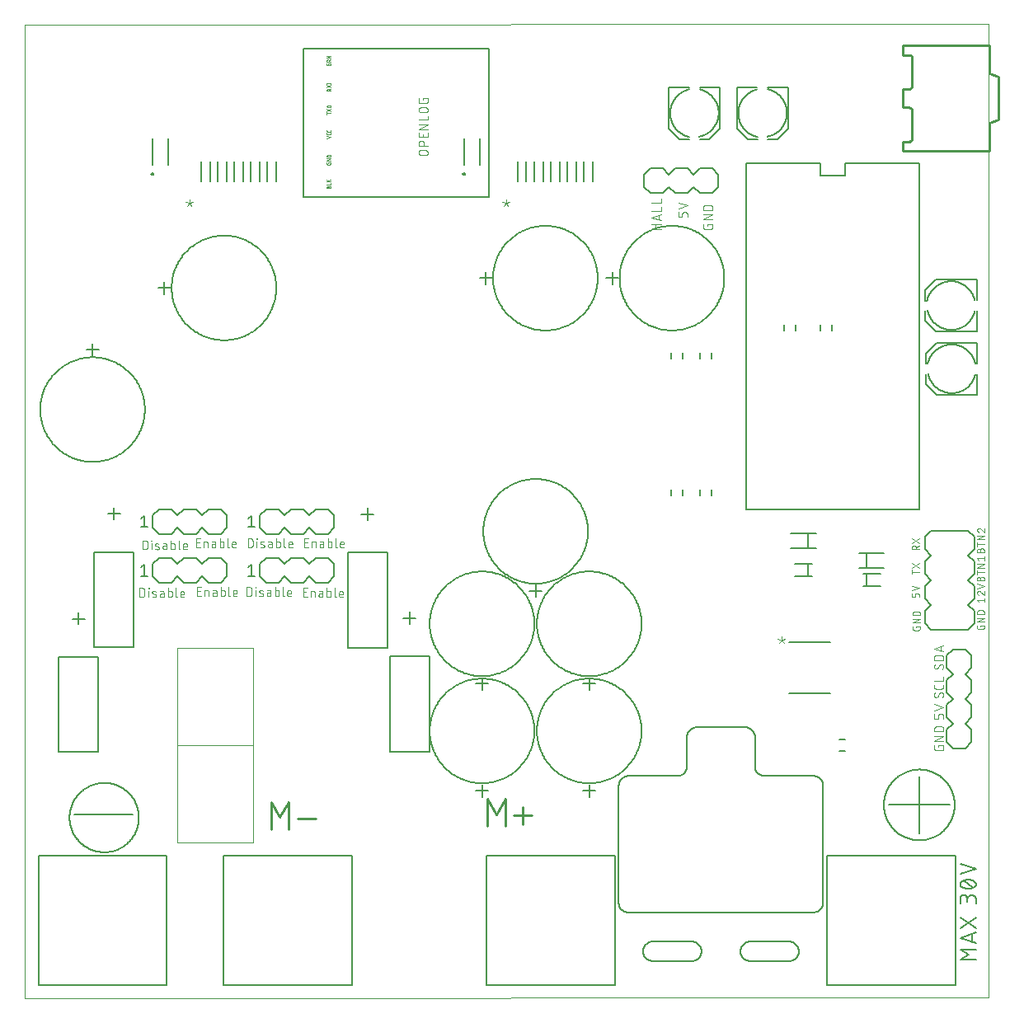
<source format=gto>
G75*
%MOIN*%
%OFA0B0*%
%FSLAX25Y25*%
%IPPOS*%
%LPD*%
%AMOC8*
5,1,8,0,0,1.08239X$1,22.5*
%
%ADD10C,0.00000*%
%ADD11C,0.00300*%
%ADD12C,0.00600*%
%ADD13C,0.00900*%
%ADD14C,0.00800*%
%ADD15C,0.01000*%
%ADD16C,0.00500*%
%ADD17C,0.00100*%
%ADD18C,0.00039*%
%ADD19C,0.00787*%
D10*
X0009174Y0009174D02*
X0009174Y0402875D01*
X0398938Y0403269D01*
X0398938Y0009568D01*
X0009174Y0009174D01*
D11*
X0055781Y0171529D02*
X0056791Y0171529D01*
X0056852Y0171531D01*
X0056913Y0171536D01*
X0056973Y0171546D01*
X0057033Y0171558D01*
X0057091Y0171575D01*
X0057149Y0171595D01*
X0057206Y0171618D01*
X0057260Y0171645D01*
X0057314Y0171675D01*
X0057365Y0171708D01*
X0057414Y0171744D01*
X0057461Y0171783D01*
X0057505Y0171825D01*
X0057547Y0171869D01*
X0057586Y0171916D01*
X0057622Y0171965D01*
X0057655Y0172016D01*
X0057685Y0172070D01*
X0057712Y0172124D01*
X0057735Y0172181D01*
X0057755Y0172239D01*
X0057772Y0172297D01*
X0057784Y0172357D01*
X0057794Y0172417D01*
X0057799Y0172478D01*
X0057801Y0172539D01*
X0057801Y0174155D01*
X0057799Y0174216D01*
X0057794Y0174277D01*
X0057784Y0174337D01*
X0057772Y0174397D01*
X0057755Y0174455D01*
X0057735Y0174513D01*
X0057712Y0174570D01*
X0057685Y0174624D01*
X0057655Y0174678D01*
X0057622Y0174729D01*
X0057586Y0174778D01*
X0057547Y0174825D01*
X0057505Y0174869D01*
X0057461Y0174911D01*
X0057414Y0174950D01*
X0057365Y0174986D01*
X0057314Y0175019D01*
X0057260Y0175049D01*
X0057206Y0175076D01*
X0057149Y0175099D01*
X0057091Y0175119D01*
X0057033Y0175136D01*
X0056973Y0175148D01*
X0056913Y0175158D01*
X0056852Y0175163D01*
X0056791Y0175165D01*
X0056791Y0175166D02*
X0055781Y0175166D01*
X0055781Y0171529D01*
X0059389Y0171529D02*
X0059389Y0173953D01*
X0059490Y0174964D02*
X0059288Y0174964D01*
X0059288Y0175166D01*
X0059490Y0175166D01*
X0059490Y0174964D01*
X0061330Y0173954D02*
X0061285Y0173953D01*
X0061240Y0173947D01*
X0061195Y0173938D01*
X0061152Y0173925D01*
X0061110Y0173909D01*
X0061069Y0173888D01*
X0061030Y0173865D01*
X0060994Y0173838D01*
X0060960Y0173808D01*
X0060928Y0173775D01*
X0060900Y0173739D01*
X0060875Y0173701D01*
X0060853Y0173661D01*
X0060835Y0173620D01*
X0060820Y0173577D01*
X0060809Y0173533D01*
X0060802Y0173488D01*
X0060799Y0173443D01*
X0060800Y0173397D01*
X0060805Y0173352D01*
X0060814Y0173307D01*
X0060826Y0173264D01*
X0060842Y0173221D01*
X0060862Y0173180D01*
X0060886Y0173141D01*
X0060912Y0173105D01*
X0060942Y0173070D01*
X0060975Y0173039D01*
X0061010Y0173010D01*
X0061047Y0172984D01*
X0061087Y0172962D01*
X0061128Y0172943D01*
X0062139Y0172539D01*
X0062139Y0172540D02*
X0062180Y0172521D01*
X0062220Y0172499D01*
X0062257Y0172473D01*
X0062292Y0172444D01*
X0062325Y0172413D01*
X0062355Y0172378D01*
X0062381Y0172342D01*
X0062405Y0172303D01*
X0062425Y0172262D01*
X0062441Y0172219D01*
X0062453Y0172176D01*
X0062462Y0172131D01*
X0062467Y0172086D01*
X0062468Y0172040D01*
X0062465Y0171995D01*
X0062458Y0171950D01*
X0062447Y0171906D01*
X0062432Y0171863D01*
X0062414Y0171822D01*
X0062392Y0171782D01*
X0062367Y0171744D01*
X0062339Y0171708D01*
X0062307Y0171675D01*
X0062273Y0171645D01*
X0062237Y0171618D01*
X0062198Y0171595D01*
X0062157Y0171574D01*
X0062115Y0171558D01*
X0062072Y0171545D01*
X0062027Y0171536D01*
X0061982Y0171530D01*
X0061937Y0171529D01*
X0062240Y0173752D02*
X0062154Y0173788D01*
X0062066Y0173822D01*
X0061977Y0173851D01*
X0061887Y0173877D01*
X0061796Y0173899D01*
X0061704Y0173918D01*
X0061611Y0173933D01*
X0061518Y0173943D01*
X0061425Y0173951D01*
X0061331Y0173954D01*
X0060825Y0171730D02*
X0060932Y0171694D01*
X0061041Y0171661D01*
X0061150Y0171631D01*
X0061261Y0171605D01*
X0061372Y0171583D01*
X0061484Y0171565D01*
X0061596Y0171550D01*
X0061709Y0171539D01*
X0061823Y0171532D01*
X0061936Y0171528D01*
X0064585Y0171529D02*
X0065495Y0171529D01*
X0065495Y0173347D01*
X0065495Y0172943D02*
X0064585Y0172943D01*
X0065495Y0173347D02*
X0065493Y0173395D01*
X0065488Y0173442D01*
X0065478Y0173488D01*
X0065465Y0173534D01*
X0065449Y0173579D01*
X0065429Y0173622D01*
X0065406Y0173664D01*
X0065379Y0173703D01*
X0065350Y0173741D01*
X0065318Y0173776D01*
X0065283Y0173808D01*
X0065245Y0173837D01*
X0065206Y0173864D01*
X0065164Y0173887D01*
X0065121Y0173907D01*
X0065076Y0173923D01*
X0065030Y0173936D01*
X0064984Y0173946D01*
X0064937Y0173951D01*
X0064889Y0173953D01*
X0064080Y0173953D01*
X0064585Y0172943D02*
X0064533Y0172941D01*
X0064482Y0172935D01*
X0064431Y0172926D01*
X0064381Y0172913D01*
X0064332Y0172896D01*
X0064285Y0172876D01*
X0064239Y0172853D01*
X0064195Y0172826D01*
X0064153Y0172796D01*
X0064113Y0172763D01*
X0064076Y0172727D01*
X0064042Y0172688D01*
X0064010Y0172647D01*
X0063982Y0172604D01*
X0063956Y0172559D01*
X0063934Y0172513D01*
X0063916Y0172464D01*
X0063901Y0172415D01*
X0063890Y0172364D01*
X0063882Y0172313D01*
X0063878Y0172262D01*
X0063878Y0172210D01*
X0063882Y0172159D01*
X0063890Y0172108D01*
X0063901Y0172057D01*
X0063916Y0172008D01*
X0063934Y0171959D01*
X0063956Y0171913D01*
X0063982Y0171868D01*
X0064010Y0171825D01*
X0064042Y0171784D01*
X0064076Y0171745D01*
X0064113Y0171709D01*
X0064153Y0171676D01*
X0064195Y0171646D01*
X0064239Y0171619D01*
X0064285Y0171596D01*
X0064332Y0171576D01*
X0064381Y0171559D01*
X0064431Y0171546D01*
X0064482Y0171537D01*
X0064533Y0171531D01*
X0064585Y0171529D01*
X0067221Y0171529D02*
X0067221Y0175166D01*
X0067221Y0173953D02*
X0068231Y0173953D01*
X0068279Y0173951D01*
X0068326Y0173946D01*
X0068372Y0173936D01*
X0068418Y0173923D01*
X0068463Y0173907D01*
X0068506Y0173887D01*
X0068548Y0173864D01*
X0068587Y0173837D01*
X0068625Y0173808D01*
X0068660Y0173776D01*
X0068692Y0173741D01*
X0068721Y0173703D01*
X0068748Y0173664D01*
X0068771Y0173622D01*
X0068791Y0173579D01*
X0068807Y0173534D01*
X0068820Y0173488D01*
X0068830Y0173442D01*
X0068835Y0173395D01*
X0068837Y0173347D01*
X0068837Y0172135D01*
X0068835Y0172087D01*
X0068830Y0172040D01*
X0068820Y0171994D01*
X0068807Y0171948D01*
X0068791Y0171903D01*
X0068771Y0171860D01*
X0068748Y0171818D01*
X0068721Y0171779D01*
X0068692Y0171741D01*
X0068660Y0171706D01*
X0068625Y0171674D01*
X0068587Y0171645D01*
X0068548Y0171618D01*
X0068506Y0171595D01*
X0068463Y0171575D01*
X0068418Y0171559D01*
X0068372Y0171546D01*
X0068326Y0171536D01*
X0068279Y0171531D01*
X0068231Y0171529D01*
X0067221Y0171529D01*
X0070322Y0172135D02*
X0070322Y0175166D01*
X0072164Y0173145D02*
X0072164Y0172135D01*
X0072166Y0172087D01*
X0072171Y0172040D01*
X0072181Y0171994D01*
X0072194Y0171948D01*
X0072210Y0171903D01*
X0072230Y0171860D01*
X0072253Y0171818D01*
X0072280Y0171779D01*
X0072309Y0171741D01*
X0072341Y0171706D01*
X0072376Y0171674D01*
X0072414Y0171645D01*
X0072453Y0171618D01*
X0072495Y0171595D01*
X0072538Y0171575D01*
X0072583Y0171559D01*
X0072629Y0171546D01*
X0072675Y0171536D01*
X0072722Y0171531D01*
X0072770Y0171529D01*
X0073780Y0171529D01*
X0073780Y0172741D02*
X0072164Y0172741D01*
X0072164Y0173145D02*
X0072166Y0173200D01*
X0072172Y0173255D01*
X0072181Y0173309D01*
X0072194Y0173363D01*
X0072211Y0173416D01*
X0072231Y0173467D01*
X0072255Y0173517D01*
X0072282Y0173565D01*
X0072312Y0173611D01*
X0072345Y0173655D01*
X0072381Y0173697D01*
X0072420Y0173736D01*
X0072462Y0173772D01*
X0072506Y0173805D01*
X0072552Y0173835D01*
X0072600Y0173862D01*
X0072650Y0173886D01*
X0072701Y0173906D01*
X0072754Y0173923D01*
X0072808Y0173936D01*
X0072862Y0173945D01*
X0072917Y0173951D01*
X0072972Y0173953D01*
X0073027Y0173951D01*
X0073082Y0173945D01*
X0073136Y0173936D01*
X0073190Y0173923D01*
X0073243Y0173906D01*
X0073294Y0173886D01*
X0073344Y0173862D01*
X0073392Y0173835D01*
X0073438Y0173805D01*
X0073482Y0173772D01*
X0073524Y0173736D01*
X0073563Y0173697D01*
X0073599Y0173655D01*
X0073632Y0173611D01*
X0073662Y0173565D01*
X0073689Y0173517D01*
X0073713Y0173467D01*
X0073733Y0173416D01*
X0073750Y0173363D01*
X0073763Y0173309D01*
X0073772Y0173255D01*
X0073778Y0173200D01*
X0073780Y0173145D01*
X0073780Y0172741D01*
X0070928Y0171529D02*
X0070880Y0171531D01*
X0070833Y0171536D01*
X0070787Y0171546D01*
X0070741Y0171559D01*
X0070696Y0171575D01*
X0070653Y0171595D01*
X0070611Y0171618D01*
X0070572Y0171645D01*
X0070534Y0171674D01*
X0070499Y0171706D01*
X0070467Y0171741D01*
X0070438Y0171779D01*
X0070411Y0171818D01*
X0070388Y0171860D01*
X0070368Y0171903D01*
X0070352Y0171948D01*
X0070339Y0171994D01*
X0070329Y0172040D01*
X0070324Y0172087D01*
X0070322Y0172135D01*
X0079009Y0171922D02*
X0079009Y0175559D01*
X0080625Y0175559D01*
X0080221Y0173943D02*
X0079009Y0173943D01*
X0079009Y0171922D02*
X0080625Y0171922D01*
X0082039Y0171922D02*
X0082039Y0174347D01*
X0083049Y0174347D01*
X0083097Y0174345D01*
X0083144Y0174340D01*
X0083190Y0174330D01*
X0083236Y0174317D01*
X0083281Y0174301D01*
X0083324Y0174281D01*
X0083366Y0174258D01*
X0083405Y0174231D01*
X0083443Y0174202D01*
X0083478Y0174170D01*
X0083510Y0174135D01*
X0083539Y0174097D01*
X0083566Y0174058D01*
X0083589Y0174016D01*
X0083609Y0173973D01*
X0083625Y0173928D01*
X0083638Y0173882D01*
X0083648Y0173836D01*
X0083653Y0173789D01*
X0083655Y0173741D01*
X0083655Y0171922D01*
X0085917Y0171922D02*
X0086827Y0171922D01*
X0086827Y0173741D01*
X0086827Y0173337D02*
X0085917Y0173337D01*
X0086826Y0173741D02*
X0086824Y0173789D01*
X0086819Y0173836D01*
X0086809Y0173882D01*
X0086796Y0173928D01*
X0086780Y0173973D01*
X0086760Y0174016D01*
X0086737Y0174058D01*
X0086710Y0174097D01*
X0086681Y0174135D01*
X0086649Y0174170D01*
X0086614Y0174202D01*
X0086576Y0174231D01*
X0086537Y0174258D01*
X0086495Y0174281D01*
X0086452Y0174301D01*
X0086407Y0174317D01*
X0086361Y0174330D01*
X0086315Y0174340D01*
X0086268Y0174345D01*
X0086220Y0174347D01*
X0085412Y0174347D01*
X0085917Y0173337D02*
X0085865Y0173335D01*
X0085814Y0173329D01*
X0085763Y0173320D01*
X0085713Y0173307D01*
X0085664Y0173290D01*
X0085617Y0173270D01*
X0085571Y0173247D01*
X0085527Y0173220D01*
X0085485Y0173190D01*
X0085445Y0173157D01*
X0085408Y0173121D01*
X0085374Y0173082D01*
X0085342Y0173041D01*
X0085314Y0172998D01*
X0085288Y0172953D01*
X0085266Y0172907D01*
X0085248Y0172858D01*
X0085233Y0172809D01*
X0085222Y0172758D01*
X0085214Y0172707D01*
X0085210Y0172656D01*
X0085210Y0172604D01*
X0085214Y0172553D01*
X0085222Y0172502D01*
X0085233Y0172451D01*
X0085248Y0172402D01*
X0085266Y0172353D01*
X0085288Y0172307D01*
X0085314Y0172262D01*
X0085342Y0172219D01*
X0085374Y0172178D01*
X0085408Y0172139D01*
X0085445Y0172103D01*
X0085485Y0172070D01*
X0085527Y0172040D01*
X0085571Y0172013D01*
X0085617Y0171990D01*
X0085664Y0171970D01*
X0085713Y0171953D01*
X0085763Y0171940D01*
X0085814Y0171931D01*
X0085865Y0171925D01*
X0085917Y0171923D01*
X0088553Y0171922D02*
X0088553Y0175559D01*
X0088553Y0174347D02*
X0089563Y0174347D01*
X0089611Y0174345D01*
X0089658Y0174340D01*
X0089704Y0174330D01*
X0089750Y0174317D01*
X0089795Y0174301D01*
X0089838Y0174281D01*
X0089880Y0174258D01*
X0089919Y0174231D01*
X0089957Y0174202D01*
X0089992Y0174170D01*
X0090024Y0174135D01*
X0090053Y0174097D01*
X0090080Y0174058D01*
X0090103Y0174016D01*
X0090123Y0173973D01*
X0090139Y0173928D01*
X0090152Y0173882D01*
X0090162Y0173836D01*
X0090167Y0173789D01*
X0090169Y0173741D01*
X0090169Y0172529D01*
X0090167Y0172481D01*
X0090162Y0172434D01*
X0090152Y0172388D01*
X0090139Y0172342D01*
X0090123Y0172297D01*
X0090103Y0172254D01*
X0090080Y0172212D01*
X0090053Y0172173D01*
X0090024Y0172135D01*
X0089992Y0172100D01*
X0089957Y0172068D01*
X0089919Y0172039D01*
X0089880Y0172012D01*
X0089838Y0171989D01*
X0089795Y0171969D01*
X0089750Y0171953D01*
X0089704Y0171940D01*
X0089658Y0171930D01*
X0089611Y0171925D01*
X0089563Y0171923D01*
X0089563Y0171922D02*
X0088553Y0171922D01*
X0091654Y0172529D02*
X0091654Y0175559D01*
X0093496Y0173539D02*
X0093496Y0172529D01*
X0093498Y0172481D01*
X0093503Y0172434D01*
X0093513Y0172388D01*
X0093526Y0172342D01*
X0093542Y0172297D01*
X0093562Y0172254D01*
X0093585Y0172212D01*
X0093612Y0172173D01*
X0093641Y0172135D01*
X0093673Y0172100D01*
X0093708Y0172068D01*
X0093746Y0172039D01*
X0093785Y0172012D01*
X0093827Y0171989D01*
X0093870Y0171969D01*
X0093915Y0171953D01*
X0093961Y0171940D01*
X0094007Y0171930D01*
X0094054Y0171925D01*
X0094102Y0171923D01*
X0094102Y0171922D02*
X0095112Y0171922D01*
X0095112Y0173135D02*
X0093496Y0173135D01*
X0093496Y0173539D02*
X0093498Y0173594D01*
X0093504Y0173649D01*
X0093513Y0173703D01*
X0093526Y0173757D01*
X0093543Y0173810D01*
X0093563Y0173861D01*
X0093587Y0173911D01*
X0093614Y0173959D01*
X0093644Y0174005D01*
X0093677Y0174049D01*
X0093713Y0174091D01*
X0093752Y0174130D01*
X0093794Y0174166D01*
X0093838Y0174199D01*
X0093884Y0174229D01*
X0093932Y0174256D01*
X0093982Y0174280D01*
X0094033Y0174300D01*
X0094086Y0174317D01*
X0094140Y0174330D01*
X0094194Y0174339D01*
X0094249Y0174345D01*
X0094304Y0174347D01*
X0094359Y0174345D01*
X0094414Y0174339D01*
X0094468Y0174330D01*
X0094522Y0174317D01*
X0094575Y0174300D01*
X0094626Y0174280D01*
X0094676Y0174256D01*
X0094724Y0174229D01*
X0094770Y0174199D01*
X0094814Y0174166D01*
X0094856Y0174130D01*
X0094895Y0174091D01*
X0094931Y0174049D01*
X0094964Y0174005D01*
X0094994Y0173959D01*
X0095021Y0173911D01*
X0095045Y0173861D01*
X0095065Y0173810D01*
X0095082Y0173757D01*
X0095095Y0173703D01*
X0095104Y0173649D01*
X0095110Y0173594D01*
X0095112Y0173539D01*
X0095112Y0173135D01*
X0092260Y0171923D02*
X0092212Y0171925D01*
X0092165Y0171930D01*
X0092119Y0171940D01*
X0092073Y0171953D01*
X0092028Y0171969D01*
X0091985Y0171989D01*
X0091943Y0172012D01*
X0091904Y0172039D01*
X0091866Y0172068D01*
X0091831Y0172100D01*
X0091799Y0172135D01*
X0091770Y0172173D01*
X0091743Y0172212D01*
X0091720Y0172254D01*
X0091700Y0172297D01*
X0091684Y0172342D01*
X0091671Y0172388D01*
X0091661Y0172434D01*
X0091656Y0172481D01*
X0091654Y0172529D01*
X0099088Y0171922D02*
X0100098Y0171922D01*
X0099088Y0171922D02*
X0099088Y0175559D01*
X0100098Y0175559D01*
X0100159Y0175557D01*
X0100220Y0175552D01*
X0100280Y0175542D01*
X0100340Y0175530D01*
X0100398Y0175513D01*
X0100456Y0175493D01*
X0100513Y0175470D01*
X0100567Y0175443D01*
X0100621Y0175413D01*
X0100672Y0175380D01*
X0100721Y0175344D01*
X0100768Y0175305D01*
X0100812Y0175263D01*
X0100854Y0175219D01*
X0100893Y0175172D01*
X0100929Y0175123D01*
X0100962Y0175072D01*
X0100992Y0175018D01*
X0101019Y0174964D01*
X0101042Y0174907D01*
X0101062Y0174849D01*
X0101079Y0174791D01*
X0101091Y0174731D01*
X0101101Y0174671D01*
X0101106Y0174610D01*
X0101108Y0174549D01*
X0101108Y0172933D01*
X0101106Y0172872D01*
X0101101Y0172811D01*
X0101091Y0172751D01*
X0101079Y0172691D01*
X0101062Y0172633D01*
X0101042Y0172575D01*
X0101019Y0172518D01*
X0100992Y0172464D01*
X0100962Y0172410D01*
X0100929Y0172359D01*
X0100893Y0172310D01*
X0100854Y0172263D01*
X0100812Y0172219D01*
X0100768Y0172177D01*
X0100721Y0172138D01*
X0100672Y0172102D01*
X0100621Y0172069D01*
X0100567Y0172039D01*
X0100513Y0172012D01*
X0100456Y0171989D01*
X0100398Y0171969D01*
X0100340Y0171952D01*
X0100280Y0171940D01*
X0100220Y0171930D01*
X0100159Y0171925D01*
X0100098Y0171923D01*
X0102696Y0171922D02*
X0102696Y0174347D01*
X0102798Y0175357D02*
X0102595Y0175357D01*
X0102595Y0175559D01*
X0102798Y0175559D01*
X0102798Y0175357D01*
X0104637Y0174347D02*
X0104592Y0174346D01*
X0104547Y0174340D01*
X0104502Y0174331D01*
X0104459Y0174318D01*
X0104417Y0174302D01*
X0104376Y0174281D01*
X0104337Y0174258D01*
X0104301Y0174231D01*
X0104267Y0174201D01*
X0104235Y0174168D01*
X0104207Y0174132D01*
X0104182Y0174094D01*
X0104160Y0174054D01*
X0104142Y0174013D01*
X0104127Y0173970D01*
X0104116Y0173926D01*
X0104109Y0173881D01*
X0104106Y0173836D01*
X0104107Y0173790D01*
X0104112Y0173745D01*
X0104121Y0173700D01*
X0104133Y0173657D01*
X0104149Y0173614D01*
X0104169Y0173573D01*
X0104193Y0173534D01*
X0104219Y0173498D01*
X0104249Y0173463D01*
X0104282Y0173432D01*
X0104317Y0173403D01*
X0104354Y0173377D01*
X0104394Y0173355D01*
X0104435Y0173336D01*
X0104435Y0173337D02*
X0105446Y0172933D01*
X0105487Y0172914D01*
X0105527Y0172892D01*
X0105564Y0172866D01*
X0105599Y0172837D01*
X0105632Y0172806D01*
X0105662Y0172771D01*
X0105688Y0172735D01*
X0105712Y0172696D01*
X0105732Y0172655D01*
X0105748Y0172612D01*
X0105760Y0172569D01*
X0105769Y0172524D01*
X0105774Y0172479D01*
X0105775Y0172433D01*
X0105772Y0172388D01*
X0105765Y0172343D01*
X0105754Y0172299D01*
X0105739Y0172256D01*
X0105721Y0172215D01*
X0105699Y0172175D01*
X0105674Y0172137D01*
X0105646Y0172101D01*
X0105614Y0172068D01*
X0105580Y0172038D01*
X0105544Y0172011D01*
X0105505Y0171988D01*
X0105464Y0171967D01*
X0105422Y0171951D01*
X0105379Y0171938D01*
X0105334Y0171929D01*
X0105289Y0171923D01*
X0105244Y0171922D01*
X0105547Y0174146D02*
X0105461Y0174182D01*
X0105373Y0174216D01*
X0105284Y0174245D01*
X0105194Y0174271D01*
X0105103Y0174293D01*
X0105011Y0174312D01*
X0104918Y0174327D01*
X0104825Y0174337D01*
X0104732Y0174345D01*
X0104638Y0174348D01*
X0104133Y0172124D02*
X0104240Y0172088D01*
X0104349Y0172055D01*
X0104458Y0172025D01*
X0104569Y0171999D01*
X0104680Y0171977D01*
X0104792Y0171959D01*
X0104904Y0171944D01*
X0105017Y0171933D01*
X0105131Y0171926D01*
X0105244Y0171922D01*
X0107893Y0171922D02*
X0108802Y0171922D01*
X0108802Y0173741D01*
X0108802Y0173337D02*
X0107893Y0173337D01*
X0108802Y0173741D02*
X0108800Y0173789D01*
X0108795Y0173836D01*
X0108785Y0173882D01*
X0108772Y0173928D01*
X0108756Y0173973D01*
X0108736Y0174016D01*
X0108713Y0174058D01*
X0108686Y0174097D01*
X0108657Y0174135D01*
X0108625Y0174170D01*
X0108590Y0174202D01*
X0108552Y0174231D01*
X0108513Y0174258D01*
X0108471Y0174281D01*
X0108428Y0174301D01*
X0108383Y0174317D01*
X0108337Y0174330D01*
X0108291Y0174340D01*
X0108244Y0174345D01*
X0108196Y0174347D01*
X0107387Y0174347D01*
X0107893Y0173337D02*
X0107841Y0173335D01*
X0107790Y0173329D01*
X0107739Y0173320D01*
X0107689Y0173307D01*
X0107640Y0173290D01*
X0107593Y0173270D01*
X0107547Y0173247D01*
X0107503Y0173220D01*
X0107461Y0173190D01*
X0107421Y0173157D01*
X0107384Y0173121D01*
X0107350Y0173082D01*
X0107318Y0173041D01*
X0107290Y0172998D01*
X0107264Y0172953D01*
X0107242Y0172907D01*
X0107224Y0172858D01*
X0107209Y0172809D01*
X0107198Y0172758D01*
X0107190Y0172707D01*
X0107186Y0172656D01*
X0107186Y0172604D01*
X0107190Y0172553D01*
X0107198Y0172502D01*
X0107209Y0172451D01*
X0107224Y0172402D01*
X0107242Y0172353D01*
X0107264Y0172307D01*
X0107290Y0172262D01*
X0107318Y0172219D01*
X0107350Y0172178D01*
X0107384Y0172139D01*
X0107421Y0172103D01*
X0107461Y0172070D01*
X0107503Y0172040D01*
X0107547Y0172013D01*
X0107593Y0171990D01*
X0107640Y0171970D01*
X0107689Y0171953D01*
X0107739Y0171940D01*
X0107790Y0171931D01*
X0107841Y0171925D01*
X0107893Y0171923D01*
X0110528Y0171922D02*
X0111538Y0171922D01*
X0111538Y0171923D02*
X0111586Y0171925D01*
X0111633Y0171930D01*
X0111679Y0171940D01*
X0111725Y0171953D01*
X0111770Y0171969D01*
X0111813Y0171989D01*
X0111855Y0172012D01*
X0111894Y0172039D01*
X0111932Y0172068D01*
X0111967Y0172100D01*
X0111999Y0172135D01*
X0112028Y0172173D01*
X0112055Y0172212D01*
X0112078Y0172254D01*
X0112098Y0172297D01*
X0112114Y0172342D01*
X0112127Y0172388D01*
X0112137Y0172434D01*
X0112142Y0172481D01*
X0112144Y0172529D01*
X0112145Y0172529D02*
X0112145Y0173741D01*
X0112144Y0173741D02*
X0112142Y0173789D01*
X0112137Y0173836D01*
X0112127Y0173882D01*
X0112114Y0173928D01*
X0112098Y0173973D01*
X0112078Y0174016D01*
X0112055Y0174058D01*
X0112028Y0174097D01*
X0111999Y0174135D01*
X0111967Y0174170D01*
X0111932Y0174202D01*
X0111894Y0174231D01*
X0111855Y0174258D01*
X0111813Y0174281D01*
X0111770Y0174301D01*
X0111725Y0174317D01*
X0111679Y0174330D01*
X0111633Y0174340D01*
X0111586Y0174345D01*
X0111538Y0174347D01*
X0110528Y0174347D01*
X0110528Y0175559D02*
X0110528Y0171922D01*
X0113629Y0172529D02*
X0113629Y0175559D01*
X0115471Y0173539D02*
X0115471Y0172529D01*
X0115471Y0173135D02*
X0117087Y0173135D01*
X0117087Y0173539D01*
X0117085Y0173594D01*
X0117079Y0173649D01*
X0117070Y0173703D01*
X0117057Y0173757D01*
X0117040Y0173810D01*
X0117020Y0173861D01*
X0116996Y0173911D01*
X0116969Y0173959D01*
X0116939Y0174005D01*
X0116906Y0174049D01*
X0116870Y0174091D01*
X0116831Y0174130D01*
X0116789Y0174166D01*
X0116745Y0174199D01*
X0116699Y0174229D01*
X0116651Y0174256D01*
X0116601Y0174280D01*
X0116550Y0174300D01*
X0116497Y0174317D01*
X0116443Y0174330D01*
X0116389Y0174339D01*
X0116334Y0174345D01*
X0116279Y0174347D01*
X0116224Y0174345D01*
X0116169Y0174339D01*
X0116115Y0174330D01*
X0116061Y0174317D01*
X0116008Y0174300D01*
X0115957Y0174280D01*
X0115907Y0174256D01*
X0115859Y0174229D01*
X0115813Y0174199D01*
X0115769Y0174166D01*
X0115727Y0174130D01*
X0115688Y0174091D01*
X0115652Y0174049D01*
X0115619Y0174005D01*
X0115589Y0173959D01*
X0115562Y0173911D01*
X0115538Y0173861D01*
X0115518Y0173810D01*
X0115501Y0173757D01*
X0115488Y0173703D01*
X0115479Y0173649D01*
X0115473Y0173594D01*
X0115471Y0173539D01*
X0115471Y0172529D02*
X0115473Y0172481D01*
X0115478Y0172434D01*
X0115488Y0172388D01*
X0115501Y0172342D01*
X0115517Y0172297D01*
X0115537Y0172254D01*
X0115560Y0172212D01*
X0115587Y0172173D01*
X0115616Y0172135D01*
X0115648Y0172100D01*
X0115683Y0172068D01*
X0115721Y0172039D01*
X0115760Y0172012D01*
X0115802Y0171989D01*
X0115845Y0171969D01*
X0115890Y0171953D01*
X0115936Y0171940D01*
X0115982Y0171930D01*
X0116029Y0171925D01*
X0116077Y0171923D01*
X0116077Y0171922D02*
X0117087Y0171922D01*
X0114235Y0171923D02*
X0114187Y0171925D01*
X0114140Y0171930D01*
X0114094Y0171940D01*
X0114048Y0171953D01*
X0114003Y0171969D01*
X0113960Y0171989D01*
X0113918Y0172012D01*
X0113879Y0172039D01*
X0113841Y0172068D01*
X0113806Y0172100D01*
X0113774Y0172135D01*
X0113745Y0172173D01*
X0113718Y0172212D01*
X0113695Y0172254D01*
X0113675Y0172297D01*
X0113659Y0172342D01*
X0113646Y0172388D01*
X0113636Y0172434D01*
X0113631Y0172481D01*
X0113629Y0172529D01*
X0121922Y0171529D02*
X0121922Y0175166D01*
X0123539Y0175166D01*
X0123135Y0173549D02*
X0121922Y0173549D01*
X0121922Y0171529D02*
X0123539Y0171529D01*
X0124952Y0171529D02*
X0124952Y0173953D01*
X0125963Y0173953D01*
X0126011Y0173951D01*
X0126058Y0173946D01*
X0126104Y0173936D01*
X0126150Y0173923D01*
X0126195Y0173907D01*
X0126238Y0173887D01*
X0126280Y0173864D01*
X0126319Y0173837D01*
X0126357Y0173808D01*
X0126392Y0173776D01*
X0126424Y0173741D01*
X0126453Y0173703D01*
X0126480Y0173664D01*
X0126503Y0173622D01*
X0126523Y0173579D01*
X0126539Y0173534D01*
X0126552Y0173488D01*
X0126562Y0173442D01*
X0126567Y0173395D01*
X0126569Y0173347D01*
X0126569Y0171529D01*
X0128831Y0171529D02*
X0129740Y0171529D01*
X0129740Y0173347D01*
X0129740Y0172943D02*
X0128831Y0172943D01*
X0129740Y0173347D02*
X0129738Y0173395D01*
X0129733Y0173442D01*
X0129723Y0173488D01*
X0129710Y0173534D01*
X0129694Y0173579D01*
X0129674Y0173622D01*
X0129651Y0173664D01*
X0129624Y0173703D01*
X0129595Y0173741D01*
X0129563Y0173776D01*
X0129528Y0173808D01*
X0129490Y0173837D01*
X0129451Y0173864D01*
X0129409Y0173887D01*
X0129366Y0173907D01*
X0129321Y0173923D01*
X0129275Y0173936D01*
X0129229Y0173946D01*
X0129182Y0173951D01*
X0129134Y0173953D01*
X0128326Y0173953D01*
X0128831Y0172943D02*
X0128779Y0172941D01*
X0128728Y0172935D01*
X0128677Y0172926D01*
X0128627Y0172913D01*
X0128578Y0172896D01*
X0128531Y0172876D01*
X0128485Y0172853D01*
X0128441Y0172826D01*
X0128399Y0172796D01*
X0128359Y0172763D01*
X0128322Y0172727D01*
X0128288Y0172688D01*
X0128256Y0172647D01*
X0128228Y0172604D01*
X0128202Y0172559D01*
X0128180Y0172513D01*
X0128162Y0172464D01*
X0128147Y0172415D01*
X0128136Y0172364D01*
X0128128Y0172313D01*
X0128124Y0172262D01*
X0128124Y0172210D01*
X0128128Y0172159D01*
X0128136Y0172108D01*
X0128147Y0172057D01*
X0128162Y0172008D01*
X0128180Y0171959D01*
X0128202Y0171913D01*
X0128228Y0171868D01*
X0128256Y0171825D01*
X0128288Y0171784D01*
X0128322Y0171745D01*
X0128359Y0171709D01*
X0128399Y0171676D01*
X0128441Y0171646D01*
X0128485Y0171619D01*
X0128531Y0171596D01*
X0128578Y0171576D01*
X0128627Y0171559D01*
X0128677Y0171546D01*
X0128728Y0171537D01*
X0128779Y0171531D01*
X0128831Y0171529D01*
X0131466Y0171529D02*
X0132476Y0171529D01*
X0132524Y0171531D01*
X0132571Y0171536D01*
X0132617Y0171546D01*
X0132663Y0171559D01*
X0132708Y0171575D01*
X0132751Y0171595D01*
X0132793Y0171618D01*
X0132832Y0171645D01*
X0132870Y0171674D01*
X0132905Y0171706D01*
X0132937Y0171741D01*
X0132966Y0171779D01*
X0132993Y0171818D01*
X0133016Y0171860D01*
X0133036Y0171903D01*
X0133052Y0171948D01*
X0133065Y0171994D01*
X0133075Y0172040D01*
X0133080Y0172087D01*
X0133082Y0172135D01*
X0133083Y0172135D02*
X0133083Y0173347D01*
X0133082Y0173347D02*
X0133080Y0173395D01*
X0133075Y0173442D01*
X0133065Y0173488D01*
X0133052Y0173534D01*
X0133036Y0173579D01*
X0133016Y0173622D01*
X0132993Y0173664D01*
X0132966Y0173703D01*
X0132937Y0173741D01*
X0132905Y0173776D01*
X0132870Y0173808D01*
X0132832Y0173837D01*
X0132793Y0173864D01*
X0132751Y0173887D01*
X0132708Y0173907D01*
X0132663Y0173923D01*
X0132617Y0173936D01*
X0132571Y0173946D01*
X0132524Y0173951D01*
X0132476Y0173953D01*
X0131466Y0173953D01*
X0131466Y0175166D02*
X0131466Y0171529D01*
X0134567Y0172135D02*
X0134567Y0175166D01*
X0136409Y0173145D02*
X0136409Y0172135D01*
X0136409Y0172741D02*
X0138025Y0172741D01*
X0138025Y0173145D01*
X0138023Y0173200D01*
X0138017Y0173255D01*
X0138008Y0173309D01*
X0137995Y0173363D01*
X0137978Y0173416D01*
X0137958Y0173467D01*
X0137934Y0173517D01*
X0137907Y0173565D01*
X0137877Y0173611D01*
X0137844Y0173655D01*
X0137808Y0173697D01*
X0137769Y0173736D01*
X0137727Y0173772D01*
X0137683Y0173805D01*
X0137637Y0173835D01*
X0137589Y0173862D01*
X0137539Y0173886D01*
X0137488Y0173906D01*
X0137435Y0173923D01*
X0137381Y0173936D01*
X0137327Y0173945D01*
X0137272Y0173951D01*
X0137217Y0173953D01*
X0137162Y0173951D01*
X0137107Y0173945D01*
X0137053Y0173936D01*
X0136999Y0173923D01*
X0136946Y0173906D01*
X0136895Y0173886D01*
X0136845Y0173862D01*
X0136797Y0173835D01*
X0136751Y0173805D01*
X0136707Y0173772D01*
X0136665Y0173736D01*
X0136626Y0173697D01*
X0136590Y0173655D01*
X0136557Y0173611D01*
X0136527Y0173565D01*
X0136500Y0173517D01*
X0136476Y0173467D01*
X0136456Y0173416D01*
X0136439Y0173363D01*
X0136426Y0173309D01*
X0136417Y0173255D01*
X0136411Y0173200D01*
X0136409Y0173145D01*
X0136409Y0172135D02*
X0136411Y0172087D01*
X0136416Y0172040D01*
X0136426Y0171994D01*
X0136439Y0171948D01*
X0136455Y0171903D01*
X0136475Y0171860D01*
X0136498Y0171818D01*
X0136525Y0171779D01*
X0136554Y0171741D01*
X0136586Y0171706D01*
X0136621Y0171674D01*
X0136659Y0171645D01*
X0136698Y0171618D01*
X0136740Y0171595D01*
X0136783Y0171575D01*
X0136828Y0171559D01*
X0136874Y0171546D01*
X0136920Y0171536D01*
X0136967Y0171531D01*
X0137015Y0171529D01*
X0138025Y0171529D01*
X0135173Y0171529D02*
X0135125Y0171531D01*
X0135078Y0171536D01*
X0135032Y0171546D01*
X0134986Y0171559D01*
X0134941Y0171575D01*
X0134898Y0171595D01*
X0134856Y0171618D01*
X0134817Y0171645D01*
X0134779Y0171674D01*
X0134744Y0171706D01*
X0134712Y0171741D01*
X0134683Y0171779D01*
X0134656Y0171818D01*
X0134633Y0171860D01*
X0134613Y0171903D01*
X0134597Y0171948D01*
X0134584Y0171994D01*
X0134574Y0172040D01*
X0134569Y0172087D01*
X0134567Y0172135D01*
X0132870Y0191607D02*
X0131860Y0191607D01*
X0131860Y0195244D01*
X0131860Y0194032D02*
X0132870Y0194032D01*
X0132918Y0194030D01*
X0132965Y0194025D01*
X0133011Y0194015D01*
X0133057Y0194002D01*
X0133102Y0193986D01*
X0133145Y0193966D01*
X0133187Y0193943D01*
X0133226Y0193916D01*
X0133264Y0193887D01*
X0133299Y0193855D01*
X0133331Y0193820D01*
X0133360Y0193782D01*
X0133387Y0193743D01*
X0133410Y0193701D01*
X0133430Y0193658D01*
X0133446Y0193613D01*
X0133459Y0193567D01*
X0133469Y0193521D01*
X0133474Y0193474D01*
X0133476Y0193426D01*
X0133476Y0192214D01*
X0133474Y0192166D01*
X0133469Y0192119D01*
X0133459Y0192073D01*
X0133446Y0192027D01*
X0133430Y0191982D01*
X0133410Y0191939D01*
X0133387Y0191897D01*
X0133360Y0191858D01*
X0133331Y0191820D01*
X0133299Y0191785D01*
X0133264Y0191753D01*
X0133226Y0191724D01*
X0133187Y0191697D01*
X0133145Y0191674D01*
X0133102Y0191654D01*
X0133057Y0191638D01*
X0133011Y0191625D01*
X0132965Y0191615D01*
X0132918Y0191610D01*
X0132870Y0191608D01*
X0134961Y0192214D02*
X0134961Y0195244D01*
X0136803Y0193224D02*
X0136803Y0192214D01*
X0136803Y0192820D02*
X0138419Y0192820D01*
X0138419Y0193224D01*
X0138417Y0193279D01*
X0138411Y0193334D01*
X0138402Y0193388D01*
X0138389Y0193442D01*
X0138372Y0193495D01*
X0138352Y0193546D01*
X0138328Y0193596D01*
X0138301Y0193644D01*
X0138271Y0193690D01*
X0138238Y0193734D01*
X0138202Y0193776D01*
X0138163Y0193815D01*
X0138121Y0193851D01*
X0138077Y0193884D01*
X0138031Y0193914D01*
X0137983Y0193941D01*
X0137933Y0193965D01*
X0137882Y0193985D01*
X0137829Y0194002D01*
X0137775Y0194015D01*
X0137721Y0194024D01*
X0137666Y0194030D01*
X0137611Y0194032D01*
X0137556Y0194030D01*
X0137501Y0194024D01*
X0137447Y0194015D01*
X0137393Y0194002D01*
X0137340Y0193985D01*
X0137289Y0193965D01*
X0137239Y0193941D01*
X0137191Y0193914D01*
X0137145Y0193884D01*
X0137101Y0193851D01*
X0137059Y0193815D01*
X0137020Y0193776D01*
X0136984Y0193734D01*
X0136951Y0193690D01*
X0136921Y0193644D01*
X0136894Y0193596D01*
X0136870Y0193546D01*
X0136850Y0193495D01*
X0136833Y0193442D01*
X0136820Y0193388D01*
X0136811Y0193334D01*
X0136805Y0193279D01*
X0136803Y0193224D01*
X0136803Y0192214D02*
X0136805Y0192166D01*
X0136810Y0192119D01*
X0136820Y0192073D01*
X0136833Y0192027D01*
X0136849Y0191982D01*
X0136869Y0191939D01*
X0136892Y0191897D01*
X0136919Y0191858D01*
X0136948Y0191820D01*
X0136980Y0191785D01*
X0137015Y0191753D01*
X0137053Y0191724D01*
X0137092Y0191697D01*
X0137134Y0191674D01*
X0137177Y0191654D01*
X0137222Y0191638D01*
X0137268Y0191625D01*
X0137314Y0191615D01*
X0137361Y0191610D01*
X0137409Y0191608D01*
X0137409Y0191607D02*
X0138419Y0191607D01*
X0135567Y0191608D02*
X0135519Y0191610D01*
X0135472Y0191615D01*
X0135426Y0191625D01*
X0135380Y0191638D01*
X0135335Y0191654D01*
X0135292Y0191674D01*
X0135250Y0191697D01*
X0135211Y0191724D01*
X0135173Y0191753D01*
X0135138Y0191785D01*
X0135106Y0191820D01*
X0135077Y0191858D01*
X0135050Y0191897D01*
X0135027Y0191939D01*
X0135007Y0191982D01*
X0134991Y0192027D01*
X0134978Y0192073D01*
X0134968Y0192119D01*
X0134963Y0192166D01*
X0134961Y0192214D01*
X0130134Y0191607D02*
X0130134Y0193426D01*
X0130134Y0193022D02*
X0129224Y0193022D01*
X0130133Y0193426D02*
X0130131Y0193474D01*
X0130126Y0193521D01*
X0130116Y0193567D01*
X0130103Y0193613D01*
X0130087Y0193658D01*
X0130067Y0193701D01*
X0130044Y0193743D01*
X0130017Y0193782D01*
X0129988Y0193820D01*
X0129956Y0193855D01*
X0129921Y0193887D01*
X0129883Y0193916D01*
X0129844Y0193943D01*
X0129802Y0193966D01*
X0129759Y0193986D01*
X0129714Y0194002D01*
X0129668Y0194015D01*
X0129622Y0194025D01*
X0129575Y0194030D01*
X0129527Y0194032D01*
X0128719Y0194032D01*
X0129224Y0193022D02*
X0129172Y0193020D01*
X0129121Y0193014D01*
X0129070Y0193005D01*
X0129020Y0192992D01*
X0128971Y0192975D01*
X0128924Y0192955D01*
X0128878Y0192932D01*
X0128834Y0192905D01*
X0128792Y0192875D01*
X0128752Y0192842D01*
X0128715Y0192806D01*
X0128681Y0192767D01*
X0128649Y0192726D01*
X0128621Y0192683D01*
X0128595Y0192638D01*
X0128573Y0192592D01*
X0128555Y0192543D01*
X0128540Y0192494D01*
X0128529Y0192443D01*
X0128521Y0192392D01*
X0128517Y0192341D01*
X0128517Y0192289D01*
X0128521Y0192238D01*
X0128529Y0192187D01*
X0128540Y0192136D01*
X0128555Y0192087D01*
X0128573Y0192038D01*
X0128595Y0191992D01*
X0128621Y0191947D01*
X0128649Y0191904D01*
X0128681Y0191863D01*
X0128715Y0191824D01*
X0128752Y0191788D01*
X0128792Y0191755D01*
X0128834Y0191725D01*
X0128878Y0191698D01*
X0128924Y0191675D01*
X0128971Y0191655D01*
X0129020Y0191638D01*
X0129070Y0191625D01*
X0129121Y0191616D01*
X0129172Y0191610D01*
X0129224Y0191608D01*
X0129224Y0191607D02*
X0130134Y0191607D01*
X0126962Y0191607D02*
X0126962Y0193426D01*
X0126960Y0193474D01*
X0126955Y0193521D01*
X0126945Y0193567D01*
X0126932Y0193613D01*
X0126916Y0193658D01*
X0126896Y0193701D01*
X0126873Y0193743D01*
X0126846Y0193782D01*
X0126817Y0193820D01*
X0126785Y0193855D01*
X0126750Y0193887D01*
X0126712Y0193916D01*
X0126673Y0193943D01*
X0126631Y0193966D01*
X0126588Y0193986D01*
X0126543Y0194002D01*
X0126497Y0194015D01*
X0126451Y0194025D01*
X0126404Y0194030D01*
X0126356Y0194032D01*
X0125346Y0194032D01*
X0125346Y0191607D01*
X0123933Y0191607D02*
X0122316Y0191607D01*
X0122316Y0195244D01*
X0123933Y0195244D01*
X0123528Y0193628D02*
X0122316Y0193628D01*
X0117481Y0193224D02*
X0117481Y0192820D01*
X0115865Y0192820D01*
X0115865Y0193224D02*
X0115865Y0192214D01*
X0115867Y0192166D01*
X0115872Y0192119D01*
X0115882Y0192073D01*
X0115895Y0192027D01*
X0115911Y0191982D01*
X0115931Y0191939D01*
X0115954Y0191897D01*
X0115981Y0191858D01*
X0116010Y0191820D01*
X0116042Y0191785D01*
X0116077Y0191753D01*
X0116115Y0191724D01*
X0116154Y0191697D01*
X0116196Y0191674D01*
X0116239Y0191654D01*
X0116284Y0191638D01*
X0116330Y0191625D01*
X0116376Y0191615D01*
X0116423Y0191610D01*
X0116471Y0191608D01*
X0116471Y0191607D02*
X0117481Y0191607D01*
X0117481Y0193224D02*
X0117479Y0193279D01*
X0117473Y0193334D01*
X0117464Y0193388D01*
X0117451Y0193442D01*
X0117434Y0193495D01*
X0117414Y0193546D01*
X0117390Y0193596D01*
X0117363Y0193644D01*
X0117333Y0193690D01*
X0117300Y0193734D01*
X0117264Y0193776D01*
X0117225Y0193815D01*
X0117183Y0193851D01*
X0117139Y0193884D01*
X0117093Y0193914D01*
X0117045Y0193941D01*
X0116995Y0193965D01*
X0116944Y0193985D01*
X0116891Y0194002D01*
X0116837Y0194015D01*
X0116783Y0194024D01*
X0116728Y0194030D01*
X0116673Y0194032D01*
X0116618Y0194030D01*
X0116563Y0194024D01*
X0116509Y0194015D01*
X0116455Y0194002D01*
X0116402Y0193985D01*
X0116351Y0193965D01*
X0116301Y0193941D01*
X0116253Y0193914D01*
X0116207Y0193884D01*
X0116163Y0193851D01*
X0116121Y0193815D01*
X0116082Y0193776D01*
X0116046Y0193734D01*
X0116013Y0193690D01*
X0115983Y0193644D01*
X0115956Y0193596D01*
X0115932Y0193546D01*
X0115912Y0193495D01*
X0115895Y0193442D01*
X0115882Y0193388D01*
X0115873Y0193334D01*
X0115867Y0193279D01*
X0115865Y0193224D01*
X0114629Y0191608D02*
X0114581Y0191610D01*
X0114534Y0191615D01*
X0114488Y0191625D01*
X0114442Y0191638D01*
X0114397Y0191654D01*
X0114354Y0191674D01*
X0114312Y0191697D01*
X0114273Y0191724D01*
X0114235Y0191753D01*
X0114200Y0191785D01*
X0114168Y0191820D01*
X0114139Y0191858D01*
X0114112Y0191897D01*
X0114089Y0191939D01*
X0114069Y0191982D01*
X0114053Y0192027D01*
X0114040Y0192073D01*
X0114030Y0192119D01*
X0114025Y0192166D01*
X0114023Y0192214D01*
X0114023Y0195244D01*
X0112538Y0193426D02*
X0112538Y0192214D01*
X0112536Y0192166D01*
X0112531Y0192119D01*
X0112521Y0192073D01*
X0112508Y0192027D01*
X0112492Y0191982D01*
X0112472Y0191939D01*
X0112449Y0191897D01*
X0112422Y0191858D01*
X0112393Y0191820D01*
X0112361Y0191785D01*
X0112326Y0191753D01*
X0112288Y0191724D01*
X0112249Y0191697D01*
X0112207Y0191674D01*
X0112164Y0191654D01*
X0112119Y0191638D01*
X0112073Y0191625D01*
X0112027Y0191615D01*
X0111980Y0191610D01*
X0111932Y0191608D01*
X0111932Y0191607D02*
X0110922Y0191607D01*
X0110922Y0195244D01*
X0110922Y0194032D02*
X0111932Y0194032D01*
X0111980Y0194030D01*
X0112027Y0194025D01*
X0112073Y0194015D01*
X0112119Y0194002D01*
X0112164Y0193986D01*
X0112207Y0193966D01*
X0112249Y0193943D01*
X0112288Y0193916D01*
X0112326Y0193887D01*
X0112361Y0193855D01*
X0112393Y0193820D01*
X0112422Y0193782D01*
X0112449Y0193743D01*
X0112472Y0193701D01*
X0112492Y0193658D01*
X0112508Y0193613D01*
X0112521Y0193567D01*
X0112531Y0193521D01*
X0112536Y0193474D01*
X0112538Y0193426D01*
X0109196Y0193426D02*
X0109196Y0191607D01*
X0108286Y0191607D01*
X0108286Y0191608D02*
X0108234Y0191610D01*
X0108183Y0191616D01*
X0108132Y0191625D01*
X0108082Y0191638D01*
X0108033Y0191655D01*
X0107986Y0191675D01*
X0107940Y0191698D01*
X0107896Y0191725D01*
X0107854Y0191755D01*
X0107814Y0191788D01*
X0107777Y0191824D01*
X0107743Y0191863D01*
X0107711Y0191904D01*
X0107683Y0191947D01*
X0107657Y0191992D01*
X0107635Y0192038D01*
X0107617Y0192087D01*
X0107602Y0192136D01*
X0107591Y0192187D01*
X0107583Y0192238D01*
X0107579Y0192289D01*
X0107579Y0192341D01*
X0107583Y0192392D01*
X0107591Y0192443D01*
X0107602Y0192494D01*
X0107617Y0192543D01*
X0107635Y0192592D01*
X0107657Y0192638D01*
X0107683Y0192683D01*
X0107711Y0192726D01*
X0107743Y0192767D01*
X0107777Y0192806D01*
X0107814Y0192842D01*
X0107854Y0192875D01*
X0107896Y0192905D01*
X0107940Y0192932D01*
X0107986Y0192955D01*
X0108033Y0192975D01*
X0108082Y0192992D01*
X0108132Y0193005D01*
X0108183Y0193014D01*
X0108234Y0193020D01*
X0108286Y0193022D01*
X0109196Y0193022D01*
X0109195Y0193426D02*
X0109193Y0193474D01*
X0109188Y0193521D01*
X0109178Y0193567D01*
X0109165Y0193613D01*
X0109149Y0193658D01*
X0109129Y0193701D01*
X0109106Y0193743D01*
X0109079Y0193782D01*
X0109050Y0193820D01*
X0109018Y0193855D01*
X0108983Y0193887D01*
X0108945Y0193916D01*
X0108906Y0193943D01*
X0108864Y0193966D01*
X0108821Y0193986D01*
X0108776Y0194002D01*
X0108730Y0194015D01*
X0108684Y0194025D01*
X0108637Y0194030D01*
X0108589Y0194032D01*
X0107781Y0194032D01*
X0105637Y0191607D02*
X0105524Y0191611D01*
X0105410Y0191618D01*
X0105297Y0191629D01*
X0105185Y0191644D01*
X0105073Y0191662D01*
X0104962Y0191684D01*
X0104851Y0191710D01*
X0104742Y0191740D01*
X0104633Y0191773D01*
X0104526Y0191809D01*
X0105031Y0194033D02*
X0105125Y0194030D01*
X0105218Y0194022D01*
X0105311Y0194012D01*
X0105404Y0193997D01*
X0105496Y0193978D01*
X0105587Y0193956D01*
X0105677Y0193930D01*
X0105766Y0193901D01*
X0105854Y0193867D01*
X0105940Y0193831D01*
X0105031Y0194032D02*
X0104986Y0194031D01*
X0104941Y0194025D01*
X0104896Y0194016D01*
X0104853Y0194003D01*
X0104811Y0193987D01*
X0104770Y0193966D01*
X0104731Y0193943D01*
X0104695Y0193916D01*
X0104661Y0193886D01*
X0104629Y0193853D01*
X0104601Y0193817D01*
X0104576Y0193779D01*
X0104554Y0193739D01*
X0104536Y0193698D01*
X0104521Y0193655D01*
X0104510Y0193611D01*
X0104503Y0193566D01*
X0104500Y0193521D01*
X0104501Y0193475D01*
X0104506Y0193430D01*
X0104515Y0193385D01*
X0104527Y0193342D01*
X0104543Y0193299D01*
X0104563Y0193258D01*
X0104587Y0193219D01*
X0104613Y0193183D01*
X0104643Y0193148D01*
X0104676Y0193117D01*
X0104711Y0193088D01*
X0104748Y0193062D01*
X0104788Y0193040D01*
X0104829Y0193021D01*
X0104829Y0193022D02*
X0105839Y0192618D01*
X0105840Y0192618D02*
X0105881Y0192599D01*
X0105921Y0192577D01*
X0105958Y0192551D01*
X0105993Y0192522D01*
X0106026Y0192491D01*
X0106056Y0192456D01*
X0106082Y0192420D01*
X0106106Y0192381D01*
X0106126Y0192340D01*
X0106142Y0192297D01*
X0106154Y0192254D01*
X0106163Y0192209D01*
X0106168Y0192164D01*
X0106169Y0192118D01*
X0106166Y0192073D01*
X0106159Y0192028D01*
X0106148Y0191984D01*
X0106133Y0191941D01*
X0106115Y0191900D01*
X0106093Y0191860D01*
X0106068Y0191822D01*
X0106040Y0191786D01*
X0106008Y0191753D01*
X0105974Y0191723D01*
X0105938Y0191696D01*
X0105899Y0191673D01*
X0105858Y0191652D01*
X0105816Y0191636D01*
X0105773Y0191623D01*
X0105728Y0191614D01*
X0105683Y0191608D01*
X0105638Y0191607D01*
X0103090Y0191607D02*
X0103090Y0194032D01*
X0103191Y0195042D02*
X0102989Y0195042D01*
X0102989Y0195244D01*
X0103191Y0195244D01*
X0103191Y0195042D01*
X0101502Y0194234D02*
X0101502Y0192618D01*
X0101500Y0192557D01*
X0101495Y0192496D01*
X0101485Y0192436D01*
X0101473Y0192376D01*
X0101456Y0192318D01*
X0101436Y0192260D01*
X0101413Y0192203D01*
X0101386Y0192149D01*
X0101356Y0192095D01*
X0101323Y0192044D01*
X0101287Y0191995D01*
X0101248Y0191948D01*
X0101206Y0191904D01*
X0101162Y0191862D01*
X0101115Y0191823D01*
X0101066Y0191787D01*
X0101015Y0191754D01*
X0100961Y0191724D01*
X0100907Y0191697D01*
X0100850Y0191674D01*
X0100792Y0191654D01*
X0100734Y0191637D01*
X0100674Y0191625D01*
X0100614Y0191615D01*
X0100553Y0191610D01*
X0100492Y0191608D01*
X0100492Y0191607D02*
X0099481Y0191607D01*
X0099481Y0195244D01*
X0100492Y0195244D01*
X0100553Y0195242D01*
X0100614Y0195237D01*
X0100674Y0195227D01*
X0100734Y0195215D01*
X0100792Y0195198D01*
X0100850Y0195178D01*
X0100907Y0195155D01*
X0100961Y0195128D01*
X0101015Y0195098D01*
X0101066Y0195065D01*
X0101115Y0195029D01*
X0101162Y0194990D01*
X0101206Y0194948D01*
X0101248Y0194904D01*
X0101287Y0194857D01*
X0101323Y0194808D01*
X0101356Y0194757D01*
X0101386Y0194703D01*
X0101413Y0194649D01*
X0101436Y0194592D01*
X0101456Y0194534D01*
X0101473Y0194476D01*
X0101485Y0194416D01*
X0101495Y0194356D01*
X0101500Y0194295D01*
X0101502Y0194234D01*
X0094718Y0193224D02*
X0094718Y0192820D01*
X0093102Y0192820D01*
X0093102Y0193224D02*
X0093102Y0192214D01*
X0093104Y0192166D01*
X0093109Y0192119D01*
X0093119Y0192073D01*
X0093132Y0192027D01*
X0093148Y0191982D01*
X0093168Y0191939D01*
X0093191Y0191897D01*
X0093218Y0191858D01*
X0093247Y0191820D01*
X0093279Y0191785D01*
X0093314Y0191753D01*
X0093352Y0191724D01*
X0093391Y0191697D01*
X0093433Y0191674D01*
X0093476Y0191654D01*
X0093521Y0191638D01*
X0093567Y0191625D01*
X0093613Y0191615D01*
X0093660Y0191610D01*
X0093708Y0191608D01*
X0093708Y0191607D02*
X0094718Y0191607D01*
X0094718Y0193224D02*
X0094716Y0193279D01*
X0094710Y0193334D01*
X0094701Y0193388D01*
X0094688Y0193442D01*
X0094671Y0193495D01*
X0094651Y0193546D01*
X0094627Y0193596D01*
X0094600Y0193644D01*
X0094570Y0193690D01*
X0094537Y0193734D01*
X0094501Y0193776D01*
X0094462Y0193815D01*
X0094420Y0193851D01*
X0094376Y0193884D01*
X0094330Y0193914D01*
X0094282Y0193941D01*
X0094232Y0193965D01*
X0094181Y0193985D01*
X0094128Y0194002D01*
X0094074Y0194015D01*
X0094020Y0194024D01*
X0093965Y0194030D01*
X0093910Y0194032D01*
X0093855Y0194030D01*
X0093800Y0194024D01*
X0093746Y0194015D01*
X0093692Y0194002D01*
X0093639Y0193985D01*
X0093588Y0193965D01*
X0093538Y0193941D01*
X0093490Y0193914D01*
X0093444Y0193884D01*
X0093400Y0193851D01*
X0093358Y0193815D01*
X0093319Y0193776D01*
X0093283Y0193734D01*
X0093250Y0193690D01*
X0093220Y0193644D01*
X0093193Y0193596D01*
X0093169Y0193546D01*
X0093149Y0193495D01*
X0093132Y0193442D01*
X0093119Y0193388D01*
X0093110Y0193334D01*
X0093104Y0193279D01*
X0093102Y0193224D01*
X0091866Y0191608D02*
X0091818Y0191610D01*
X0091771Y0191615D01*
X0091725Y0191625D01*
X0091679Y0191638D01*
X0091634Y0191654D01*
X0091591Y0191674D01*
X0091549Y0191697D01*
X0091510Y0191724D01*
X0091472Y0191753D01*
X0091437Y0191785D01*
X0091405Y0191820D01*
X0091376Y0191858D01*
X0091349Y0191897D01*
X0091326Y0191939D01*
X0091306Y0191982D01*
X0091290Y0192027D01*
X0091277Y0192073D01*
X0091267Y0192119D01*
X0091262Y0192166D01*
X0091260Y0192214D01*
X0091260Y0195244D01*
X0089776Y0193426D02*
X0089776Y0192214D01*
X0089775Y0192214D02*
X0089773Y0192166D01*
X0089768Y0192119D01*
X0089758Y0192073D01*
X0089745Y0192027D01*
X0089729Y0191982D01*
X0089709Y0191939D01*
X0089686Y0191897D01*
X0089659Y0191858D01*
X0089630Y0191820D01*
X0089598Y0191785D01*
X0089563Y0191753D01*
X0089525Y0191724D01*
X0089486Y0191697D01*
X0089444Y0191674D01*
X0089401Y0191654D01*
X0089356Y0191638D01*
X0089310Y0191625D01*
X0089264Y0191615D01*
X0089217Y0191610D01*
X0089169Y0191608D01*
X0089169Y0191607D02*
X0088159Y0191607D01*
X0088159Y0195244D01*
X0088159Y0194032D02*
X0089169Y0194032D01*
X0089217Y0194030D01*
X0089264Y0194025D01*
X0089310Y0194015D01*
X0089356Y0194002D01*
X0089401Y0193986D01*
X0089444Y0193966D01*
X0089486Y0193943D01*
X0089525Y0193916D01*
X0089563Y0193887D01*
X0089598Y0193855D01*
X0089630Y0193820D01*
X0089659Y0193782D01*
X0089686Y0193743D01*
X0089709Y0193701D01*
X0089729Y0193658D01*
X0089745Y0193613D01*
X0089758Y0193567D01*
X0089768Y0193521D01*
X0089773Y0193474D01*
X0089775Y0193426D01*
X0086433Y0193426D02*
X0086433Y0191607D01*
X0085524Y0191607D01*
X0085524Y0191608D02*
X0085472Y0191610D01*
X0085421Y0191616D01*
X0085370Y0191625D01*
X0085320Y0191638D01*
X0085271Y0191655D01*
X0085224Y0191675D01*
X0085178Y0191698D01*
X0085134Y0191725D01*
X0085092Y0191755D01*
X0085052Y0191788D01*
X0085015Y0191824D01*
X0084981Y0191863D01*
X0084949Y0191904D01*
X0084921Y0191947D01*
X0084895Y0191992D01*
X0084873Y0192038D01*
X0084855Y0192087D01*
X0084840Y0192136D01*
X0084829Y0192187D01*
X0084821Y0192238D01*
X0084817Y0192289D01*
X0084817Y0192341D01*
X0084821Y0192392D01*
X0084829Y0192443D01*
X0084840Y0192494D01*
X0084855Y0192543D01*
X0084873Y0192592D01*
X0084895Y0192638D01*
X0084921Y0192683D01*
X0084949Y0192726D01*
X0084981Y0192767D01*
X0085015Y0192806D01*
X0085052Y0192842D01*
X0085092Y0192875D01*
X0085134Y0192905D01*
X0085178Y0192932D01*
X0085224Y0192955D01*
X0085271Y0192975D01*
X0085320Y0192992D01*
X0085370Y0193005D01*
X0085421Y0193014D01*
X0085472Y0193020D01*
X0085524Y0193022D01*
X0086433Y0193022D01*
X0086433Y0193426D02*
X0086431Y0193474D01*
X0086426Y0193521D01*
X0086416Y0193567D01*
X0086403Y0193613D01*
X0086387Y0193658D01*
X0086367Y0193701D01*
X0086344Y0193743D01*
X0086317Y0193782D01*
X0086288Y0193820D01*
X0086256Y0193855D01*
X0086221Y0193887D01*
X0086183Y0193916D01*
X0086144Y0193943D01*
X0086102Y0193966D01*
X0086059Y0193986D01*
X0086014Y0194002D01*
X0085968Y0194015D01*
X0085922Y0194025D01*
X0085875Y0194030D01*
X0085827Y0194032D01*
X0085018Y0194032D01*
X0083262Y0193426D02*
X0083262Y0191607D01*
X0081645Y0191607D02*
X0081645Y0194032D01*
X0082655Y0194032D01*
X0082703Y0194030D01*
X0082750Y0194025D01*
X0082796Y0194015D01*
X0082842Y0194002D01*
X0082887Y0193986D01*
X0082930Y0193966D01*
X0082972Y0193943D01*
X0083011Y0193916D01*
X0083049Y0193887D01*
X0083084Y0193855D01*
X0083116Y0193820D01*
X0083145Y0193782D01*
X0083172Y0193743D01*
X0083195Y0193701D01*
X0083215Y0193658D01*
X0083231Y0193613D01*
X0083244Y0193567D01*
X0083254Y0193521D01*
X0083259Y0193474D01*
X0083261Y0193426D01*
X0079828Y0193628D02*
X0078615Y0193628D01*
X0078615Y0195244D02*
X0080232Y0195244D01*
X0078615Y0195244D02*
X0078615Y0191607D01*
X0080232Y0191607D01*
X0074961Y0192032D02*
X0073345Y0192032D01*
X0073345Y0192437D02*
X0073345Y0191426D01*
X0073347Y0191378D01*
X0073352Y0191331D01*
X0073362Y0191285D01*
X0073375Y0191239D01*
X0073391Y0191194D01*
X0073411Y0191151D01*
X0073434Y0191109D01*
X0073461Y0191070D01*
X0073490Y0191032D01*
X0073522Y0190997D01*
X0073557Y0190965D01*
X0073595Y0190936D01*
X0073634Y0190909D01*
X0073676Y0190886D01*
X0073719Y0190866D01*
X0073764Y0190850D01*
X0073810Y0190837D01*
X0073856Y0190827D01*
X0073903Y0190822D01*
X0073951Y0190820D01*
X0074961Y0190820D01*
X0074961Y0192032D02*
X0074961Y0192437D01*
X0074959Y0192492D01*
X0074953Y0192547D01*
X0074944Y0192601D01*
X0074931Y0192655D01*
X0074914Y0192708D01*
X0074894Y0192759D01*
X0074870Y0192809D01*
X0074843Y0192857D01*
X0074813Y0192903D01*
X0074780Y0192947D01*
X0074744Y0192989D01*
X0074705Y0193028D01*
X0074663Y0193064D01*
X0074619Y0193097D01*
X0074573Y0193127D01*
X0074525Y0193154D01*
X0074475Y0193178D01*
X0074424Y0193198D01*
X0074371Y0193215D01*
X0074317Y0193228D01*
X0074263Y0193237D01*
X0074208Y0193243D01*
X0074153Y0193245D01*
X0074098Y0193243D01*
X0074043Y0193237D01*
X0073989Y0193228D01*
X0073935Y0193215D01*
X0073882Y0193198D01*
X0073831Y0193178D01*
X0073781Y0193154D01*
X0073733Y0193127D01*
X0073687Y0193097D01*
X0073643Y0193064D01*
X0073601Y0193028D01*
X0073562Y0192989D01*
X0073526Y0192947D01*
X0073493Y0192903D01*
X0073463Y0192857D01*
X0073436Y0192809D01*
X0073412Y0192759D01*
X0073392Y0192708D01*
X0073375Y0192655D01*
X0073362Y0192601D01*
X0073353Y0192547D01*
X0073347Y0192492D01*
X0073345Y0192437D01*
X0072109Y0190820D02*
X0072061Y0190822D01*
X0072014Y0190827D01*
X0071968Y0190837D01*
X0071922Y0190850D01*
X0071877Y0190866D01*
X0071834Y0190886D01*
X0071792Y0190909D01*
X0071753Y0190936D01*
X0071715Y0190965D01*
X0071680Y0190997D01*
X0071648Y0191032D01*
X0071619Y0191070D01*
X0071592Y0191109D01*
X0071569Y0191151D01*
X0071549Y0191194D01*
X0071533Y0191239D01*
X0071520Y0191285D01*
X0071510Y0191331D01*
X0071505Y0191378D01*
X0071503Y0191426D01*
X0071503Y0194457D01*
X0070019Y0192639D02*
X0070019Y0191426D01*
X0070018Y0191426D02*
X0070016Y0191378D01*
X0070011Y0191331D01*
X0070001Y0191285D01*
X0069988Y0191239D01*
X0069972Y0191194D01*
X0069952Y0191151D01*
X0069929Y0191109D01*
X0069902Y0191070D01*
X0069873Y0191032D01*
X0069841Y0190997D01*
X0069806Y0190965D01*
X0069768Y0190936D01*
X0069729Y0190909D01*
X0069687Y0190886D01*
X0069644Y0190866D01*
X0069599Y0190850D01*
X0069553Y0190837D01*
X0069507Y0190827D01*
X0069460Y0190822D01*
X0069412Y0190820D01*
X0068402Y0190820D01*
X0068402Y0194457D01*
X0068402Y0193245D02*
X0069412Y0193245D01*
X0069460Y0193243D01*
X0069507Y0193238D01*
X0069553Y0193228D01*
X0069599Y0193215D01*
X0069644Y0193199D01*
X0069687Y0193179D01*
X0069729Y0193156D01*
X0069768Y0193129D01*
X0069806Y0193100D01*
X0069841Y0193068D01*
X0069873Y0193033D01*
X0069902Y0192995D01*
X0069929Y0192956D01*
X0069952Y0192914D01*
X0069972Y0192871D01*
X0069988Y0192826D01*
X0070001Y0192780D01*
X0070011Y0192734D01*
X0070016Y0192687D01*
X0070018Y0192639D01*
X0066676Y0192639D02*
X0066676Y0190820D01*
X0065767Y0190820D01*
X0065715Y0190822D01*
X0065664Y0190828D01*
X0065613Y0190837D01*
X0065563Y0190850D01*
X0065514Y0190867D01*
X0065467Y0190887D01*
X0065421Y0190910D01*
X0065377Y0190937D01*
X0065335Y0190967D01*
X0065295Y0191000D01*
X0065258Y0191036D01*
X0065224Y0191075D01*
X0065192Y0191116D01*
X0065164Y0191159D01*
X0065138Y0191204D01*
X0065116Y0191250D01*
X0065098Y0191299D01*
X0065083Y0191348D01*
X0065072Y0191399D01*
X0065064Y0191450D01*
X0065060Y0191501D01*
X0065060Y0191553D01*
X0065064Y0191604D01*
X0065072Y0191655D01*
X0065083Y0191706D01*
X0065098Y0191755D01*
X0065116Y0191804D01*
X0065138Y0191850D01*
X0065164Y0191895D01*
X0065192Y0191938D01*
X0065224Y0191979D01*
X0065258Y0192018D01*
X0065295Y0192054D01*
X0065335Y0192087D01*
X0065377Y0192117D01*
X0065421Y0192144D01*
X0065467Y0192167D01*
X0065514Y0192187D01*
X0065563Y0192204D01*
X0065613Y0192217D01*
X0065664Y0192226D01*
X0065715Y0192232D01*
X0065767Y0192234D01*
X0066676Y0192234D01*
X0066676Y0192639D02*
X0066674Y0192687D01*
X0066669Y0192734D01*
X0066659Y0192780D01*
X0066646Y0192826D01*
X0066630Y0192871D01*
X0066610Y0192914D01*
X0066587Y0192956D01*
X0066560Y0192995D01*
X0066531Y0193033D01*
X0066499Y0193068D01*
X0066464Y0193100D01*
X0066426Y0193129D01*
X0066387Y0193156D01*
X0066345Y0193179D01*
X0066302Y0193199D01*
X0066257Y0193215D01*
X0066211Y0193228D01*
X0066165Y0193238D01*
X0066118Y0193243D01*
X0066070Y0193245D01*
X0065261Y0193245D01*
X0063118Y0190819D02*
X0063005Y0190823D01*
X0062891Y0190830D01*
X0062778Y0190841D01*
X0062666Y0190856D01*
X0062554Y0190874D01*
X0062443Y0190896D01*
X0062332Y0190922D01*
X0062223Y0190952D01*
X0062114Y0190985D01*
X0062007Y0191021D01*
X0062512Y0193245D02*
X0062606Y0193242D01*
X0062699Y0193234D01*
X0062792Y0193224D01*
X0062885Y0193209D01*
X0062977Y0193190D01*
X0063068Y0193168D01*
X0063158Y0193142D01*
X0063247Y0193113D01*
X0063335Y0193079D01*
X0063421Y0193043D01*
X0062511Y0193245D02*
X0062466Y0193244D01*
X0062421Y0193238D01*
X0062376Y0193229D01*
X0062333Y0193216D01*
X0062291Y0193200D01*
X0062250Y0193179D01*
X0062211Y0193156D01*
X0062175Y0193129D01*
X0062141Y0193099D01*
X0062109Y0193066D01*
X0062081Y0193030D01*
X0062056Y0192992D01*
X0062034Y0192952D01*
X0062016Y0192911D01*
X0062001Y0192868D01*
X0061990Y0192824D01*
X0061983Y0192779D01*
X0061980Y0192734D01*
X0061981Y0192688D01*
X0061986Y0192643D01*
X0061995Y0192598D01*
X0062007Y0192555D01*
X0062023Y0192512D01*
X0062043Y0192471D01*
X0062067Y0192432D01*
X0062093Y0192396D01*
X0062123Y0192361D01*
X0062156Y0192330D01*
X0062191Y0192301D01*
X0062228Y0192275D01*
X0062268Y0192253D01*
X0062309Y0192234D01*
X0063320Y0191830D01*
X0063320Y0191831D02*
X0063361Y0191812D01*
X0063401Y0191790D01*
X0063438Y0191764D01*
X0063473Y0191735D01*
X0063506Y0191704D01*
X0063536Y0191669D01*
X0063562Y0191633D01*
X0063586Y0191594D01*
X0063606Y0191553D01*
X0063622Y0191510D01*
X0063634Y0191467D01*
X0063643Y0191422D01*
X0063648Y0191377D01*
X0063649Y0191331D01*
X0063646Y0191286D01*
X0063639Y0191241D01*
X0063628Y0191197D01*
X0063613Y0191154D01*
X0063595Y0191113D01*
X0063573Y0191073D01*
X0063548Y0191035D01*
X0063520Y0190999D01*
X0063488Y0190966D01*
X0063454Y0190936D01*
X0063418Y0190909D01*
X0063379Y0190886D01*
X0063338Y0190865D01*
X0063296Y0190849D01*
X0063253Y0190836D01*
X0063208Y0190827D01*
X0063163Y0190821D01*
X0063118Y0190820D01*
X0060570Y0190820D02*
X0060570Y0193245D01*
X0060672Y0194255D02*
X0060469Y0194255D01*
X0060469Y0194457D01*
X0060672Y0194457D01*
X0060672Y0194255D01*
X0058982Y0193447D02*
X0058982Y0191830D01*
X0058980Y0191769D01*
X0058975Y0191708D01*
X0058965Y0191648D01*
X0058953Y0191588D01*
X0058936Y0191530D01*
X0058916Y0191472D01*
X0058893Y0191415D01*
X0058866Y0191361D01*
X0058836Y0191307D01*
X0058803Y0191256D01*
X0058767Y0191207D01*
X0058728Y0191160D01*
X0058686Y0191116D01*
X0058642Y0191074D01*
X0058595Y0191035D01*
X0058546Y0190999D01*
X0058495Y0190966D01*
X0058441Y0190936D01*
X0058387Y0190909D01*
X0058330Y0190886D01*
X0058272Y0190866D01*
X0058214Y0190849D01*
X0058154Y0190837D01*
X0058094Y0190827D01*
X0058033Y0190822D01*
X0057972Y0190820D01*
X0056962Y0190820D01*
X0056962Y0194457D01*
X0057972Y0194457D01*
X0058033Y0194455D01*
X0058094Y0194450D01*
X0058154Y0194440D01*
X0058214Y0194428D01*
X0058272Y0194411D01*
X0058330Y0194391D01*
X0058387Y0194368D01*
X0058441Y0194341D01*
X0058495Y0194311D01*
X0058546Y0194278D01*
X0058595Y0194242D01*
X0058642Y0194203D01*
X0058686Y0194161D01*
X0058728Y0194117D01*
X0058767Y0194070D01*
X0058803Y0194021D01*
X0058836Y0193970D01*
X0058866Y0193916D01*
X0058893Y0193862D01*
X0058916Y0193805D01*
X0058936Y0193747D01*
X0058953Y0193689D01*
X0058965Y0193629D01*
X0058975Y0193569D01*
X0058980Y0193508D01*
X0058982Y0193447D01*
X0074960Y0329713D02*
X0075874Y0330888D01*
X0074438Y0331410D01*
X0075874Y0330888D01*
X0077310Y0331410D01*
X0075874Y0330888D01*
X0076788Y0329713D01*
X0075874Y0330888D01*
X0075874Y0332455D01*
X0075874Y0330888D01*
X0074960Y0329713D01*
X0168560Y0353992D02*
X0168560Y0355020D01*
X0168560Y0353992D02*
X0172260Y0353992D01*
X0170616Y0353992D02*
X0170616Y0355020D01*
X0170614Y0355083D01*
X0170608Y0355146D01*
X0170598Y0355209D01*
X0170585Y0355271D01*
X0170568Y0355332D01*
X0170547Y0355391D01*
X0170522Y0355450D01*
X0170494Y0355506D01*
X0170462Y0355561D01*
X0170427Y0355614D01*
X0170389Y0355664D01*
X0170348Y0355713D01*
X0170304Y0355758D01*
X0170257Y0355801D01*
X0170208Y0355840D01*
X0170156Y0355877D01*
X0170102Y0355910D01*
X0170046Y0355940D01*
X0169989Y0355967D01*
X0169930Y0355990D01*
X0169869Y0356009D01*
X0169808Y0356024D01*
X0169746Y0356036D01*
X0169683Y0356044D01*
X0169620Y0356048D01*
X0169556Y0356048D01*
X0169493Y0356044D01*
X0169430Y0356036D01*
X0169368Y0356024D01*
X0169307Y0356009D01*
X0169246Y0355990D01*
X0169187Y0355967D01*
X0169130Y0355940D01*
X0169074Y0355910D01*
X0169020Y0355877D01*
X0168968Y0355840D01*
X0168919Y0355801D01*
X0168872Y0355758D01*
X0168828Y0355713D01*
X0168787Y0355664D01*
X0168749Y0355614D01*
X0168714Y0355561D01*
X0168682Y0355506D01*
X0168654Y0355450D01*
X0168629Y0355391D01*
X0168608Y0355332D01*
X0168591Y0355271D01*
X0168578Y0355209D01*
X0168568Y0355146D01*
X0168562Y0355083D01*
X0168560Y0355020D01*
X0168560Y0357547D02*
X0168560Y0359192D01*
X0168560Y0360660D02*
X0172260Y0362716D01*
X0168560Y0362716D01*
X0168560Y0364507D02*
X0172260Y0364507D01*
X0172260Y0366152D01*
X0171232Y0367500D02*
X0169588Y0367500D01*
X0169525Y0367502D01*
X0169462Y0367508D01*
X0169399Y0367518D01*
X0169337Y0367531D01*
X0169276Y0367548D01*
X0169217Y0367569D01*
X0169158Y0367594D01*
X0169102Y0367622D01*
X0169047Y0367654D01*
X0168994Y0367689D01*
X0168944Y0367727D01*
X0168895Y0367768D01*
X0168850Y0367812D01*
X0168807Y0367859D01*
X0168768Y0367908D01*
X0168731Y0367960D01*
X0168698Y0368014D01*
X0168668Y0368070D01*
X0168641Y0368127D01*
X0168618Y0368186D01*
X0168599Y0368247D01*
X0168584Y0368308D01*
X0168572Y0368370D01*
X0168564Y0368433D01*
X0168560Y0368496D01*
X0168560Y0368560D01*
X0168564Y0368623D01*
X0168572Y0368686D01*
X0168584Y0368748D01*
X0168599Y0368809D01*
X0168618Y0368870D01*
X0168641Y0368929D01*
X0168668Y0368986D01*
X0168698Y0369042D01*
X0168731Y0369096D01*
X0168768Y0369148D01*
X0168807Y0369197D01*
X0168850Y0369244D01*
X0168895Y0369288D01*
X0168944Y0369329D01*
X0168994Y0369367D01*
X0169047Y0369402D01*
X0169102Y0369434D01*
X0169158Y0369462D01*
X0169217Y0369487D01*
X0169276Y0369508D01*
X0169337Y0369525D01*
X0169399Y0369538D01*
X0169462Y0369548D01*
X0169525Y0369554D01*
X0169588Y0369556D01*
X0171232Y0369556D01*
X0171295Y0369554D01*
X0171358Y0369548D01*
X0171421Y0369538D01*
X0171483Y0369525D01*
X0171544Y0369508D01*
X0171603Y0369487D01*
X0171662Y0369462D01*
X0171718Y0369434D01*
X0171773Y0369402D01*
X0171826Y0369367D01*
X0171876Y0369329D01*
X0171925Y0369288D01*
X0171970Y0369244D01*
X0172013Y0369197D01*
X0172052Y0369148D01*
X0172089Y0369096D01*
X0172122Y0369042D01*
X0172152Y0368986D01*
X0172179Y0368929D01*
X0172202Y0368870D01*
X0172221Y0368809D01*
X0172236Y0368748D01*
X0172248Y0368686D01*
X0172256Y0368623D01*
X0172260Y0368560D01*
X0172260Y0368496D01*
X0172256Y0368433D01*
X0172248Y0368370D01*
X0172236Y0368308D01*
X0172221Y0368247D01*
X0172202Y0368186D01*
X0172179Y0368127D01*
X0172152Y0368070D01*
X0172122Y0368014D01*
X0172089Y0367960D01*
X0172052Y0367908D01*
X0172013Y0367859D01*
X0171970Y0367812D01*
X0171925Y0367768D01*
X0171876Y0367727D01*
X0171826Y0367689D01*
X0171773Y0367654D01*
X0171718Y0367622D01*
X0171662Y0367594D01*
X0171603Y0367569D01*
X0171544Y0367548D01*
X0171483Y0367531D01*
X0171421Y0367518D01*
X0171358Y0367508D01*
X0171295Y0367502D01*
X0171232Y0367500D01*
X0171438Y0371220D02*
X0169382Y0371220D01*
X0169382Y0371221D02*
X0169326Y0371223D01*
X0169270Y0371229D01*
X0169215Y0371238D01*
X0169160Y0371251D01*
X0169107Y0371268D01*
X0169055Y0371289D01*
X0169004Y0371313D01*
X0168955Y0371341D01*
X0168908Y0371371D01*
X0168863Y0371405D01*
X0168821Y0371442D01*
X0168781Y0371482D01*
X0168744Y0371524D01*
X0168710Y0371569D01*
X0168680Y0371616D01*
X0168652Y0371665D01*
X0168628Y0371715D01*
X0168607Y0371768D01*
X0168590Y0371821D01*
X0168577Y0371876D01*
X0168568Y0371931D01*
X0168562Y0371987D01*
X0168560Y0372043D01*
X0168560Y0373276D01*
X0170205Y0373276D02*
X0172260Y0373276D01*
X0172260Y0372043D01*
X0172258Y0371987D01*
X0172252Y0371931D01*
X0172243Y0371876D01*
X0172230Y0371821D01*
X0172213Y0371768D01*
X0172192Y0371716D01*
X0172168Y0371665D01*
X0172140Y0371616D01*
X0172110Y0371569D01*
X0172076Y0371524D01*
X0172039Y0371482D01*
X0171999Y0371442D01*
X0171957Y0371405D01*
X0171912Y0371371D01*
X0171865Y0371341D01*
X0171816Y0371313D01*
X0171765Y0371289D01*
X0171713Y0371268D01*
X0171660Y0371251D01*
X0171605Y0371238D01*
X0171550Y0371229D01*
X0171494Y0371223D01*
X0171438Y0371221D01*
X0170205Y0372659D02*
X0170205Y0373276D01*
X0168560Y0360660D02*
X0172260Y0360660D01*
X0172260Y0359192D02*
X0172260Y0357547D01*
X0168560Y0357547D01*
X0170205Y0357547D02*
X0170205Y0358781D01*
X0169588Y0352276D02*
X0171232Y0352276D01*
X0171295Y0352274D01*
X0171358Y0352268D01*
X0171421Y0352258D01*
X0171483Y0352245D01*
X0171544Y0352228D01*
X0171603Y0352207D01*
X0171662Y0352182D01*
X0171718Y0352154D01*
X0171773Y0352122D01*
X0171826Y0352087D01*
X0171876Y0352049D01*
X0171925Y0352008D01*
X0171970Y0351964D01*
X0172013Y0351917D01*
X0172052Y0351868D01*
X0172089Y0351816D01*
X0172122Y0351762D01*
X0172152Y0351706D01*
X0172179Y0351649D01*
X0172202Y0351590D01*
X0172221Y0351529D01*
X0172236Y0351468D01*
X0172248Y0351406D01*
X0172256Y0351343D01*
X0172260Y0351280D01*
X0172260Y0351216D01*
X0172256Y0351153D01*
X0172248Y0351090D01*
X0172236Y0351028D01*
X0172221Y0350967D01*
X0172202Y0350906D01*
X0172179Y0350847D01*
X0172152Y0350790D01*
X0172122Y0350734D01*
X0172089Y0350680D01*
X0172052Y0350628D01*
X0172013Y0350579D01*
X0171970Y0350532D01*
X0171925Y0350488D01*
X0171876Y0350447D01*
X0171826Y0350409D01*
X0171773Y0350374D01*
X0171718Y0350342D01*
X0171662Y0350314D01*
X0171603Y0350289D01*
X0171544Y0350268D01*
X0171483Y0350251D01*
X0171421Y0350238D01*
X0171358Y0350228D01*
X0171295Y0350222D01*
X0171232Y0350220D01*
X0171232Y0350221D02*
X0169588Y0350221D01*
X0169588Y0350220D02*
X0169525Y0350222D01*
X0169462Y0350228D01*
X0169399Y0350238D01*
X0169337Y0350251D01*
X0169276Y0350268D01*
X0169217Y0350289D01*
X0169158Y0350314D01*
X0169102Y0350342D01*
X0169047Y0350374D01*
X0168994Y0350409D01*
X0168944Y0350447D01*
X0168895Y0350488D01*
X0168850Y0350532D01*
X0168807Y0350579D01*
X0168768Y0350628D01*
X0168731Y0350680D01*
X0168698Y0350734D01*
X0168668Y0350790D01*
X0168641Y0350847D01*
X0168618Y0350906D01*
X0168599Y0350967D01*
X0168584Y0351028D01*
X0168572Y0351090D01*
X0168564Y0351153D01*
X0168560Y0351216D01*
X0168560Y0351280D01*
X0168564Y0351343D01*
X0168572Y0351406D01*
X0168584Y0351468D01*
X0168599Y0351529D01*
X0168618Y0351590D01*
X0168641Y0351649D01*
X0168668Y0351706D01*
X0168698Y0351762D01*
X0168731Y0351816D01*
X0168768Y0351868D01*
X0168807Y0351917D01*
X0168850Y0351964D01*
X0168895Y0352008D01*
X0168944Y0352049D01*
X0168994Y0352087D01*
X0169047Y0352122D01*
X0169102Y0352154D01*
X0169158Y0352182D01*
X0169217Y0352207D01*
X0169276Y0352228D01*
X0169337Y0352245D01*
X0169399Y0352258D01*
X0169462Y0352268D01*
X0169525Y0352274D01*
X0169588Y0352276D01*
X0202391Y0331410D02*
X0203827Y0330888D01*
X0205263Y0331410D01*
X0203827Y0330888D01*
X0202913Y0329713D01*
X0203827Y0330888D01*
X0204741Y0329713D01*
X0203827Y0330888D01*
X0203827Y0332455D01*
X0203827Y0330888D01*
X0202391Y0331410D01*
X0262804Y0330914D02*
X0266504Y0330914D01*
X0266504Y0332559D01*
X0266504Y0329439D02*
X0266504Y0327794D01*
X0262804Y0327794D01*
X0262804Y0325095D02*
X0266504Y0326329D01*
X0265579Y0326020D02*
X0265579Y0324170D01*
X0266504Y0323862D02*
X0262804Y0325095D01*
X0262804Y0322403D02*
X0266504Y0322403D01*
X0264449Y0322403D02*
X0264449Y0320348D01*
X0262804Y0320348D02*
X0266504Y0320348D01*
X0273497Y0325210D02*
X0273497Y0327266D01*
X0273497Y0328605D02*
X0277197Y0329838D01*
X0273497Y0331071D01*
X0275964Y0327266D02*
X0276375Y0327266D01*
X0276431Y0327264D01*
X0276487Y0327258D01*
X0276542Y0327249D01*
X0276597Y0327236D01*
X0276650Y0327219D01*
X0276702Y0327198D01*
X0276753Y0327174D01*
X0276802Y0327146D01*
X0276849Y0327116D01*
X0276894Y0327082D01*
X0276936Y0327045D01*
X0276976Y0327005D01*
X0277013Y0326963D01*
X0277047Y0326918D01*
X0277077Y0326871D01*
X0277105Y0326822D01*
X0277129Y0326771D01*
X0277150Y0326719D01*
X0277167Y0326666D01*
X0277180Y0326611D01*
X0277189Y0326556D01*
X0277195Y0326500D01*
X0277197Y0326444D01*
X0277197Y0325210D01*
X0275964Y0327266D02*
X0275908Y0327264D01*
X0275852Y0327258D01*
X0275797Y0327249D01*
X0275742Y0327236D01*
X0275689Y0327219D01*
X0275637Y0327198D01*
X0275586Y0327174D01*
X0275537Y0327146D01*
X0275490Y0327116D01*
X0275445Y0327082D01*
X0275403Y0327045D01*
X0275363Y0327005D01*
X0275326Y0326963D01*
X0275292Y0326918D01*
X0275262Y0326871D01*
X0275234Y0326822D01*
X0275210Y0326771D01*
X0275189Y0326719D01*
X0275172Y0326666D01*
X0275159Y0326611D01*
X0275150Y0326556D01*
X0275144Y0326500D01*
X0275142Y0326444D01*
X0275142Y0325210D01*
X0273497Y0325210D01*
X0283670Y0324188D02*
X0287370Y0326243D01*
X0283670Y0326243D01*
X0283670Y0328028D02*
X0283670Y0329055D01*
X0283670Y0328028D02*
X0287370Y0328028D01*
X0287370Y0329055D01*
X0287371Y0329055D02*
X0287369Y0329117D01*
X0287364Y0329179D01*
X0287354Y0329240D01*
X0287341Y0329301D01*
X0287324Y0329361D01*
X0287304Y0329420D01*
X0287280Y0329477D01*
X0287253Y0329533D01*
X0287223Y0329587D01*
X0287189Y0329639D01*
X0287152Y0329689D01*
X0287112Y0329737D01*
X0287070Y0329782D01*
X0287025Y0329824D01*
X0286977Y0329864D01*
X0286927Y0329901D01*
X0286875Y0329935D01*
X0286821Y0329965D01*
X0286765Y0329992D01*
X0286708Y0330016D01*
X0286649Y0330036D01*
X0286589Y0330053D01*
X0286528Y0330066D01*
X0286467Y0330076D01*
X0286405Y0330081D01*
X0286343Y0330083D01*
X0284698Y0330083D01*
X0284636Y0330081D01*
X0284574Y0330076D01*
X0284513Y0330066D01*
X0284452Y0330053D01*
X0284392Y0330036D01*
X0284333Y0330016D01*
X0284276Y0329992D01*
X0284220Y0329965D01*
X0284166Y0329935D01*
X0284114Y0329901D01*
X0284064Y0329864D01*
X0284016Y0329824D01*
X0283971Y0329782D01*
X0283929Y0329737D01*
X0283889Y0329689D01*
X0283852Y0329639D01*
X0283818Y0329587D01*
X0283788Y0329533D01*
X0283761Y0329477D01*
X0283737Y0329420D01*
X0283717Y0329361D01*
X0283700Y0329301D01*
X0283687Y0329240D01*
X0283677Y0329179D01*
X0283672Y0329117D01*
X0283670Y0329055D01*
X0283670Y0324188D02*
X0287370Y0324188D01*
X0287370Y0322403D02*
X0287370Y0321170D01*
X0287368Y0321114D01*
X0287362Y0321058D01*
X0287353Y0321003D01*
X0287340Y0320948D01*
X0287323Y0320895D01*
X0287302Y0320843D01*
X0287278Y0320792D01*
X0287250Y0320743D01*
X0287220Y0320696D01*
X0287186Y0320651D01*
X0287149Y0320609D01*
X0287109Y0320569D01*
X0287067Y0320532D01*
X0287022Y0320498D01*
X0286975Y0320468D01*
X0286926Y0320440D01*
X0286875Y0320416D01*
X0286823Y0320395D01*
X0286770Y0320378D01*
X0286715Y0320365D01*
X0286660Y0320356D01*
X0286604Y0320350D01*
X0286548Y0320348D01*
X0284493Y0320348D01*
X0284437Y0320350D01*
X0284381Y0320356D01*
X0284326Y0320365D01*
X0284271Y0320378D01*
X0284218Y0320395D01*
X0284166Y0320416D01*
X0284115Y0320440D01*
X0284066Y0320468D01*
X0284019Y0320498D01*
X0283974Y0320532D01*
X0283932Y0320569D01*
X0283892Y0320609D01*
X0283855Y0320651D01*
X0283821Y0320696D01*
X0283791Y0320743D01*
X0283763Y0320792D01*
X0283739Y0320842D01*
X0283718Y0320895D01*
X0283701Y0320948D01*
X0283688Y0321003D01*
X0283679Y0321058D01*
X0283673Y0321114D01*
X0283671Y0321170D01*
X0283670Y0321170D02*
X0283670Y0322403D01*
X0285315Y0322403D02*
X0287370Y0322403D01*
X0285315Y0322403D02*
X0285315Y0321787D01*
X0395076Y0199396D02*
X0395025Y0199394D01*
X0394975Y0199389D01*
X0394925Y0199380D01*
X0394875Y0199367D01*
X0394827Y0199351D01*
X0394780Y0199332D01*
X0394735Y0199309D01*
X0394691Y0199283D01*
X0394649Y0199254D01*
X0394610Y0199222D01*
X0394573Y0199187D01*
X0394538Y0199150D01*
X0394506Y0199111D01*
X0394477Y0199069D01*
X0394451Y0199025D01*
X0394428Y0198980D01*
X0394409Y0198933D01*
X0394393Y0198885D01*
X0394380Y0198835D01*
X0394371Y0198785D01*
X0394366Y0198735D01*
X0394364Y0198684D01*
X0395076Y0199396D02*
X0395128Y0199394D01*
X0395179Y0199389D01*
X0395230Y0199380D01*
X0395280Y0199368D01*
X0395329Y0199353D01*
X0395377Y0199334D01*
X0395424Y0199312D01*
X0395469Y0199287D01*
X0395513Y0199259D01*
X0395554Y0199228D01*
X0395593Y0199195D01*
X0395630Y0199159D01*
X0397213Y0197813D01*
X0397213Y0199397D01*
X0394997Y0197814D02*
X0394943Y0197833D01*
X0394890Y0197856D01*
X0394839Y0197882D01*
X0394789Y0197911D01*
X0394742Y0197943D01*
X0394696Y0197979D01*
X0394653Y0198017D01*
X0394612Y0198057D01*
X0394574Y0198100D01*
X0394539Y0198146D01*
X0394507Y0198193D01*
X0394477Y0198243D01*
X0394451Y0198294D01*
X0394428Y0198347D01*
X0394409Y0198401D01*
X0394393Y0198456D01*
X0394380Y0198512D01*
X0394371Y0198569D01*
X0394366Y0198627D01*
X0394364Y0198684D01*
X0394363Y0196467D02*
X0397213Y0196467D01*
X0394363Y0194884D01*
X0397213Y0194884D01*
X0397213Y0192936D02*
X0394363Y0192936D01*
X0394363Y0193727D02*
X0394363Y0192144D01*
X0394363Y0190431D02*
X0394363Y0189639D01*
X0397213Y0189639D01*
X0397213Y0190431D01*
X0397211Y0190486D01*
X0397205Y0190541D01*
X0397196Y0190596D01*
X0397182Y0190649D01*
X0397165Y0190702D01*
X0397145Y0190753D01*
X0397120Y0190803D01*
X0397093Y0190851D01*
X0397062Y0190897D01*
X0397028Y0190940D01*
X0396991Y0190981D01*
X0396951Y0191020D01*
X0396909Y0191055D01*
X0396864Y0191088D01*
X0396817Y0191117D01*
X0396768Y0191143D01*
X0396718Y0191165D01*
X0396666Y0191184D01*
X0396613Y0191199D01*
X0396559Y0191211D01*
X0396504Y0191219D01*
X0396449Y0191223D01*
X0396393Y0191223D01*
X0396338Y0191219D01*
X0396283Y0191211D01*
X0396229Y0191199D01*
X0396176Y0191184D01*
X0396124Y0191165D01*
X0396074Y0191143D01*
X0396025Y0191117D01*
X0395978Y0191088D01*
X0395933Y0191055D01*
X0395891Y0191020D01*
X0395851Y0190981D01*
X0395814Y0190940D01*
X0395780Y0190897D01*
X0395749Y0190851D01*
X0395722Y0190803D01*
X0395697Y0190753D01*
X0395677Y0190702D01*
X0395660Y0190649D01*
X0395646Y0190596D01*
X0395637Y0190541D01*
X0395631Y0190486D01*
X0395629Y0190431D01*
X0395630Y0190431D02*
X0395630Y0189639D01*
X0395630Y0190431D02*
X0395628Y0190479D01*
X0395623Y0190528D01*
X0395613Y0190575D01*
X0395600Y0190622D01*
X0395584Y0190668D01*
X0395564Y0190712D01*
X0395541Y0190754D01*
X0395515Y0190795D01*
X0395485Y0190834D01*
X0395453Y0190870D01*
X0395418Y0190904D01*
X0395381Y0190934D01*
X0395341Y0190962D01*
X0395299Y0190987D01*
X0395256Y0191009D01*
X0395211Y0191027D01*
X0395165Y0191041D01*
X0395118Y0191052D01*
X0395070Y0191060D01*
X0395021Y0191064D01*
X0394973Y0191064D01*
X0394924Y0191060D01*
X0394876Y0191052D01*
X0394829Y0191041D01*
X0394783Y0191027D01*
X0394738Y0191009D01*
X0394695Y0190987D01*
X0394653Y0190962D01*
X0394613Y0190934D01*
X0394576Y0190904D01*
X0394541Y0190870D01*
X0394509Y0190834D01*
X0394479Y0190795D01*
X0394453Y0190754D01*
X0394430Y0190712D01*
X0394410Y0190668D01*
X0394394Y0190622D01*
X0394381Y0190575D01*
X0394371Y0190528D01*
X0394366Y0190479D01*
X0394364Y0190431D01*
X0394363Y0187188D02*
X0397213Y0187188D01*
X0397213Y0187979D02*
X0397213Y0186396D01*
X0397213Y0185050D02*
X0394363Y0185050D01*
X0394997Y0186396D02*
X0394363Y0187188D01*
X0397213Y0185050D02*
X0394363Y0183467D01*
X0397213Y0183467D01*
X0397213Y0181518D02*
X0394363Y0181518D01*
X0394363Y0180727D02*
X0394363Y0182310D01*
X0394363Y0179013D02*
X0394363Y0178222D01*
X0397213Y0178222D01*
X0397213Y0179013D01*
X0397211Y0179068D01*
X0397205Y0179123D01*
X0397196Y0179178D01*
X0397182Y0179231D01*
X0397165Y0179284D01*
X0397145Y0179335D01*
X0397120Y0179385D01*
X0397093Y0179433D01*
X0397062Y0179479D01*
X0397028Y0179522D01*
X0396991Y0179563D01*
X0396951Y0179602D01*
X0396909Y0179637D01*
X0396864Y0179670D01*
X0396817Y0179699D01*
X0396768Y0179725D01*
X0396718Y0179747D01*
X0396666Y0179766D01*
X0396613Y0179781D01*
X0396559Y0179793D01*
X0396504Y0179801D01*
X0396449Y0179805D01*
X0396393Y0179805D01*
X0396338Y0179801D01*
X0396283Y0179793D01*
X0396229Y0179781D01*
X0396176Y0179766D01*
X0396124Y0179747D01*
X0396074Y0179725D01*
X0396025Y0179699D01*
X0395978Y0179670D01*
X0395933Y0179637D01*
X0395891Y0179602D01*
X0395851Y0179563D01*
X0395814Y0179522D01*
X0395780Y0179479D01*
X0395749Y0179433D01*
X0395722Y0179385D01*
X0395697Y0179335D01*
X0395677Y0179284D01*
X0395660Y0179231D01*
X0395646Y0179178D01*
X0395637Y0179123D01*
X0395631Y0179068D01*
X0395629Y0179013D01*
X0395630Y0179013D02*
X0395630Y0178222D01*
X0395630Y0179013D02*
X0395628Y0179061D01*
X0395623Y0179110D01*
X0395613Y0179157D01*
X0395600Y0179204D01*
X0395584Y0179250D01*
X0395564Y0179294D01*
X0395541Y0179336D01*
X0395515Y0179377D01*
X0395485Y0179416D01*
X0395453Y0179452D01*
X0395418Y0179486D01*
X0395381Y0179516D01*
X0395341Y0179544D01*
X0395299Y0179569D01*
X0395256Y0179591D01*
X0395211Y0179609D01*
X0395165Y0179623D01*
X0395118Y0179634D01*
X0395070Y0179642D01*
X0395021Y0179646D01*
X0394973Y0179646D01*
X0394924Y0179642D01*
X0394876Y0179634D01*
X0394829Y0179623D01*
X0394783Y0179609D01*
X0394738Y0179591D01*
X0394695Y0179569D01*
X0394653Y0179544D01*
X0394613Y0179516D01*
X0394576Y0179486D01*
X0394541Y0179452D01*
X0394509Y0179416D01*
X0394479Y0179377D01*
X0394453Y0179336D01*
X0394430Y0179294D01*
X0394410Y0179250D01*
X0394394Y0179204D01*
X0394381Y0179157D01*
X0394371Y0179110D01*
X0394366Y0179061D01*
X0394364Y0179013D01*
X0394363Y0176971D02*
X0397213Y0176021D01*
X0394363Y0175071D01*
X0395630Y0173741D02*
X0397213Y0172395D01*
X0397213Y0173978D01*
X0394997Y0172396D02*
X0394943Y0172415D01*
X0394890Y0172438D01*
X0394839Y0172464D01*
X0394789Y0172493D01*
X0394742Y0172525D01*
X0394696Y0172561D01*
X0394653Y0172599D01*
X0394612Y0172639D01*
X0394574Y0172682D01*
X0394539Y0172728D01*
X0394507Y0172775D01*
X0394477Y0172825D01*
X0394451Y0172876D01*
X0394428Y0172929D01*
X0394409Y0172983D01*
X0394393Y0173038D01*
X0394380Y0173094D01*
X0394371Y0173151D01*
X0394366Y0173209D01*
X0394364Y0173266D01*
X0394366Y0173317D01*
X0394371Y0173367D01*
X0394380Y0173417D01*
X0394393Y0173467D01*
X0394409Y0173515D01*
X0394428Y0173562D01*
X0394451Y0173607D01*
X0394477Y0173651D01*
X0394506Y0173693D01*
X0394538Y0173732D01*
X0394573Y0173769D01*
X0394610Y0173804D01*
X0394649Y0173836D01*
X0394691Y0173865D01*
X0394735Y0173891D01*
X0394780Y0173914D01*
X0394827Y0173933D01*
X0394875Y0173949D01*
X0394925Y0173962D01*
X0394975Y0173971D01*
X0395025Y0173976D01*
X0395076Y0173978D01*
X0395128Y0173976D01*
X0395179Y0173971D01*
X0395230Y0173962D01*
X0395280Y0173950D01*
X0395329Y0173935D01*
X0395377Y0173916D01*
X0395424Y0173894D01*
X0395469Y0173869D01*
X0395513Y0173841D01*
X0395554Y0173810D01*
X0395593Y0173777D01*
X0395630Y0173741D01*
X0397213Y0171143D02*
X0397213Y0169560D01*
X0397213Y0170352D02*
X0394363Y0170352D01*
X0394997Y0169560D01*
X0395155Y0166167D02*
X0396421Y0166167D01*
X0396475Y0166165D01*
X0396529Y0166160D01*
X0396582Y0166150D01*
X0396635Y0166138D01*
X0396686Y0166121D01*
X0396737Y0166101D01*
X0396785Y0166078D01*
X0396833Y0166052D01*
X0396878Y0166022D01*
X0396921Y0165989D01*
X0396962Y0165954D01*
X0397000Y0165916D01*
X0397035Y0165875D01*
X0397068Y0165832D01*
X0397098Y0165787D01*
X0397124Y0165739D01*
X0397147Y0165691D01*
X0397167Y0165640D01*
X0397184Y0165589D01*
X0397196Y0165536D01*
X0397206Y0165483D01*
X0397211Y0165429D01*
X0397213Y0165375D01*
X0397213Y0164584D01*
X0394363Y0164584D01*
X0394363Y0165375D01*
X0394365Y0165429D01*
X0394370Y0165483D01*
X0394380Y0165536D01*
X0394392Y0165589D01*
X0394409Y0165640D01*
X0394429Y0165691D01*
X0394452Y0165739D01*
X0394478Y0165787D01*
X0394508Y0165832D01*
X0394541Y0165875D01*
X0394576Y0165916D01*
X0394614Y0165954D01*
X0394655Y0165989D01*
X0394698Y0166022D01*
X0394743Y0166052D01*
X0394791Y0166078D01*
X0394839Y0166101D01*
X0394890Y0166121D01*
X0394941Y0166138D01*
X0394994Y0166150D01*
X0395047Y0166160D01*
X0395101Y0166165D01*
X0395155Y0166167D01*
X0394363Y0163143D02*
X0397213Y0163143D01*
X0394363Y0161560D01*
X0397213Y0161560D01*
X0397213Y0160120D02*
X0397213Y0159170D01*
X0397211Y0159123D01*
X0397206Y0159076D01*
X0397197Y0159029D01*
X0397185Y0158983D01*
X0397169Y0158939D01*
X0397150Y0158895D01*
X0397128Y0158854D01*
X0397103Y0158813D01*
X0397075Y0158775D01*
X0397044Y0158739D01*
X0397011Y0158706D01*
X0396975Y0158675D01*
X0396937Y0158647D01*
X0396897Y0158622D01*
X0396855Y0158600D01*
X0396811Y0158581D01*
X0396767Y0158565D01*
X0396721Y0158553D01*
X0396674Y0158544D01*
X0396627Y0158539D01*
X0396580Y0158537D01*
X0394997Y0158537D01*
X0394947Y0158539D01*
X0394898Y0158545D01*
X0394849Y0158554D01*
X0394801Y0158568D01*
X0394755Y0158585D01*
X0394710Y0158606D01*
X0394666Y0158630D01*
X0394625Y0158658D01*
X0394586Y0158689D01*
X0394549Y0158722D01*
X0394516Y0158759D01*
X0394485Y0158798D01*
X0394457Y0158839D01*
X0394433Y0158883D01*
X0394412Y0158928D01*
X0394395Y0158974D01*
X0394381Y0159022D01*
X0394372Y0159071D01*
X0394366Y0159120D01*
X0394364Y0159170D01*
X0394363Y0159170D02*
X0394363Y0160120D01*
X0395630Y0160120D02*
X0397213Y0160120D01*
X0395630Y0160120D02*
X0395630Y0159645D01*
X0380678Y0151976D02*
X0376978Y0150743D01*
X0380678Y0149509D01*
X0379753Y0149818D02*
X0379753Y0151668D01*
X0379650Y0148050D02*
X0378005Y0148050D01*
X0378005Y0148051D02*
X0377943Y0148049D01*
X0377881Y0148044D01*
X0377820Y0148034D01*
X0377759Y0148021D01*
X0377699Y0148004D01*
X0377640Y0147984D01*
X0377583Y0147960D01*
X0377527Y0147933D01*
X0377473Y0147903D01*
X0377421Y0147869D01*
X0377371Y0147832D01*
X0377323Y0147792D01*
X0377278Y0147750D01*
X0377236Y0147705D01*
X0377196Y0147657D01*
X0377159Y0147607D01*
X0377125Y0147555D01*
X0377095Y0147501D01*
X0377068Y0147445D01*
X0377044Y0147388D01*
X0377024Y0147329D01*
X0377007Y0147269D01*
X0376994Y0147208D01*
X0376984Y0147147D01*
X0376979Y0147085D01*
X0376977Y0147023D01*
X0376978Y0147023D02*
X0376978Y0145995D01*
X0380678Y0145995D01*
X0380678Y0147023D01*
X0380676Y0147085D01*
X0380671Y0147147D01*
X0380661Y0147208D01*
X0380648Y0147269D01*
X0380631Y0147329D01*
X0380611Y0147388D01*
X0380587Y0147445D01*
X0380560Y0147501D01*
X0380530Y0147555D01*
X0380496Y0147607D01*
X0380459Y0147657D01*
X0380419Y0147705D01*
X0380377Y0147750D01*
X0380332Y0147792D01*
X0380284Y0147832D01*
X0380234Y0147869D01*
X0380182Y0147903D01*
X0380128Y0147933D01*
X0380072Y0147960D01*
X0380015Y0147984D01*
X0379956Y0148004D01*
X0379896Y0148021D01*
X0379835Y0148034D01*
X0379774Y0148044D01*
X0379712Y0148049D01*
X0379650Y0148051D01*
X0379136Y0144039D02*
X0378519Y0142909D01*
X0376977Y0143320D02*
X0376979Y0143396D01*
X0376985Y0143472D01*
X0376994Y0143548D01*
X0377007Y0143623D01*
X0377024Y0143698D01*
X0377045Y0143771D01*
X0377069Y0143844D01*
X0377096Y0143915D01*
X0377128Y0143984D01*
X0377162Y0144053D01*
X0377200Y0144119D01*
X0377241Y0144183D01*
X0377285Y0144245D01*
X0378519Y0142909D02*
X0378490Y0142863D01*
X0378458Y0142820D01*
X0378424Y0142778D01*
X0378386Y0142739D01*
X0378347Y0142702D01*
X0378305Y0142668D01*
X0378260Y0142636D01*
X0378214Y0142608D01*
X0378166Y0142583D01*
X0378117Y0142560D01*
X0378066Y0142542D01*
X0378014Y0142526D01*
X0377962Y0142514D01*
X0377908Y0142505D01*
X0377854Y0142500D01*
X0377800Y0142498D01*
X0377744Y0142500D01*
X0377688Y0142506D01*
X0377633Y0142515D01*
X0377578Y0142528D01*
X0377525Y0142545D01*
X0377473Y0142566D01*
X0377422Y0142590D01*
X0377373Y0142618D01*
X0377326Y0142648D01*
X0377281Y0142682D01*
X0377239Y0142719D01*
X0377199Y0142759D01*
X0377162Y0142801D01*
X0377128Y0142846D01*
X0377098Y0142893D01*
X0377070Y0142942D01*
X0377046Y0142993D01*
X0377025Y0143045D01*
X0377008Y0143098D01*
X0376995Y0143153D01*
X0376986Y0143208D01*
X0376980Y0143264D01*
X0376978Y0143320D01*
X0380164Y0142395D02*
X0380220Y0142453D01*
X0380273Y0142513D01*
X0380324Y0142576D01*
X0380371Y0142642D01*
X0380415Y0142709D01*
X0380456Y0142779D01*
X0380494Y0142850D01*
X0380528Y0142923D01*
X0380559Y0142997D01*
X0380587Y0143073D01*
X0380611Y0143150D01*
X0380631Y0143228D01*
X0380648Y0143307D01*
X0380661Y0143387D01*
X0380671Y0143467D01*
X0380676Y0143547D01*
X0380678Y0143628D01*
X0380677Y0143628D02*
X0380675Y0143684D01*
X0380669Y0143740D01*
X0380660Y0143795D01*
X0380647Y0143850D01*
X0380630Y0143903D01*
X0380609Y0143955D01*
X0380585Y0144006D01*
X0380557Y0144055D01*
X0380527Y0144102D01*
X0380493Y0144147D01*
X0380456Y0144189D01*
X0380416Y0144229D01*
X0380374Y0144266D01*
X0380329Y0144300D01*
X0380282Y0144330D01*
X0380233Y0144358D01*
X0380182Y0144382D01*
X0380130Y0144403D01*
X0380077Y0144420D01*
X0380022Y0144433D01*
X0379967Y0144442D01*
X0379911Y0144448D01*
X0379855Y0144450D01*
X0379801Y0144448D01*
X0379747Y0144443D01*
X0379693Y0144434D01*
X0379641Y0144422D01*
X0379589Y0144406D01*
X0379538Y0144388D01*
X0379489Y0144365D01*
X0379441Y0144340D01*
X0379395Y0144312D01*
X0379350Y0144280D01*
X0379308Y0144246D01*
X0379269Y0144209D01*
X0379231Y0144170D01*
X0379197Y0144128D01*
X0379165Y0144085D01*
X0379136Y0144039D01*
X0380678Y0139229D02*
X0380678Y0137584D01*
X0376978Y0137584D01*
X0376978Y0136092D02*
X0376978Y0135270D01*
X0376980Y0135214D01*
X0376986Y0135158D01*
X0376995Y0135103D01*
X0377008Y0135048D01*
X0377025Y0134995D01*
X0377046Y0134942D01*
X0377070Y0134892D01*
X0377098Y0134843D01*
X0377128Y0134796D01*
X0377162Y0134751D01*
X0377199Y0134709D01*
X0377239Y0134669D01*
X0377281Y0134632D01*
X0377326Y0134598D01*
X0377373Y0134568D01*
X0377422Y0134540D01*
X0377473Y0134516D01*
X0377525Y0134495D01*
X0377578Y0134478D01*
X0377633Y0134465D01*
X0377688Y0134456D01*
X0377744Y0134450D01*
X0377800Y0134448D01*
X0377800Y0134447D02*
X0379855Y0134447D01*
X0379855Y0134448D02*
X0379911Y0134450D01*
X0379967Y0134456D01*
X0380022Y0134465D01*
X0380077Y0134478D01*
X0380130Y0134495D01*
X0380182Y0134516D01*
X0380233Y0134540D01*
X0380282Y0134568D01*
X0380329Y0134598D01*
X0380374Y0134632D01*
X0380416Y0134669D01*
X0380456Y0134709D01*
X0380493Y0134751D01*
X0380527Y0134796D01*
X0380557Y0134843D01*
X0380585Y0134892D01*
X0380609Y0134943D01*
X0380630Y0134995D01*
X0380647Y0135048D01*
X0380660Y0135103D01*
X0380669Y0135158D01*
X0380675Y0135214D01*
X0380677Y0135270D01*
X0380678Y0135270D02*
X0380678Y0136092D01*
X0379136Y0132622D02*
X0378519Y0131491D01*
X0376977Y0131903D02*
X0376979Y0131979D01*
X0376985Y0132055D01*
X0376994Y0132131D01*
X0377007Y0132206D01*
X0377024Y0132281D01*
X0377045Y0132354D01*
X0377069Y0132427D01*
X0377096Y0132498D01*
X0377128Y0132567D01*
X0377162Y0132636D01*
X0377200Y0132702D01*
X0377241Y0132766D01*
X0377285Y0132828D01*
X0378519Y0131491D02*
X0378490Y0131445D01*
X0378458Y0131402D01*
X0378424Y0131360D01*
X0378386Y0131321D01*
X0378347Y0131284D01*
X0378305Y0131250D01*
X0378260Y0131218D01*
X0378214Y0131190D01*
X0378166Y0131165D01*
X0378117Y0131142D01*
X0378066Y0131124D01*
X0378014Y0131108D01*
X0377962Y0131096D01*
X0377908Y0131087D01*
X0377854Y0131082D01*
X0377800Y0131080D01*
X0377800Y0131081D02*
X0377744Y0131083D01*
X0377688Y0131089D01*
X0377633Y0131098D01*
X0377578Y0131111D01*
X0377525Y0131128D01*
X0377473Y0131149D01*
X0377422Y0131173D01*
X0377373Y0131201D01*
X0377326Y0131231D01*
X0377281Y0131265D01*
X0377239Y0131302D01*
X0377199Y0131342D01*
X0377162Y0131384D01*
X0377128Y0131429D01*
X0377098Y0131476D01*
X0377070Y0131525D01*
X0377046Y0131576D01*
X0377025Y0131628D01*
X0377008Y0131681D01*
X0376995Y0131736D01*
X0376986Y0131791D01*
X0376980Y0131847D01*
X0376978Y0131903D01*
X0380164Y0130978D02*
X0380220Y0131036D01*
X0380273Y0131096D01*
X0380324Y0131159D01*
X0380371Y0131225D01*
X0380415Y0131292D01*
X0380456Y0131362D01*
X0380494Y0131433D01*
X0380528Y0131506D01*
X0380559Y0131580D01*
X0380587Y0131656D01*
X0380611Y0131733D01*
X0380631Y0131811D01*
X0380648Y0131890D01*
X0380661Y0131970D01*
X0380671Y0132050D01*
X0380676Y0132130D01*
X0380678Y0132211D01*
X0380677Y0132211D02*
X0380675Y0132267D01*
X0380669Y0132323D01*
X0380660Y0132378D01*
X0380647Y0132433D01*
X0380630Y0132486D01*
X0380609Y0132538D01*
X0380585Y0132589D01*
X0380557Y0132638D01*
X0380527Y0132685D01*
X0380493Y0132730D01*
X0380456Y0132772D01*
X0380416Y0132812D01*
X0380374Y0132849D01*
X0380329Y0132883D01*
X0380282Y0132913D01*
X0380233Y0132941D01*
X0380182Y0132965D01*
X0380130Y0132986D01*
X0380077Y0133003D01*
X0380022Y0133016D01*
X0379967Y0133025D01*
X0379911Y0133031D01*
X0379855Y0133033D01*
X0379801Y0133031D01*
X0379747Y0133026D01*
X0379693Y0133017D01*
X0379641Y0133005D01*
X0379589Y0132989D01*
X0379538Y0132971D01*
X0379489Y0132948D01*
X0379441Y0132923D01*
X0379395Y0132895D01*
X0379350Y0132863D01*
X0379308Y0132829D01*
X0379269Y0132792D01*
X0379231Y0132753D01*
X0379197Y0132711D01*
X0379165Y0132668D01*
X0379136Y0132622D01*
X0376978Y0128177D02*
X0380678Y0126944D01*
X0376978Y0125711D01*
X0376978Y0124372D02*
X0376978Y0122316D01*
X0378622Y0122316D01*
X0378622Y0123549D01*
X0378624Y0123605D01*
X0378630Y0123661D01*
X0378639Y0123716D01*
X0378652Y0123771D01*
X0378669Y0123824D01*
X0378690Y0123876D01*
X0378714Y0123927D01*
X0378742Y0123976D01*
X0378772Y0124023D01*
X0378806Y0124068D01*
X0378843Y0124110D01*
X0378883Y0124150D01*
X0378925Y0124187D01*
X0378970Y0124221D01*
X0379017Y0124251D01*
X0379066Y0124279D01*
X0379117Y0124303D01*
X0379169Y0124324D01*
X0379222Y0124341D01*
X0379277Y0124354D01*
X0379332Y0124363D01*
X0379388Y0124369D01*
X0379444Y0124371D01*
X0379444Y0124372D02*
X0379855Y0124372D01*
X0379855Y0124371D02*
X0379911Y0124369D01*
X0379967Y0124363D01*
X0380022Y0124354D01*
X0380077Y0124341D01*
X0380130Y0124324D01*
X0380182Y0124303D01*
X0380233Y0124279D01*
X0380282Y0124251D01*
X0380329Y0124221D01*
X0380374Y0124187D01*
X0380416Y0124150D01*
X0380456Y0124110D01*
X0380493Y0124068D01*
X0380527Y0124023D01*
X0380557Y0123976D01*
X0380585Y0123927D01*
X0380609Y0123876D01*
X0380630Y0123824D01*
X0380647Y0123771D01*
X0380660Y0123716D01*
X0380669Y0123661D01*
X0380675Y0123605D01*
X0380677Y0123549D01*
X0380678Y0123549D02*
X0380678Y0122316D01*
X0379713Y0119260D02*
X0378068Y0119260D01*
X0378006Y0119258D01*
X0377944Y0119253D01*
X0377883Y0119243D01*
X0377822Y0119230D01*
X0377762Y0119213D01*
X0377703Y0119193D01*
X0377646Y0119169D01*
X0377590Y0119142D01*
X0377536Y0119112D01*
X0377484Y0119078D01*
X0377434Y0119041D01*
X0377386Y0119001D01*
X0377341Y0118959D01*
X0377299Y0118914D01*
X0377259Y0118866D01*
X0377222Y0118816D01*
X0377188Y0118764D01*
X0377158Y0118710D01*
X0377131Y0118654D01*
X0377107Y0118597D01*
X0377087Y0118538D01*
X0377070Y0118478D01*
X0377057Y0118417D01*
X0377047Y0118356D01*
X0377042Y0118294D01*
X0377040Y0118232D01*
X0377041Y0118232D02*
X0377041Y0117205D01*
X0380741Y0117205D01*
X0380741Y0118232D01*
X0380739Y0118294D01*
X0380734Y0118356D01*
X0380724Y0118417D01*
X0380711Y0118478D01*
X0380694Y0118538D01*
X0380674Y0118597D01*
X0380650Y0118654D01*
X0380623Y0118710D01*
X0380593Y0118764D01*
X0380559Y0118816D01*
X0380522Y0118866D01*
X0380482Y0118914D01*
X0380440Y0118959D01*
X0380395Y0119001D01*
X0380347Y0119041D01*
X0380297Y0119078D01*
X0380245Y0119112D01*
X0380191Y0119142D01*
X0380135Y0119169D01*
X0380078Y0119193D01*
X0380019Y0119213D01*
X0379959Y0119230D01*
X0379898Y0119243D01*
X0379837Y0119253D01*
X0379775Y0119258D01*
X0379713Y0119260D01*
X0380741Y0115420D02*
X0377041Y0115420D01*
X0377041Y0113365D02*
X0380741Y0115420D01*
X0380741Y0113365D02*
X0377041Y0113365D01*
X0377041Y0111580D02*
X0377041Y0110347D01*
X0377043Y0110291D01*
X0377049Y0110235D01*
X0377058Y0110180D01*
X0377071Y0110125D01*
X0377088Y0110072D01*
X0377109Y0110019D01*
X0377133Y0109969D01*
X0377161Y0109920D01*
X0377191Y0109873D01*
X0377225Y0109828D01*
X0377262Y0109786D01*
X0377302Y0109746D01*
X0377344Y0109709D01*
X0377389Y0109675D01*
X0377436Y0109645D01*
X0377485Y0109617D01*
X0377536Y0109593D01*
X0377588Y0109572D01*
X0377641Y0109555D01*
X0377696Y0109542D01*
X0377751Y0109533D01*
X0377807Y0109527D01*
X0377863Y0109525D01*
X0379918Y0109525D01*
X0379974Y0109527D01*
X0380030Y0109533D01*
X0380085Y0109542D01*
X0380140Y0109555D01*
X0380193Y0109572D01*
X0380245Y0109593D01*
X0380296Y0109617D01*
X0380345Y0109645D01*
X0380392Y0109675D01*
X0380437Y0109709D01*
X0380479Y0109746D01*
X0380519Y0109786D01*
X0380556Y0109828D01*
X0380590Y0109873D01*
X0380620Y0109920D01*
X0380648Y0109969D01*
X0380672Y0110020D01*
X0380693Y0110072D01*
X0380710Y0110125D01*
X0380723Y0110180D01*
X0380732Y0110235D01*
X0380738Y0110291D01*
X0380740Y0110347D01*
X0380741Y0110347D02*
X0380741Y0111580D01*
X0378685Y0111580D01*
X0378685Y0110964D01*
X0370595Y0158143D02*
X0369012Y0158143D01*
X0368962Y0158145D01*
X0368913Y0158151D01*
X0368864Y0158160D01*
X0368816Y0158174D01*
X0368770Y0158191D01*
X0368725Y0158212D01*
X0368681Y0158236D01*
X0368640Y0158264D01*
X0368601Y0158295D01*
X0368564Y0158328D01*
X0368531Y0158365D01*
X0368500Y0158404D01*
X0368472Y0158445D01*
X0368448Y0158489D01*
X0368427Y0158534D01*
X0368410Y0158580D01*
X0368396Y0158628D01*
X0368387Y0158677D01*
X0368381Y0158726D01*
X0368379Y0158776D01*
X0368379Y0159726D01*
X0369646Y0159726D02*
X0371229Y0159726D01*
X0371229Y0158776D01*
X0371228Y0158776D02*
X0371226Y0158729D01*
X0371221Y0158682D01*
X0371212Y0158635D01*
X0371200Y0158589D01*
X0371184Y0158545D01*
X0371165Y0158501D01*
X0371143Y0158460D01*
X0371118Y0158419D01*
X0371090Y0158381D01*
X0371059Y0158345D01*
X0371026Y0158312D01*
X0370990Y0158281D01*
X0370952Y0158253D01*
X0370912Y0158228D01*
X0370870Y0158206D01*
X0370826Y0158187D01*
X0370782Y0158171D01*
X0370736Y0158159D01*
X0370689Y0158150D01*
X0370642Y0158145D01*
X0370595Y0158143D01*
X0369646Y0159251D02*
X0369646Y0159726D01*
X0368379Y0161167D02*
X0371229Y0162750D01*
X0368379Y0162750D01*
X0368379Y0164190D02*
X0368379Y0164982D01*
X0368381Y0165036D01*
X0368386Y0165090D01*
X0368396Y0165143D01*
X0368408Y0165196D01*
X0368425Y0165247D01*
X0368445Y0165298D01*
X0368468Y0165346D01*
X0368494Y0165394D01*
X0368524Y0165439D01*
X0368557Y0165482D01*
X0368592Y0165523D01*
X0368630Y0165561D01*
X0368671Y0165596D01*
X0368714Y0165629D01*
X0368759Y0165659D01*
X0368807Y0165685D01*
X0368855Y0165708D01*
X0368906Y0165728D01*
X0368957Y0165745D01*
X0369010Y0165757D01*
X0369063Y0165767D01*
X0369117Y0165772D01*
X0369171Y0165774D01*
X0369171Y0165773D02*
X0370437Y0165773D01*
X0370437Y0165774D02*
X0370491Y0165772D01*
X0370545Y0165767D01*
X0370598Y0165757D01*
X0370651Y0165745D01*
X0370702Y0165728D01*
X0370753Y0165708D01*
X0370801Y0165685D01*
X0370849Y0165659D01*
X0370894Y0165629D01*
X0370937Y0165596D01*
X0370978Y0165561D01*
X0371016Y0165523D01*
X0371051Y0165482D01*
X0371084Y0165439D01*
X0371114Y0165394D01*
X0371140Y0165346D01*
X0371163Y0165298D01*
X0371183Y0165247D01*
X0371200Y0165196D01*
X0371212Y0165143D01*
X0371222Y0165090D01*
X0371227Y0165036D01*
X0371229Y0164982D01*
X0371229Y0164190D01*
X0368379Y0164190D01*
X0368379Y0161167D02*
X0371229Y0161167D01*
X0370835Y0171529D02*
X0370835Y0172479D01*
X0370833Y0172526D01*
X0370828Y0172573D01*
X0370819Y0172620D01*
X0370807Y0172666D01*
X0370791Y0172710D01*
X0370772Y0172754D01*
X0370750Y0172796D01*
X0370725Y0172836D01*
X0370697Y0172874D01*
X0370666Y0172910D01*
X0370633Y0172943D01*
X0370597Y0172974D01*
X0370559Y0173002D01*
X0370519Y0173027D01*
X0370477Y0173049D01*
X0370433Y0173068D01*
X0370389Y0173084D01*
X0370343Y0173096D01*
X0370296Y0173105D01*
X0370249Y0173110D01*
X0370202Y0173112D01*
X0369885Y0173112D01*
X0369838Y0173110D01*
X0369791Y0173105D01*
X0369744Y0173096D01*
X0369698Y0173084D01*
X0369654Y0173068D01*
X0369610Y0173049D01*
X0369569Y0173027D01*
X0369528Y0173002D01*
X0369490Y0172974D01*
X0369454Y0172943D01*
X0369421Y0172910D01*
X0369390Y0172874D01*
X0369362Y0172836D01*
X0369337Y0172796D01*
X0369315Y0172754D01*
X0369296Y0172710D01*
X0369280Y0172666D01*
X0369268Y0172620D01*
X0369259Y0172573D01*
X0369254Y0172526D01*
X0369252Y0172479D01*
X0369252Y0171529D01*
X0367985Y0171529D01*
X0367985Y0173112D01*
X0367985Y0174205D02*
X0370835Y0175155D01*
X0367985Y0176105D01*
X0367985Y0180978D02*
X0367985Y0182561D01*
X0367985Y0181769D02*
X0370835Y0181769D01*
X0370835Y0183465D02*
X0367985Y0185365D01*
X0367985Y0183465D02*
X0370835Y0185365D01*
X0370835Y0190820D02*
X0367985Y0190820D01*
X0367985Y0191612D01*
X0367987Y0191667D01*
X0367993Y0191722D01*
X0368002Y0191777D01*
X0368016Y0191830D01*
X0368033Y0191883D01*
X0368053Y0191934D01*
X0368078Y0191984D01*
X0368105Y0192032D01*
X0368136Y0192078D01*
X0368170Y0192121D01*
X0368207Y0192162D01*
X0368247Y0192201D01*
X0368289Y0192236D01*
X0368334Y0192269D01*
X0368381Y0192298D01*
X0368430Y0192324D01*
X0368480Y0192346D01*
X0368532Y0192365D01*
X0368585Y0192380D01*
X0368639Y0192392D01*
X0368694Y0192400D01*
X0368749Y0192404D01*
X0368805Y0192404D01*
X0368860Y0192400D01*
X0368915Y0192392D01*
X0368969Y0192380D01*
X0369022Y0192365D01*
X0369074Y0192346D01*
X0369124Y0192324D01*
X0369173Y0192298D01*
X0369220Y0192269D01*
X0369265Y0192236D01*
X0369307Y0192201D01*
X0369347Y0192162D01*
X0369384Y0192121D01*
X0369418Y0192078D01*
X0369449Y0192032D01*
X0369476Y0191984D01*
X0369501Y0191934D01*
X0369521Y0191883D01*
X0369538Y0191830D01*
X0369552Y0191777D01*
X0369561Y0191722D01*
X0369567Y0191667D01*
X0369569Y0191612D01*
X0369569Y0190820D01*
X0369569Y0191770D02*
X0370835Y0192403D01*
X0370835Y0193476D02*
X0367985Y0195376D01*
X0367985Y0193476D02*
X0370835Y0195376D01*
X0316677Y0154654D02*
X0315240Y0154131D01*
X0313804Y0154654D01*
X0315240Y0154131D02*
X0314327Y0152956D01*
X0315240Y0154131D02*
X0316154Y0152956D01*
X0315240Y0154131D02*
X0315240Y0155698D01*
D12*
X0318254Y0153354D02*
X0335054Y0153354D01*
X0335054Y0132554D02*
X0318254Y0132554D01*
X0338702Y0113898D02*
X0341064Y0113898D01*
X0341064Y0109174D02*
X0338702Y0109174D01*
X0358780Y0087520D02*
X0383190Y0087520D01*
X0356670Y0087520D02*
X0356674Y0087871D01*
X0356687Y0088222D01*
X0356709Y0088573D01*
X0356739Y0088923D01*
X0356778Y0089272D01*
X0356825Y0089620D01*
X0356881Y0089967D01*
X0356945Y0090313D01*
X0357018Y0090656D01*
X0357099Y0090998D01*
X0357189Y0091338D01*
X0357286Y0091675D01*
X0357393Y0092010D01*
X0357507Y0092343D01*
X0357629Y0092672D01*
X0357760Y0092998D01*
X0357898Y0093321D01*
X0358044Y0093640D01*
X0358198Y0093956D01*
X0358360Y0094268D01*
X0358530Y0094576D01*
X0358707Y0094879D01*
X0358891Y0095178D01*
X0359083Y0095473D01*
X0359281Y0095763D01*
X0359487Y0096047D01*
X0359700Y0096327D01*
X0359919Y0096601D01*
X0360146Y0096870D01*
X0360378Y0097133D01*
X0360617Y0097391D01*
X0360863Y0097642D01*
X0361114Y0097888D01*
X0361372Y0098127D01*
X0361635Y0098359D01*
X0361904Y0098586D01*
X0362178Y0098805D01*
X0362458Y0099018D01*
X0362742Y0099224D01*
X0363032Y0099422D01*
X0363327Y0099614D01*
X0363626Y0099798D01*
X0363929Y0099975D01*
X0364237Y0100145D01*
X0364549Y0100307D01*
X0364865Y0100461D01*
X0365184Y0100607D01*
X0365507Y0100745D01*
X0365833Y0100876D01*
X0366162Y0100998D01*
X0366495Y0101112D01*
X0366830Y0101219D01*
X0367167Y0101316D01*
X0367507Y0101406D01*
X0367849Y0101487D01*
X0368192Y0101560D01*
X0368538Y0101624D01*
X0368885Y0101680D01*
X0369233Y0101727D01*
X0369582Y0101766D01*
X0369932Y0101796D01*
X0370283Y0101818D01*
X0370634Y0101831D01*
X0370985Y0101835D01*
X0371336Y0101831D01*
X0371687Y0101818D01*
X0372038Y0101796D01*
X0372388Y0101766D01*
X0372737Y0101727D01*
X0373085Y0101680D01*
X0373432Y0101624D01*
X0373778Y0101560D01*
X0374121Y0101487D01*
X0374463Y0101406D01*
X0374803Y0101316D01*
X0375140Y0101219D01*
X0375475Y0101112D01*
X0375808Y0100998D01*
X0376137Y0100876D01*
X0376463Y0100745D01*
X0376786Y0100607D01*
X0377105Y0100461D01*
X0377421Y0100307D01*
X0377733Y0100145D01*
X0378041Y0099975D01*
X0378344Y0099798D01*
X0378643Y0099614D01*
X0378938Y0099422D01*
X0379228Y0099224D01*
X0379512Y0099018D01*
X0379792Y0098805D01*
X0380066Y0098586D01*
X0380335Y0098359D01*
X0380598Y0098127D01*
X0380856Y0097888D01*
X0381107Y0097642D01*
X0381353Y0097391D01*
X0381592Y0097133D01*
X0381824Y0096870D01*
X0382051Y0096601D01*
X0382270Y0096327D01*
X0382483Y0096047D01*
X0382689Y0095763D01*
X0382887Y0095473D01*
X0383079Y0095178D01*
X0383263Y0094879D01*
X0383440Y0094576D01*
X0383610Y0094268D01*
X0383772Y0093956D01*
X0383926Y0093640D01*
X0384072Y0093321D01*
X0384210Y0092998D01*
X0384341Y0092672D01*
X0384463Y0092343D01*
X0384577Y0092010D01*
X0384684Y0091675D01*
X0384781Y0091338D01*
X0384871Y0090998D01*
X0384952Y0090656D01*
X0385025Y0090313D01*
X0385089Y0089967D01*
X0385145Y0089620D01*
X0385192Y0089272D01*
X0385231Y0088923D01*
X0385261Y0088573D01*
X0385283Y0088222D01*
X0385296Y0087871D01*
X0385300Y0087520D01*
X0385296Y0087169D01*
X0385283Y0086818D01*
X0385261Y0086467D01*
X0385231Y0086117D01*
X0385192Y0085768D01*
X0385145Y0085420D01*
X0385089Y0085073D01*
X0385025Y0084727D01*
X0384952Y0084384D01*
X0384871Y0084042D01*
X0384781Y0083702D01*
X0384684Y0083365D01*
X0384577Y0083030D01*
X0384463Y0082697D01*
X0384341Y0082368D01*
X0384210Y0082042D01*
X0384072Y0081719D01*
X0383926Y0081400D01*
X0383772Y0081084D01*
X0383610Y0080772D01*
X0383440Y0080464D01*
X0383263Y0080161D01*
X0383079Y0079862D01*
X0382887Y0079567D01*
X0382689Y0079277D01*
X0382483Y0078993D01*
X0382270Y0078713D01*
X0382051Y0078439D01*
X0381824Y0078170D01*
X0381592Y0077907D01*
X0381353Y0077649D01*
X0381107Y0077398D01*
X0380856Y0077152D01*
X0380598Y0076913D01*
X0380335Y0076681D01*
X0380066Y0076454D01*
X0379792Y0076235D01*
X0379512Y0076022D01*
X0379228Y0075816D01*
X0378938Y0075618D01*
X0378643Y0075426D01*
X0378344Y0075242D01*
X0378041Y0075065D01*
X0377733Y0074895D01*
X0377421Y0074733D01*
X0377105Y0074579D01*
X0376786Y0074433D01*
X0376463Y0074295D01*
X0376137Y0074164D01*
X0375808Y0074042D01*
X0375475Y0073928D01*
X0375140Y0073821D01*
X0374803Y0073724D01*
X0374463Y0073634D01*
X0374121Y0073553D01*
X0373778Y0073480D01*
X0373432Y0073416D01*
X0373085Y0073360D01*
X0372737Y0073313D01*
X0372388Y0073274D01*
X0372038Y0073244D01*
X0371687Y0073222D01*
X0371336Y0073209D01*
X0370985Y0073205D01*
X0370634Y0073209D01*
X0370283Y0073222D01*
X0369932Y0073244D01*
X0369582Y0073274D01*
X0369233Y0073313D01*
X0368885Y0073360D01*
X0368538Y0073416D01*
X0368192Y0073480D01*
X0367849Y0073553D01*
X0367507Y0073634D01*
X0367167Y0073724D01*
X0366830Y0073821D01*
X0366495Y0073928D01*
X0366162Y0074042D01*
X0365833Y0074164D01*
X0365507Y0074295D01*
X0365184Y0074433D01*
X0364865Y0074579D01*
X0364549Y0074733D01*
X0364237Y0074895D01*
X0363929Y0075065D01*
X0363626Y0075242D01*
X0363327Y0075426D01*
X0363032Y0075618D01*
X0362742Y0075816D01*
X0362458Y0076022D01*
X0362178Y0076235D01*
X0361904Y0076454D01*
X0361635Y0076681D01*
X0361372Y0076913D01*
X0361114Y0077152D01*
X0360863Y0077398D01*
X0360617Y0077649D01*
X0360378Y0077907D01*
X0360146Y0078170D01*
X0359919Y0078439D01*
X0359700Y0078713D01*
X0359487Y0078993D01*
X0359281Y0079277D01*
X0359083Y0079567D01*
X0358891Y0079862D01*
X0358707Y0080161D01*
X0358530Y0080464D01*
X0358360Y0080772D01*
X0358198Y0081084D01*
X0358044Y0081400D01*
X0357898Y0081719D01*
X0357760Y0082042D01*
X0357629Y0082368D01*
X0357507Y0082697D01*
X0357393Y0083030D01*
X0357286Y0083365D01*
X0357189Y0083702D01*
X0357099Y0084042D01*
X0357018Y0084384D01*
X0356945Y0084727D01*
X0356881Y0085073D01*
X0356825Y0085420D01*
X0356778Y0085768D01*
X0356739Y0086117D01*
X0356709Y0086467D01*
X0356687Y0086818D01*
X0356674Y0087169D01*
X0356670Y0087520D01*
X0370985Y0098938D02*
X0370985Y0076103D01*
X0387513Y0063763D02*
X0393913Y0061629D01*
X0387513Y0059496D01*
X0388936Y0056898D02*
X0392491Y0054053D01*
X0393914Y0055475D02*
X0393912Y0055546D01*
X0393906Y0055617D01*
X0393897Y0055687D01*
X0393883Y0055757D01*
X0393866Y0055826D01*
X0393846Y0055893D01*
X0393821Y0055960D01*
X0393793Y0056025D01*
X0393762Y0056089D01*
X0393727Y0056151D01*
X0393689Y0056211D01*
X0393648Y0056268D01*
X0393604Y0056324D01*
X0393556Y0056377D01*
X0393506Y0056427D01*
X0393454Y0056475D01*
X0393399Y0056520D01*
X0393341Y0056561D01*
X0393281Y0056600D01*
X0393220Y0056635D01*
X0393156Y0056667D01*
X0393091Y0056695D01*
X0393025Y0056720D01*
X0393914Y0055475D02*
X0393912Y0055404D01*
X0393906Y0055333D01*
X0393897Y0055263D01*
X0393883Y0055193D01*
X0393866Y0055124D01*
X0393846Y0055057D01*
X0393821Y0054990D01*
X0393793Y0054925D01*
X0393762Y0054861D01*
X0393727Y0054799D01*
X0393689Y0054739D01*
X0393648Y0054681D01*
X0393604Y0054626D01*
X0393556Y0054573D01*
X0393506Y0054523D01*
X0393454Y0054475D01*
X0393399Y0054430D01*
X0393341Y0054389D01*
X0393281Y0054350D01*
X0393220Y0054315D01*
X0393156Y0054283D01*
X0393091Y0054255D01*
X0393025Y0054230D01*
X0390713Y0057253D02*
X0390572Y0057251D01*
X0390432Y0057245D01*
X0390291Y0057236D01*
X0390151Y0057223D01*
X0390011Y0057206D01*
X0389872Y0057186D01*
X0389734Y0057161D01*
X0389596Y0057133D01*
X0389459Y0057102D01*
X0389322Y0057066D01*
X0389187Y0057027D01*
X0389053Y0056985D01*
X0388920Y0056939D01*
X0388788Y0056889D01*
X0388658Y0056836D01*
X0388529Y0056780D01*
X0388402Y0056720D01*
X0388336Y0056695D01*
X0388271Y0056667D01*
X0388207Y0056635D01*
X0388146Y0056600D01*
X0388086Y0056561D01*
X0388028Y0056520D01*
X0387973Y0056475D01*
X0387921Y0056427D01*
X0387871Y0056377D01*
X0387823Y0056324D01*
X0387779Y0056269D01*
X0387738Y0056211D01*
X0387700Y0056151D01*
X0387665Y0056089D01*
X0387634Y0056025D01*
X0387606Y0055960D01*
X0387581Y0055893D01*
X0387561Y0055826D01*
X0387544Y0055757D01*
X0387530Y0055687D01*
X0387521Y0055617D01*
X0387515Y0055546D01*
X0387513Y0055475D01*
X0387515Y0055404D01*
X0387521Y0055333D01*
X0387530Y0055263D01*
X0387544Y0055193D01*
X0387561Y0055124D01*
X0387581Y0055057D01*
X0387606Y0054990D01*
X0387634Y0054925D01*
X0387665Y0054861D01*
X0387700Y0054799D01*
X0387738Y0054739D01*
X0387779Y0054681D01*
X0387823Y0054626D01*
X0387871Y0054573D01*
X0387921Y0054523D01*
X0387973Y0054475D01*
X0388028Y0054430D01*
X0388086Y0054389D01*
X0388146Y0054350D01*
X0388207Y0054315D01*
X0388271Y0054283D01*
X0388336Y0054255D01*
X0388402Y0054230D01*
X0390713Y0057253D02*
X0390854Y0057251D01*
X0390994Y0057245D01*
X0391135Y0057236D01*
X0391275Y0057223D01*
X0391415Y0057206D01*
X0391554Y0057186D01*
X0391692Y0057161D01*
X0391830Y0057133D01*
X0391967Y0057102D01*
X0392104Y0057066D01*
X0392239Y0057027D01*
X0392373Y0056985D01*
X0392506Y0056939D01*
X0392638Y0056889D01*
X0392768Y0056836D01*
X0392897Y0056780D01*
X0393024Y0056720D01*
X0390713Y0053698D02*
X0390572Y0053700D01*
X0390432Y0053706D01*
X0390291Y0053715D01*
X0390151Y0053728D01*
X0390011Y0053745D01*
X0389872Y0053765D01*
X0389734Y0053790D01*
X0389596Y0053818D01*
X0389459Y0053849D01*
X0389322Y0053885D01*
X0389187Y0053924D01*
X0389053Y0053966D01*
X0388920Y0054012D01*
X0388788Y0054062D01*
X0388658Y0054115D01*
X0388529Y0054171D01*
X0388402Y0054231D01*
X0390713Y0053698D02*
X0390854Y0053700D01*
X0390994Y0053706D01*
X0391135Y0053715D01*
X0391275Y0053728D01*
X0391415Y0053745D01*
X0391554Y0053765D01*
X0391692Y0053790D01*
X0391830Y0053818D01*
X0391967Y0053849D01*
X0392104Y0053885D01*
X0392239Y0053924D01*
X0392373Y0053966D01*
X0392506Y0054012D01*
X0392638Y0054062D01*
X0392768Y0054115D01*
X0392897Y0054171D01*
X0393024Y0054231D01*
X0393914Y0049321D02*
X0393912Y0049404D01*
X0393906Y0049487D01*
X0393896Y0049570D01*
X0393883Y0049653D01*
X0393865Y0049734D01*
X0393844Y0049815D01*
X0393819Y0049894D01*
X0393790Y0049972D01*
X0393758Y0050049D01*
X0393722Y0050124D01*
X0393683Y0050198D01*
X0393640Y0050269D01*
X0393594Y0050339D01*
X0393544Y0050406D01*
X0393492Y0050471D01*
X0393437Y0050533D01*
X0393378Y0050593D01*
X0393317Y0050650D01*
X0393254Y0050704D01*
X0393188Y0050755D01*
X0393119Y0050802D01*
X0393049Y0050847D01*
X0392976Y0050888D01*
X0392902Y0050925D01*
X0392826Y0050960D01*
X0392748Y0050990D01*
X0392670Y0051017D01*
X0392589Y0051040D01*
X0392508Y0051060D01*
X0392426Y0051075D01*
X0392344Y0051087D01*
X0392261Y0051095D01*
X0392178Y0051099D01*
X0392094Y0051099D01*
X0392011Y0051095D01*
X0391928Y0051087D01*
X0391846Y0051075D01*
X0391764Y0051060D01*
X0391683Y0051040D01*
X0391602Y0051017D01*
X0391524Y0050990D01*
X0391446Y0050960D01*
X0391370Y0050925D01*
X0391296Y0050888D01*
X0391223Y0050847D01*
X0391153Y0050802D01*
X0391084Y0050755D01*
X0391018Y0050704D01*
X0390955Y0050650D01*
X0390894Y0050593D01*
X0390835Y0050533D01*
X0390780Y0050471D01*
X0390728Y0050406D01*
X0390678Y0050339D01*
X0390632Y0050269D01*
X0390589Y0050198D01*
X0390550Y0050124D01*
X0390514Y0050049D01*
X0390482Y0049972D01*
X0390453Y0049894D01*
X0390428Y0049815D01*
X0390407Y0049734D01*
X0390389Y0049653D01*
X0390376Y0049570D01*
X0390366Y0049487D01*
X0390360Y0049404D01*
X0390358Y0049321D01*
X0390358Y0049677D02*
X0390358Y0048255D01*
X0390358Y0049677D02*
X0390356Y0049751D01*
X0390350Y0049826D01*
X0390340Y0049899D01*
X0390327Y0049973D01*
X0390310Y0050045D01*
X0390288Y0050116D01*
X0390264Y0050187D01*
X0390235Y0050255D01*
X0390203Y0050323D01*
X0390167Y0050388D01*
X0390129Y0050451D01*
X0390086Y0050513D01*
X0390041Y0050572D01*
X0389993Y0050629D01*
X0389942Y0050683D01*
X0389888Y0050734D01*
X0389831Y0050782D01*
X0389772Y0050827D01*
X0389710Y0050870D01*
X0389647Y0050908D01*
X0389582Y0050944D01*
X0389514Y0050976D01*
X0389446Y0051005D01*
X0389375Y0051029D01*
X0389304Y0051051D01*
X0389232Y0051068D01*
X0389158Y0051081D01*
X0389085Y0051091D01*
X0389010Y0051097D01*
X0388936Y0051099D01*
X0388862Y0051097D01*
X0388787Y0051091D01*
X0388714Y0051081D01*
X0388640Y0051068D01*
X0388568Y0051051D01*
X0388497Y0051029D01*
X0388426Y0051005D01*
X0388358Y0050976D01*
X0388290Y0050944D01*
X0388225Y0050908D01*
X0388162Y0050870D01*
X0388100Y0050827D01*
X0388041Y0050782D01*
X0387984Y0050734D01*
X0387930Y0050683D01*
X0387879Y0050629D01*
X0387831Y0050572D01*
X0387786Y0050513D01*
X0387743Y0050451D01*
X0387705Y0050388D01*
X0387669Y0050323D01*
X0387637Y0050255D01*
X0387608Y0050187D01*
X0387584Y0050116D01*
X0387562Y0050045D01*
X0387545Y0049973D01*
X0387532Y0049899D01*
X0387522Y0049826D01*
X0387516Y0049751D01*
X0387514Y0049677D01*
X0387513Y0049677D02*
X0387513Y0047544D01*
X0387513Y0042018D02*
X0393913Y0037752D01*
X0393913Y0035864D02*
X0387513Y0033731D01*
X0393913Y0031598D01*
X0392313Y0032131D02*
X0392313Y0035331D01*
X0387513Y0037752D02*
X0393913Y0042018D01*
X0393913Y0047544D02*
X0393913Y0049321D01*
X0393913Y0029095D02*
X0387513Y0029095D01*
X0391069Y0026962D01*
X0387513Y0024828D01*
X0393913Y0024828D01*
X0390690Y0158465D02*
X0375690Y0158465D01*
X0373190Y0160965D01*
X0373190Y0165965D01*
X0375690Y0168465D01*
X0373190Y0170965D01*
X0373190Y0175965D01*
X0375690Y0178465D01*
X0373190Y0180965D01*
X0373190Y0185965D01*
X0375690Y0188465D01*
X0373190Y0190965D01*
X0373190Y0195965D01*
X0375690Y0198465D01*
X0390690Y0198465D01*
X0393190Y0195965D01*
X0393190Y0190965D01*
X0390690Y0188465D01*
X0393190Y0185965D01*
X0393190Y0180965D01*
X0390690Y0178465D01*
X0393190Y0175965D01*
X0393190Y0170965D01*
X0390690Y0168465D01*
X0393190Y0165965D01*
X0393190Y0160965D01*
X0390690Y0158465D01*
X0287127Y0212717D02*
X0287127Y0215080D01*
X0282402Y0215080D02*
X0282402Y0212717D01*
X0275316Y0212717D02*
X0275316Y0215080D01*
X0270591Y0215080D02*
X0270591Y0212717D01*
X0270591Y0267835D02*
X0270591Y0270198D01*
X0275316Y0270198D02*
X0275316Y0267835D01*
X0282402Y0267835D02*
X0282402Y0270198D01*
X0287127Y0270198D02*
X0287127Y0267835D01*
X0316261Y0279253D02*
X0316261Y0281615D01*
X0320985Y0281615D02*
X0320985Y0279253D01*
X0330828Y0279253D02*
X0330828Y0281615D01*
X0335552Y0281615D02*
X0335552Y0279253D01*
X0292128Y0300513D02*
X0292122Y0301028D01*
X0292103Y0301543D01*
X0292072Y0302057D01*
X0292028Y0302570D01*
X0291971Y0303082D01*
X0291903Y0303592D01*
X0291821Y0304101D01*
X0291728Y0304608D01*
X0291622Y0305112D01*
X0291504Y0305613D01*
X0291374Y0306111D01*
X0291231Y0306606D01*
X0291077Y0307098D01*
X0290911Y0307585D01*
X0290732Y0308068D01*
X0290543Y0308547D01*
X0290341Y0309021D01*
X0290128Y0309490D01*
X0289904Y0309954D01*
X0289668Y0310412D01*
X0289422Y0310864D01*
X0289164Y0311310D01*
X0288896Y0311750D01*
X0288617Y0312183D01*
X0288328Y0312609D01*
X0288028Y0313028D01*
X0287718Y0313439D01*
X0287398Y0313843D01*
X0287069Y0314239D01*
X0286730Y0314627D01*
X0286382Y0315006D01*
X0286024Y0315377D01*
X0285658Y0315739D01*
X0285283Y0316092D01*
X0284899Y0316436D01*
X0284507Y0316770D01*
X0284107Y0317095D01*
X0283700Y0317409D01*
X0283284Y0317714D01*
X0282862Y0318009D01*
X0282432Y0318293D01*
X0281996Y0318566D01*
X0281553Y0318829D01*
X0281104Y0319082D01*
X0280649Y0319323D01*
X0280188Y0319552D01*
X0279721Y0319771D01*
X0279250Y0319978D01*
X0278773Y0320174D01*
X0278292Y0320358D01*
X0277807Y0320530D01*
X0277317Y0320691D01*
X0276824Y0320839D01*
X0276328Y0320975D01*
X0275828Y0321099D01*
X0275325Y0321211D01*
X0274820Y0321311D01*
X0274312Y0321399D01*
X0273802Y0321474D01*
X0273291Y0321536D01*
X0272779Y0321586D01*
X0272265Y0321624D01*
X0271750Y0321649D01*
X0271236Y0321661D01*
X0270720Y0321661D01*
X0270206Y0321649D01*
X0269691Y0321624D01*
X0269177Y0321586D01*
X0268665Y0321536D01*
X0268154Y0321474D01*
X0267644Y0321399D01*
X0267136Y0321311D01*
X0266631Y0321211D01*
X0266128Y0321099D01*
X0265628Y0320975D01*
X0265132Y0320839D01*
X0264639Y0320691D01*
X0264149Y0320530D01*
X0263664Y0320358D01*
X0263183Y0320174D01*
X0262706Y0319978D01*
X0262235Y0319771D01*
X0261768Y0319552D01*
X0261307Y0319323D01*
X0260852Y0319082D01*
X0260403Y0318829D01*
X0259960Y0318566D01*
X0259524Y0318293D01*
X0259094Y0318009D01*
X0258672Y0317714D01*
X0258256Y0317409D01*
X0257849Y0317095D01*
X0257449Y0316770D01*
X0257057Y0316436D01*
X0256673Y0316092D01*
X0256298Y0315739D01*
X0255932Y0315377D01*
X0255574Y0315006D01*
X0255226Y0314627D01*
X0254887Y0314239D01*
X0254558Y0313843D01*
X0254238Y0313439D01*
X0253928Y0313028D01*
X0253628Y0312609D01*
X0253339Y0312183D01*
X0253060Y0311750D01*
X0252792Y0311310D01*
X0252534Y0310864D01*
X0252288Y0310412D01*
X0252052Y0309954D01*
X0251828Y0309490D01*
X0251615Y0309021D01*
X0251413Y0308547D01*
X0251224Y0308068D01*
X0251045Y0307585D01*
X0250879Y0307098D01*
X0250725Y0306606D01*
X0250582Y0306111D01*
X0250452Y0305613D01*
X0250334Y0305112D01*
X0250228Y0304608D01*
X0250135Y0304101D01*
X0250053Y0303592D01*
X0249985Y0303082D01*
X0249928Y0302570D01*
X0249884Y0302057D01*
X0249853Y0301543D01*
X0249834Y0301028D01*
X0249828Y0300513D01*
X0249328Y0300513D02*
X0244328Y0300513D01*
X0246828Y0303013D02*
X0246828Y0298013D01*
X0249828Y0300513D02*
X0249834Y0299998D01*
X0249853Y0299483D01*
X0249884Y0298969D01*
X0249928Y0298456D01*
X0249985Y0297944D01*
X0250053Y0297434D01*
X0250135Y0296925D01*
X0250228Y0296418D01*
X0250334Y0295914D01*
X0250452Y0295413D01*
X0250582Y0294915D01*
X0250725Y0294420D01*
X0250879Y0293928D01*
X0251045Y0293441D01*
X0251224Y0292958D01*
X0251413Y0292479D01*
X0251615Y0292005D01*
X0251828Y0291536D01*
X0252052Y0291072D01*
X0252288Y0290614D01*
X0252534Y0290162D01*
X0252792Y0289716D01*
X0253060Y0289276D01*
X0253339Y0288843D01*
X0253628Y0288417D01*
X0253928Y0287998D01*
X0254238Y0287587D01*
X0254558Y0287183D01*
X0254887Y0286787D01*
X0255226Y0286399D01*
X0255574Y0286020D01*
X0255932Y0285649D01*
X0256298Y0285287D01*
X0256673Y0284934D01*
X0257057Y0284590D01*
X0257449Y0284256D01*
X0257849Y0283931D01*
X0258256Y0283617D01*
X0258672Y0283312D01*
X0259094Y0283017D01*
X0259524Y0282733D01*
X0259960Y0282460D01*
X0260403Y0282197D01*
X0260852Y0281944D01*
X0261307Y0281703D01*
X0261768Y0281474D01*
X0262235Y0281255D01*
X0262706Y0281048D01*
X0263183Y0280852D01*
X0263664Y0280668D01*
X0264149Y0280496D01*
X0264639Y0280335D01*
X0265132Y0280187D01*
X0265628Y0280051D01*
X0266128Y0279927D01*
X0266631Y0279815D01*
X0267136Y0279715D01*
X0267644Y0279627D01*
X0268154Y0279552D01*
X0268665Y0279490D01*
X0269177Y0279440D01*
X0269691Y0279402D01*
X0270206Y0279377D01*
X0270720Y0279365D01*
X0271236Y0279365D01*
X0271750Y0279377D01*
X0272265Y0279402D01*
X0272779Y0279440D01*
X0273291Y0279490D01*
X0273802Y0279552D01*
X0274312Y0279627D01*
X0274820Y0279715D01*
X0275325Y0279815D01*
X0275828Y0279927D01*
X0276328Y0280051D01*
X0276824Y0280187D01*
X0277317Y0280335D01*
X0277807Y0280496D01*
X0278292Y0280668D01*
X0278773Y0280852D01*
X0279250Y0281048D01*
X0279721Y0281255D01*
X0280188Y0281474D01*
X0280649Y0281703D01*
X0281104Y0281944D01*
X0281553Y0282197D01*
X0281996Y0282460D01*
X0282432Y0282733D01*
X0282862Y0283017D01*
X0283284Y0283312D01*
X0283700Y0283617D01*
X0284107Y0283931D01*
X0284507Y0284256D01*
X0284899Y0284590D01*
X0285283Y0284934D01*
X0285658Y0285287D01*
X0286024Y0285649D01*
X0286382Y0286020D01*
X0286730Y0286399D01*
X0287069Y0286787D01*
X0287398Y0287183D01*
X0287718Y0287587D01*
X0288028Y0287998D01*
X0288328Y0288417D01*
X0288617Y0288843D01*
X0288896Y0289276D01*
X0289164Y0289716D01*
X0289422Y0290162D01*
X0289668Y0290614D01*
X0289904Y0291072D01*
X0290128Y0291536D01*
X0290341Y0292005D01*
X0290543Y0292479D01*
X0290732Y0292958D01*
X0290911Y0293441D01*
X0291077Y0293928D01*
X0291231Y0294420D01*
X0291374Y0294915D01*
X0291504Y0295413D01*
X0291622Y0295914D01*
X0291728Y0296418D01*
X0291821Y0296925D01*
X0291903Y0297434D01*
X0291971Y0297944D01*
X0292028Y0298456D01*
X0292072Y0298969D01*
X0292103Y0299483D01*
X0292122Y0299998D01*
X0292128Y0300513D01*
X0238941Y0339710D02*
X0238941Y0347710D01*
X0235341Y0347710D02*
X0235341Y0339710D01*
X0232241Y0339710D02*
X0232241Y0347710D01*
X0228641Y0347710D02*
X0228641Y0339710D01*
X0225541Y0339710D02*
X0225541Y0347710D01*
X0221941Y0347710D02*
X0221941Y0339710D01*
X0218841Y0339710D02*
X0218841Y0347710D01*
X0215241Y0347710D02*
X0215241Y0339710D01*
X0212141Y0339710D02*
X0212141Y0347710D01*
X0208541Y0347710D02*
X0208541Y0339710D01*
X0195646Y0303013D02*
X0195646Y0298013D01*
X0193146Y0300513D02*
X0198146Y0300513D01*
X0198646Y0300513D02*
X0198652Y0301028D01*
X0198671Y0301543D01*
X0198702Y0302057D01*
X0198746Y0302570D01*
X0198803Y0303082D01*
X0198871Y0303592D01*
X0198953Y0304101D01*
X0199046Y0304608D01*
X0199152Y0305112D01*
X0199270Y0305613D01*
X0199400Y0306111D01*
X0199543Y0306606D01*
X0199697Y0307098D01*
X0199863Y0307585D01*
X0200042Y0308068D01*
X0200231Y0308547D01*
X0200433Y0309021D01*
X0200646Y0309490D01*
X0200870Y0309954D01*
X0201106Y0310412D01*
X0201352Y0310864D01*
X0201610Y0311310D01*
X0201878Y0311750D01*
X0202157Y0312183D01*
X0202446Y0312609D01*
X0202746Y0313028D01*
X0203056Y0313439D01*
X0203376Y0313843D01*
X0203705Y0314239D01*
X0204044Y0314627D01*
X0204392Y0315006D01*
X0204750Y0315377D01*
X0205116Y0315739D01*
X0205491Y0316092D01*
X0205875Y0316436D01*
X0206267Y0316770D01*
X0206667Y0317095D01*
X0207074Y0317409D01*
X0207490Y0317714D01*
X0207912Y0318009D01*
X0208342Y0318293D01*
X0208778Y0318566D01*
X0209221Y0318829D01*
X0209670Y0319082D01*
X0210125Y0319323D01*
X0210586Y0319552D01*
X0211053Y0319771D01*
X0211524Y0319978D01*
X0212001Y0320174D01*
X0212482Y0320358D01*
X0212967Y0320530D01*
X0213457Y0320691D01*
X0213950Y0320839D01*
X0214446Y0320975D01*
X0214946Y0321099D01*
X0215449Y0321211D01*
X0215954Y0321311D01*
X0216462Y0321399D01*
X0216972Y0321474D01*
X0217483Y0321536D01*
X0217995Y0321586D01*
X0218509Y0321624D01*
X0219024Y0321649D01*
X0219538Y0321661D01*
X0220054Y0321661D01*
X0220568Y0321649D01*
X0221083Y0321624D01*
X0221597Y0321586D01*
X0222109Y0321536D01*
X0222620Y0321474D01*
X0223130Y0321399D01*
X0223638Y0321311D01*
X0224143Y0321211D01*
X0224646Y0321099D01*
X0225146Y0320975D01*
X0225642Y0320839D01*
X0226135Y0320691D01*
X0226625Y0320530D01*
X0227110Y0320358D01*
X0227591Y0320174D01*
X0228068Y0319978D01*
X0228539Y0319771D01*
X0229006Y0319552D01*
X0229467Y0319323D01*
X0229922Y0319082D01*
X0230371Y0318829D01*
X0230814Y0318566D01*
X0231250Y0318293D01*
X0231680Y0318009D01*
X0232102Y0317714D01*
X0232518Y0317409D01*
X0232925Y0317095D01*
X0233325Y0316770D01*
X0233717Y0316436D01*
X0234101Y0316092D01*
X0234476Y0315739D01*
X0234842Y0315377D01*
X0235200Y0315006D01*
X0235548Y0314627D01*
X0235887Y0314239D01*
X0236216Y0313843D01*
X0236536Y0313439D01*
X0236846Y0313028D01*
X0237146Y0312609D01*
X0237435Y0312183D01*
X0237714Y0311750D01*
X0237982Y0311310D01*
X0238240Y0310864D01*
X0238486Y0310412D01*
X0238722Y0309954D01*
X0238946Y0309490D01*
X0239159Y0309021D01*
X0239361Y0308547D01*
X0239550Y0308068D01*
X0239729Y0307585D01*
X0239895Y0307098D01*
X0240049Y0306606D01*
X0240192Y0306111D01*
X0240322Y0305613D01*
X0240440Y0305112D01*
X0240546Y0304608D01*
X0240639Y0304101D01*
X0240721Y0303592D01*
X0240789Y0303082D01*
X0240846Y0302570D01*
X0240890Y0302057D01*
X0240921Y0301543D01*
X0240940Y0301028D01*
X0240946Y0300513D01*
X0240940Y0299998D01*
X0240921Y0299483D01*
X0240890Y0298969D01*
X0240846Y0298456D01*
X0240789Y0297944D01*
X0240721Y0297434D01*
X0240639Y0296925D01*
X0240546Y0296418D01*
X0240440Y0295914D01*
X0240322Y0295413D01*
X0240192Y0294915D01*
X0240049Y0294420D01*
X0239895Y0293928D01*
X0239729Y0293441D01*
X0239550Y0292958D01*
X0239361Y0292479D01*
X0239159Y0292005D01*
X0238946Y0291536D01*
X0238722Y0291072D01*
X0238486Y0290614D01*
X0238240Y0290162D01*
X0237982Y0289716D01*
X0237714Y0289276D01*
X0237435Y0288843D01*
X0237146Y0288417D01*
X0236846Y0287998D01*
X0236536Y0287587D01*
X0236216Y0287183D01*
X0235887Y0286787D01*
X0235548Y0286399D01*
X0235200Y0286020D01*
X0234842Y0285649D01*
X0234476Y0285287D01*
X0234101Y0284934D01*
X0233717Y0284590D01*
X0233325Y0284256D01*
X0232925Y0283931D01*
X0232518Y0283617D01*
X0232102Y0283312D01*
X0231680Y0283017D01*
X0231250Y0282733D01*
X0230814Y0282460D01*
X0230371Y0282197D01*
X0229922Y0281944D01*
X0229467Y0281703D01*
X0229006Y0281474D01*
X0228539Y0281255D01*
X0228068Y0281048D01*
X0227591Y0280852D01*
X0227110Y0280668D01*
X0226625Y0280496D01*
X0226135Y0280335D01*
X0225642Y0280187D01*
X0225146Y0280051D01*
X0224646Y0279927D01*
X0224143Y0279815D01*
X0223638Y0279715D01*
X0223130Y0279627D01*
X0222620Y0279552D01*
X0222109Y0279490D01*
X0221597Y0279440D01*
X0221083Y0279402D01*
X0220568Y0279377D01*
X0220054Y0279365D01*
X0219538Y0279365D01*
X0219024Y0279377D01*
X0218509Y0279402D01*
X0217995Y0279440D01*
X0217483Y0279490D01*
X0216972Y0279552D01*
X0216462Y0279627D01*
X0215954Y0279715D01*
X0215449Y0279815D01*
X0214946Y0279927D01*
X0214446Y0280051D01*
X0213950Y0280187D01*
X0213457Y0280335D01*
X0212967Y0280496D01*
X0212482Y0280668D01*
X0212001Y0280852D01*
X0211524Y0281048D01*
X0211053Y0281255D01*
X0210586Y0281474D01*
X0210125Y0281703D01*
X0209670Y0281944D01*
X0209221Y0282197D01*
X0208778Y0282460D01*
X0208342Y0282733D01*
X0207912Y0283017D01*
X0207490Y0283312D01*
X0207074Y0283617D01*
X0206667Y0283931D01*
X0206267Y0284256D01*
X0205875Y0284590D01*
X0205491Y0284934D01*
X0205116Y0285287D01*
X0204750Y0285649D01*
X0204392Y0286020D01*
X0204044Y0286399D01*
X0203705Y0286787D01*
X0203376Y0287183D01*
X0203056Y0287587D01*
X0202746Y0287998D01*
X0202446Y0288417D01*
X0202157Y0288843D01*
X0201878Y0289276D01*
X0201610Y0289716D01*
X0201352Y0290162D01*
X0201106Y0290614D01*
X0200870Y0291072D01*
X0200646Y0291536D01*
X0200433Y0292005D01*
X0200231Y0292479D01*
X0200042Y0292958D01*
X0199863Y0293441D01*
X0199697Y0293928D01*
X0199543Y0294420D01*
X0199400Y0294915D01*
X0199270Y0295413D01*
X0199152Y0295914D01*
X0199046Y0296418D01*
X0198953Y0296925D01*
X0198871Y0297434D01*
X0198803Y0297944D01*
X0198746Y0298456D01*
X0198702Y0298969D01*
X0198671Y0299483D01*
X0198652Y0299998D01*
X0198646Y0300513D01*
X0110988Y0339710D02*
X0110988Y0347710D01*
X0107388Y0347710D02*
X0107388Y0339710D01*
X0104288Y0339710D02*
X0104288Y0347710D01*
X0100688Y0347710D02*
X0100688Y0339710D01*
X0097588Y0339710D02*
X0097588Y0347710D01*
X0093988Y0347710D02*
X0093988Y0339710D01*
X0090888Y0339710D02*
X0090888Y0347710D01*
X0087288Y0347710D02*
X0087288Y0339710D01*
X0084188Y0339710D02*
X0084188Y0347710D01*
X0080588Y0347710D02*
X0080588Y0339710D01*
X0065725Y0299076D02*
X0065725Y0294076D01*
X0063225Y0296576D02*
X0068225Y0296576D01*
X0068725Y0296576D02*
X0068731Y0297091D01*
X0068750Y0297606D01*
X0068781Y0298120D01*
X0068825Y0298633D01*
X0068882Y0299145D01*
X0068950Y0299655D01*
X0069032Y0300164D01*
X0069125Y0300671D01*
X0069231Y0301175D01*
X0069349Y0301676D01*
X0069479Y0302174D01*
X0069622Y0302669D01*
X0069776Y0303161D01*
X0069942Y0303648D01*
X0070121Y0304131D01*
X0070310Y0304610D01*
X0070512Y0305084D01*
X0070725Y0305553D01*
X0070949Y0306017D01*
X0071185Y0306475D01*
X0071431Y0306927D01*
X0071689Y0307373D01*
X0071957Y0307813D01*
X0072236Y0308246D01*
X0072525Y0308672D01*
X0072825Y0309091D01*
X0073135Y0309502D01*
X0073455Y0309906D01*
X0073784Y0310302D01*
X0074123Y0310690D01*
X0074471Y0311069D01*
X0074829Y0311440D01*
X0075195Y0311802D01*
X0075570Y0312155D01*
X0075954Y0312499D01*
X0076346Y0312833D01*
X0076746Y0313158D01*
X0077153Y0313472D01*
X0077569Y0313777D01*
X0077991Y0314072D01*
X0078421Y0314356D01*
X0078857Y0314629D01*
X0079300Y0314892D01*
X0079749Y0315145D01*
X0080204Y0315386D01*
X0080665Y0315615D01*
X0081132Y0315834D01*
X0081603Y0316041D01*
X0082080Y0316237D01*
X0082561Y0316421D01*
X0083046Y0316593D01*
X0083536Y0316754D01*
X0084029Y0316902D01*
X0084525Y0317038D01*
X0085025Y0317162D01*
X0085528Y0317274D01*
X0086033Y0317374D01*
X0086541Y0317462D01*
X0087051Y0317537D01*
X0087562Y0317599D01*
X0088074Y0317649D01*
X0088588Y0317687D01*
X0089103Y0317712D01*
X0089617Y0317724D01*
X0090133Y0317724D01*
X0090647Y0317712D01*
X0091162Y0317687D01*
X0091676Y0317649D01*
X0092188Y0317599D01*
X0092699Y0317537D01*
X0093209Y0317462D01*
X0093717Y0317374D01*
X0094222Y0317274D01*
X0094725Y0317162D01*
X0095225Y0317038D01*
X0095721Y0316902D01*
X0096214Y0316754D01*
X0096704Y0316593D01*
X0097189Y0316421D01*
X0097670Y0316237D01*
X0098147Y0316041D01*
X0098618Y0315834D01*
X0099085Y0315615D01*
X0099546Y0315386D01*
X0100001Y0315145D01*
X0100450Y0314892D01*
X0100893Y0314629D01*
X0101329Y0314356D01*
X0101759Y0314072D01*
X0102181Y0313777D01*
X0102597Y0313472D01*
X0103004Y0313158D01*
X0103404Y0312833D01*
X0103796Y0312499D01*
X0104180Y0312155D01*
X0104555Y0311802D01*
X0104921Y0311440D01*
X0105279Y0311069D01*
X0105627Y0310690D01*
X0105966Y0310302D01*
X0106295Y0309906D01*
X0106615Y0309502D01*
X0106925Y0309091D01*
X0107225Y0308672D01*
X0107514Y0308246D01*
X0107793Y0307813D01*
X0108061Y0307373D01*
X0108319Y0306927D01*
X0108565Y0306475D01*
X0108801Y0306017D01*
X0109025Y0305553D01*
X0109238Y0305084D01*
X0109440Y0304610D01*
X0109629Y0304131D01*
X0109808Y0303648D01*
X0109974Y0303161D01*
X0110128Y0302669D01*
X0110271Y0302174D01*
X0110401Y0301676D01*
X0110519Y0301175D01*
X0110625Y0300671D01*
X0110718Y0300164D01*
X0110800Y0299655D01*
X0110868Y0299145D01*
X0110925Y0298633D01*
X0110969Y0298120D01*
X0111000Y0297606D01*
X0111019Y0297091D01*
X0111025Y0296576D01*
X0111019Y0296061D01*
X0111000Y0295546D01*
X0110969Y0295032D01*
X0110925Y0294519D01*
X0110868Y0294007D01*
X0110800Y0293497D01*
X0110718Y0292988D01*
X0110625Y0292481D01*
X0110519Y0291977D01*
X0110401Y0291476D01*
X0110271Y0290978D01*
X0110128Y0290483D01*
X0109974Y0289991D01*
X0109808Y0289504D01*
X0109629Y0289021D01*
X0109440Y0288542D01*
X0109238Y0288068D01*
X0109025Y0287599D01*
X0108801Y0287135D01*
X0108565Y0286677D01*
X0108319Y0286225D01*
X0108061Y0285779D01*
X0107793Y0285339D01*
X0107514Y0284906D01*
X0107225Y0284480D01*
X0106925Y0284061D01*
X0106615Y0283650D01*
X0106295Y0283246D01*
X0105966Y0282850D01*
X0105627Y0282462D01*
X0105279Y0282083D01*
X0104921Y0281712D01*
X0104555Y0281350D01*
X0104180Y0280997D01*
X0103796Y0280653D01*
X0103404Y0280319D01*
X0103004Y0279994D01*
X0102597Y0279680D01*
X0102181Y0279375D01*
X0101759Y0279080D01*
X0101329Y0278796D01*
X0100893Y0278523D01*
X0100450Y0278260D01*
X0100001Y0278007D01*
X0099546Y0277766D01*
X0099085Y0277537D01*
X0098618Y0277318D01*
X0098147Y0277111D01*
X0097670Y0276915D01*
X0097189Y0276731D01*
X0096704Y0276559D01*
X0096214Y0276398D01*
X0095721Y0276250D01*
X0095225Y0276114D01*
X0094725Y0275990D01*
X0094222Y0275878D01*
X0093717Y0275778D01*
X0093209Y0275690D01*
X0092699Y0275615D01*
X0092188Y0275553D01*
X0091676Y0275503D01*
X0091162Y0275465D01*
X0090647Y0275440D01*
X0090133Y0275428D01*
X0089617Y0275428D01*
X0089103Y0275440D01*
X0088588Y0275465D01*
X0088074Y0275503D01*
X0087562Y0275553D01*
X0087051Y0275615D01*
X0086541Y0275690D01*
X0086033Y0275778D01*
X0085528Y0275878D01*
X0085025Y0275990D01*
X0084525Y0276114D01*
X0084029Y0276250D01*
X0083536Y0276398D01*
X0083046Y0276559D01*
X0082561Y0276731D01*
X0082080Y0276915D01*
X0081603Y0277111D01*
X0081132Y0277318D01*
X0080665Y0277537D01*
X0080204Y0277766D01*
X0079749Y0278007D01*
X0079300Y0278260D01*
X0078857Y0278523D01*
X0078421Y0278796D01*
X0077991Y0279080D01*
X0077569Y0279375D01*
X0077153Y0279680D01*
X0076746Y0279994D01*
X0076346Y0280319D01*
X0075954Y0280653D01*
X0075570Y0280997D01*
X0075195Y0281350D01*
X0074829Y0281712D01*
X0074471Y0282083D01*
X0074123Y0282462D01*
X0073784Y0282850D01*
X0073455Y0283246D01*
X0073135Y0283650D01*
X0072825Y0284061D01*
X0072525Y0284480D01*
X0072236Y0284906D01*
X0071957Y0285339D01*
X0071689Y0285779D01*
X0071431Y0286225D01*
X0071185Y0286677D01*
X0070949Y0287135D01*
X0070725Y0287599D01*
X0070512Y0288068D01*
X0070310Y0288542D01*
X0070121Y0289021D01*
X0069942Y0289504D01*
X0069776Y0289991D01*
X0069622Y0290483D01*
X0069479Y0290978D01*
X0069349Y0291476D01*
X0069231Y0291977D01*
X0069125Y0292481D01*
X0069032Y0292988D01*
X0068950Y0293497D01*
X0068882Y0294007D01*
X0068825Y0294519D01*
X0068781Y0295032D01*
X0068750Y0295546D01*
X0068731Y0296061D01*
X0068725Y0296576D01*
X0039233Y0271520D02*
X0034233Y0271520D01*
X0036733Y0274020D02*
X0036733Y0269020D01*
X0036733Y0268520D02*
X0037248Y0268514D01*
X0037763Y0268495D01*
X0038277Y0268464D01*
X0038790Y0268420D01*
X0039302Y0268363D01*
X0039812Y0268295D01*
X0040321Y0268213D01*
X0040828Y0268120D01*
X0041332Y0268014D01*
X0041833Y0267896D01*
X0042331Y0267766D01*
X0042826Y0267623D01*
X0043318Y0267469D01*
X0043805Y0267303D01*
X0044288Y0267124D01*
X0044767Y0266935D01*
X0045241Y0266733D01*
X0045710Y0266520D01*
X0046174Y0266296D01*
X0046632Y0266060D01*
X0047084Y0265814D01*
X0047530Y0265556D01*
X0047970Y0265288D01*
X0048403Y0265009D01*
X0048829Y0264720D01*
X0049248Y0264420D01*
X0049659Y0264110D01*
X0050063Y0263790D01*
X0050459Y0263461D01*
X0050847Y0263122D01*
X0051226Y0262774D01*
X0051597Y0262416D01*
X0051959Y0262050D01*
X0052312Y0261675D01*
X0052656Y0261291D01*
X0052990Y0260899D01*
X0053315Y0260499D01*
X0053629Y0260092D01*
X0053934Y0259676D01*
X0054229Y0259254D01*
X0054513Y0258824D01*
X0054786Y0258388D01*
X0055049Y0257945D01*
X0055302Y0257496D01*
X0055543Y0257041D01*
X0055772Y0256580D01*
X0055991Y0256113D01*
X0056198Y0255642D01*
X0056394Y0255165D01*
X0056578Y0254684D01*
X0056750Y0254199D01*
X0056911Y0253709D01*
X0057059Y0253216D01*
X0057195Y0252720D01*
X0057319Y0252220D01*
X0057431Y0251717D01*
X0057531Y0251212D01*
X0057619Y0250704D01*
X0057694Y0250194D01*
X0057756Y0249683D01*
X0057806Y0249171D01*
X0057844Y0248657D01*
X0057869Y0248142D01*
X0057881Y0247628D01*
X0057881Y0247112D01*
X0057869Y0246598D01*
X0057844Y0246083D01*
X0057806Y0245569D01*
X0057756Y0245057D01*
X0057694Y0244546D01*
X0057619Y0244036D01*
X0057531Y0243528D01*
X0057431Y0243023D01*
X0057319Y0242520D01*
X0057195Y0242020D01*
X0057059Y0241524D01*
X0056911Y0241031D01*
X0056750Y0240541D01*
X0056578Y0240056D01*
X0056394Y0239575D01*
X0056198Y0239098D01*
X0055991Y0238627D01*
X0055772Y0238160D01*
X0055543Y0237699D01*
X0055302Y0237244D01*
X0055049Y0236795D01*
X0054786Y0236352D01*
X0054513Y0235916D01*
X0054229Y0235486D01*
X0053934Y0235064D01*
X0053629Y0234648D01*
X0053315Y0234241D01*
X0052990Y0233841D01*
X0052656Y0233449D01*
X0052312Y0233065D01*
X0051959Y0232690D01*
X0051597Y0232324D01*
X0051226Y0231966D01*
X0050847Y0231618D01*
X0050459Y0231279D01*
X0050063Y0230950D01*
X0049659Y0230630D01*
X0049248Y0230320D01*
X0048829Y0230020D01*
X0048403Y0229731D01*
X0047970Y0229452D01*
X0047530Y0229184D01*
X0047084Y0228926D01*
X0046632Y0228680D01*
X0046174Y0228444D01*
X0045710Y0228220D01*
X0045241Y0228007D01*
X0044767Y0227805D01*
X0044288Y0227616D01*
X0043805Y0227437D01*
X0043318Y0227271D01*
X0042826Y0227117D01*
X0042331Y0226974D01*
X0041833Y0226844D01*
X0041332Y0226726D01*
X0040828Y0226620D01*
X0040321Y0226527D01*
X0039812Y0226445D01*
X0039302Y0226377D01*
X0038790Y0226320D01*
X0038277Y0226276D01*
X0037763Y0226245D01*
X0037248Y0226226D01*
X0036733Y0226220D01*
X0045473Y0207709D02*
X0045473Y0203009D01*
X0047973Y0205209D02*
X0042973Y0205209D01*
X0037473Y0189709D02*
X0053473Y0189709D01*
X0053473Y0151309D01*
X0037473Y0151309D01*
X0037473Y0189709D01*
X0061103Y0184902D02*
X0061103Y0179902D01*
X0063603Y0177402D01*
X0068603Y0177402D01*
X0071103Y0179902D01*
X0073603Y0177402D01*
X0078603Y0177402D01*
X0081103Y0179902D01*
X0083603Y0177402D01*
X0088603Y0177402D01*
X0091103Y0179902D01*
X0091103Y0184902D01*
X0088603Y0187402D01*
X0083603Y0187402D01*
X0081103Y0184902D01*
X0078603Y0187402D01*
X0073603Y0187402D01*
X0071103Y0184902D01*
X0068603Y0187402D01*
X0063603Y0187402D01*
X0061103Y0184902D01*
X0063603Y0197087D02*
X0061103Y0199587D01*
X0061103Y0204587D01*
X0063603Y0207087D01*
X0068603Y0207087D01*
X0071103Y0204587D01*
X0073603Y0207087D01*
X0078603Y0207087D01*
X0081103Y0204587D01*
X0083603Y0207087D01*
X0088603Y0207087D01*
X0091103Y0204587D01*
X0091103Y0199587D01*
X0088603Y0197087D01*
X0083603Y0197087D01*
X0081103Y0199587D01*
X0078603Y0197087D01*
X0073603Y0197087D01*
X0071103Y0199587D01*
X0068603Y0197087D01*
X0063603Y0197087D01*
X0031103Y0165307D02*
X0031103Y0160607D01*
X0033603Y0162807D02*
X0028603Y0162807D01*
X0023103Y0147307D02*
X0039103Y0147307D01*
X0039103Y0108907D01*
X0023103Y0108907D01*
X0023103Y0147307D01*
X0029253Y0083583D02*
X0052875Y0083583D01*
X0027438Y0082402D02*
X0027442Y0082746D01*
X0027455Y0083090D01*
X0027476Y0083433D01*
X0027506Y0083776D01*
X0027543Y0084118D01*
X0027590Y0084459D01*
X0027644Y0084799D01*
X0027707Y0085137D01*
X0027779Y0085474D01*
X0027858Y0085808D01*
X0027946Y0086141D01*
X0028042Y0086472D01*
X0028146Y0086800D01*
X0028257Y0087125D01*
X0028377Y0087447D01*
X0028505Y0087767D01*
X0028641Y0088083D01*
X0028784Y0088396D01*
X0028935Y0088705D01*
X0029093Y0089011D01*
X0029259Y0089312D01*
X0029433Y0089609D01*
X0029613Y0089902D01*
X0029801Y0090191D01*
X0029995Y0090474D01*
X0030197Y0090753D01*
X0030405Y0091027D01*
X0030620Y0091296D01*
X0030842Y0091559D01*
X0031070Y0091817D01*
X0031304Y0092069D01*
X0031544Y0092315D01*
X0031790Y0092555D01*
X0032042Y0092789D01*
X0032300Y0093017D01*
X0032563Y0093239D01*
X0032832Y0093454D01*
X0033106Y0093662D01*
X0033385Y0093864D01*
X0033668Y0094058D01*
X0033957Y0094246D01*
X0034250Y0094426D01*
X0034547Y0094600D01*
X0034848Y0094766D01*
X0035154Y0094924D01*
X0035463Y0095075D01*
X0035776Y0095218D01*
X0036092Y0095354D01*
X0036412Y0095482D01*
X0036734Y0095602D01*
X0037059Y0095713D01*
X0037387Y0095817D01*
X0037718Y0095913D01*
X0038051Y0096001D01*
X0038385Y0096080D01*
X0038722Y0096152D01*
X0039060Y0096215D01*
X0039400Y0096269D01*
X0039741Y0096316D01*
X0040083Y0096353D01*
X0040426Y0096383D01*
X0040769Y0096404D01*
X0041113Y0096417D01*
X0041457Y0096421D01*
X0041801Y0096417D01*
X0042145Y0096404D01*
X0042488Y0096383D01*
X0042831Y0096353D01*
X0043173Y0096316D01*
X0043514Y0096269D01*
X0043854Y0096215D01*
X0044192Y0096152D01*
X0044529Y0096080D01*
X0044863Y0096001D01*
X0045196Y0095913D01*
X0045527Y0095817D01*
X0045855Y0095713D01*
X0046180Y0095602D01*
X0046502Y0095482D01*
X0046822Y0095354D01*
X0047138Y0095218D01*
X0047451Y0095075D01*
X0047760Y0094924D01*
X0048066Y0094766D01*
X0048367Y0094600D01*
X0048664Y0094426D01*
X0048957Y0094246D01*
X0049246Y0094058D01*
X0049529Y0093864D01*
X0049808Y0093662D01*
X0050082Y0093454D01*
X0050351Y0093239D01*
X0050614Y0093017D01*
X0050872Y0092789D01*
X0051124Y0092555D01*
X0051370Y0092315D01*
X0051610Y0092069D01*
X0051844Y0091817D01*
X0052072Y0091559D01*
X0052294Y0091296D01*
X0052509Y0091027D01*
X0052717Y0090753D01*
X0052919Y0090474D01*
X0053113Y0090191D01*
X0053301Y0089902D01*
X0053481Y0089609D01*
X0053655Y0089312D01*
X0053821Y0089011D01*
X0053979Y0088705D01*
X0054130Y0088396D01*
X0054273Y0088083D01*
X0054409Y0087767D01*
X0054537Y0087447D01*
X0054657Y0087125D01*
X0054768Y0086800D01*
X0054872Y0086472D01*
X0054968Y0086141D01*
X0055056Y0085808D01*
X0055135Y0085474D01*
X0055207Y0085137D01*
X0055270Y0084799D01*
X0055324Y0084459D01*
X0055371Y0084118D01*
X0055408Y0083776D01*
X0055438Y0083433D01*
X0055459Y0083090D01*
X0055472Y0082746D01*
X0055476Y0082402D01*
X0055472Y0082058D01*
X0055459Y0081714D01*
X0055438Y0081371D01*
X0055408Y0081028D01*
X0055371Y0080686D01*
X0055324Y0080345D01*
X0055270Y0080005D01*
X0055207Y0079667D01*
X0055135Y0079330D01*
X0055056Y0078996D01*
X0054968Y0078663D01*
X0054872Y0078332D01*
X0054768Y0078004D01*
X0054657Y0077679D01*
X0054537Y0077357D01*
X0054409Y0077037D01*
X0054273Y0076721D01*
X0054130Y0076408D01*
X0053979Y0076099D01*
X0053821Y0075793D01*
X0053655Y0075492D01*
X0053481Y0075195D01*
X0053301Y0074902D01*
X0053113Y0074613D01*
X0052919Y0074330D01*
X0052717Y0074051D01*
X0052509Y0073777D01*
X0052294Y0073508D01*
X0052072Y0073245D01*
X0051844Y0072987D01*
X0051610Y0072735D01*
X0051370Y0072489D01*
X0051124Y0072249D01*
X0050872Y0072015D01*
X0050614Y0071787D01*
X0050351Y0071565D01*
X0050082Y0071350D01*
X0049808Y0071142D01*
X0049529Y0070940D01*
X0049246Y0070746D01*
X0048957Y0070558D01*
X0048664Y0070378D01*
X0048367Y0070204D01*
X0048066Y0070038D01*
X0047760Y0069880D01*
X0047451Y0069729D01*
X0047138Y0069586D01*
X0046822Y0069450D01*
X0046502Y0069322D01*
X0046180Y0069202D01*
X0045855Y0069091D01*
X0045527Y0068987D01*
X0045196Y0068891D01*
X0044863Y0068803D01*
X0044529Y0068724D01*
X0044192Y0068652D01*
X0043854Y0068589D01*
X0043514Y0068535D01*
X0043173Y0068488D01*
X0042831Y0068451D01*
X0042488Y0068421D01*
X0042145Y0068400D01*
X0041801Y0068387D01*
X0041457Y0068383D01*
X0041113Y0068387D01*
X0040769Y0068400D01*
X0040426Y0068421D01*
X0040083Y0068451D01*
X0039741Y0068488D01*
X0039400Y0068535D01*
X0039060Y0068589D01*
X0038722Y0068652D01*
X0038385Y0068724D01*
X0038051Y0068803D01*
X0037718Y0068891D01*
X0037387Y0068987D01*
X0037059Y0069091D01*
X0036734Y0069202D01*
X0036412Y0069322D01*
X0036092Y0069450D01*
X0035776Y0069586D01*
X0035463Y0069729D01*
X0035154Y0069880D01*
X0034848Y0070038D01*
X0034547Y0070204D01*
X0034250Y0070378D01*
X0033957Y0070558D01*
X0033668Y0070746D01*
X0033385Y0070940D01*
X0033106Y0071142D01*
X0032832Y0071350D01*
X0032563Y0071565D01*
X0032300Y0071787D01*
X0032042Y0072015D01*
X0031790Y0072249D01*
X0031544Y0072489D01*
X0031304Y0072735D01*
X0031070Y0072987D01*
X0030842Y0073245D01*
X0030620Y0073508D01*
X0030405Y0073777D01*
X0030197Y0074051D01*
X0029995Y0074330D01*
X0029801Y0074613D01*
X0029613Y0074902D01*
X0029433Y0075195D01*
X0029259Y0075492D01*
X0029093Y0075793D01*
X0028935Y0076099D01*
X0028784Y0076408D01*
X0028641Y0076721D01*
X0028505Y0077037D01*
X0028377Y0077357D01*
X0028257Y0077679D01*
X0028146Y0078004D01*
X0028042Y0078332D01*
X0027946Y0078663D01*
X0027858Y0078996D01*
X0027779Y0079330D01*
X0027707Y0079667D01*
X0027644Y0080005D01*
X0027590Y0080345D01*
X0027543Y0080686D01*
X0027506Y0081028D01*
X0027476Y0081371D01*
X0027455Y0081714D01*
X0027442Y0082058D01*
X0027438Y0082402D01*
X0106910Y0177402D02*
X0111910Y0177402D01*
X0114410Y0179902D01*
X0116910Y0177402D01*
X0121910Y0177402D01*
X0124410Y0179902D01*
X0126910Y0177402D01*
X0131910Y0177402D01*
X0134410Y0179902D01*
X0134410Y0184902D01*
X0131910Y0187402D01*
X0126910Y0187402D01*
X0124410Y0184902D01*
X0121910Y0187402D01*
X0116910Y0187402D01*
X0114410Y0184902D01*
X0111910Y0187402D01*
X0106910Y0187402D01*
X0104410Y0184902D01*
X0104410Y0179902D01*
X0106910Y0177402D01*
X0106910Y0197087D02*
X0111910Y0197087D01*
X0114410Y0199587D01*
X0116910Y0197087D01*
X0121910Y0197087D01*
X0124410Y0199587D01*
X0126910Y0197087D01*
X0131910Y0197087D01*
X0134410Y0199587D01*
X0134410Y0204587D01*
X0131910Y0207087D01*
X0126910Y0207087D01*
X0124410Y0204587D01*
X0121910Y0207087D01*
X0116910Y0207087D01*
X0114410Y0204587D01*
X0111910Y0207087D01*
X0106910Y0207087D01*
X0104410Y0204587D01*
X0104410Y0199587D01*
X0106910Y0197087D01*
X0139835Y0189512D02*
X0155835Y0189512D01*
X0155835Y0151112D01*
X0139835Y0151112D01*
X0139835Y0189512D01*
X0147835Y0202812D02*
X0147835Y0207512D01*
X0150335Y0205012D02*
X0145335Y0205012D01*
X0164961Y0165504D02*
X0164961Y0160804D01*
X0167461Y0163004D02*
X0162461Y0163004D01*
X0156961Y0147504D02*
X0172961Y0147504D01*
X0172961Y0109104D01*
X0156961Y0109104D01*
X0156961Y0147504D01*
X0191713Y0136591D02*
X0196713Y0136591D01*
X0194213Y0134091D02*
X0194213Y0139091D01*
X0194213Y0139591D02*
X0193698Y0139597D01*
X0193183Y0139616D01*
X0192669Y0139647D01*
X0192156Y0139691D01*
X0191644Y0139748D01*
X0191134Y0139816D01*
X0190625Y0139898D01*
X0190118Y0139991D01*
X0189614Y0140097D01*
X0189113Y0140215D01*
X0188615Y0140345D01*
X0188120Y0140488D01*
X0187628Y0140642D01*
X0187141Y0140808D01*
X0186658Y0140987D01*
X0186179Y0141176D01*
X0185705Y0141378D01*
X0185236Y0141591D01*
X0184772Y0141815D01*
X0184314Y0142051D01*
X0183862Y0142297D01*
X0183416Y0142555D01*
X0182976Y0142823D01*
X0182543Y0143102D01*
X0182117Y0143391D01*
X0181698Y0143691D01*
X0181287Y0144001D01*
X0180883Y0144321D01*
X0180487Y0144650D01*
X0180099Y0144989D01*
X0179720Y0145337D01*
X0179349Y0145695D01*
X0178987Y0146061D01*
X0178634Y0146436D01*
X0178290Y0146820D01*
X0177956Y0147212D01*
X0177631Y0147612D01*
X0177317Y0148019D01*
X0177012Y0148435D01*
X0176717Y0148857D01*
X0176433Y0149287D01*
X0176160Y0149723D01*
X0175897Y0150166D01*
X0175644Y0150615D01*
X0175403Y0151070D01*
X0175174Y0151531D01*
X0174955Y0151998D01*
X0174748Y0152469D01*
X0174552Y0152946D01*
X0174368Y0153427D01*
X0174196Y0153912D01*
X0174035Y0154402D01*
X0173887Y0154895D01*
X0173751Y0155391D01*
X0173627Y0155891D01*
X0173515Y0156394D01*
X0173415Y0156899D01*
X0173327Y0157407D01*
X0173252Y0157917D01*
X0173190Y0158428D01*
X0173140Y0158940D01*
X0173102Y0159454D01*
X0173077Y0159969D01*
X0173065Y0160483D01*
X0173065Y0160999D01*
X0173077Y0161513D01*
X0173102Y0162028D01*
X0173140Y0162542D01*
X0173190Y0163054D01*
X0173252Y0163565D01*
X0173327Y0164075D01*
X0173415Y0164583D01*
X0173515Y0165088D01*
X0173627Y0165591D01*
X0173751Y0166091D01*
X0173887Y0166587D01*
X0174035Y0167080D01*
X0174196Y0167570D01*
X0174368Y0168055D01*
X0174552Y0168536D01*
X0174748Y0169013D01*
X0174955Y0169484D01*
X0175174Y0169951D01*
X0175403Y0170412D01*
X0175644Y0170867D01*
X0175897Y0171316D01*
X0176160Y0171759D01*
X0176433Y0172195D01*
X0176717Y0172625D01*
X0177012Y0173047D01*
X0177317Y0173463D01*
X0177631Y0173870D01*
X0177956Y0174270D01*
X0178290Y0174662D01*
X0178634Y0175046D01*
X0178987Y0175421D01*
X0179349Y0175787D01*
X0179720Y0176145D01*
X0180099Y0176493D01*
X0180487Y0176832D01*
X0180883Y0177161D01*
X0181287Y0177481D01*
X0181698Y0177791D01*
X0182117Y0178091D01*
X0182543Y0178380D01*
X0182976Y0178659D01*
X0183416Y0178927D01*
X0183862Y0179185D01*
X0184314Y0179431D01*
X0184772Y0179667D01*
X0185236Y0179891D01*
X0185705Y0180104D01*
X0186179Y0180306D01*
X0186658Y0180495D01*
X0187141Y0180674D01*
X0187628Y0180840D01*
X0188120Y0180994D01*
X0188615Y0181137D01*
X0189113Y0181267D01*
X0189614Y0181385D01*
X0190118Y0181491D01*
X0190625Y0181584D01*
X0191134Y0181666D01*
X0191644Y0181734D01*
X0192156Y0181791D01*
X0192669Y0181835D01*
X0193183Y0181866D01*
X0193698Y0181885D01*
X0194213Y0181891D01*
X0213367Y0173993D02*
X0218367Y0173993D01*
X0215867Y0171493D02*
X0215867Y0176493D01*
X0215867Y0176993D02*
X0215352Y0176999D01*
X0214837Y0177018D01*
X0214323Y0177049D01*
X0213810Y0177093D01*
X0213298Y0177150D01*
X0212788Y0177218D01*
X0212279Y0177300D01*
X0211772Y0177393D01*
X0211268Y0177499D01*
X0210767Y0177617D01*
X0210269Y0177747D01*
X0209774Y0177890D01*
X0209282Y0178044D01*
X0208795Y0178210D01*
X0208312Y0178389D01*
X0207833Y0178578D01*
X0207359Y0178780D01*
X0206890Y0178993D01*
X0206426Y0179217D01*
X0205968Y0179453D01*
X0205516Y0179699D01*
X0205070Y0179957D01*
X0204630Y0180225D01*
X0204197Y0180504D01*
X0203771Y0180793D01*
X0203352Y0181093D01*
X0202941Y0181403D01*
X0202537Y0181723D01*
X0202141Y0182052D01*
X0201753Y0182391D01*
X0201374Y0182739D01*
X0201003Y0183097D01*
X0200641Y0183463D01*
X0200288Y0183838D01*
X0199944Y0184222D01*
X0199610Y0184614D01*
X0199285Y0185014D01*
X0198971Y0185421D01*
X0198666Y0185837D01*
X0198371Y0186259D01*
X0198087Y0186689D01*
X0197814Y0187125D01*
X0197551Y0187568D01*
X0197298Y0188017D01*
X0197057Y0188472D01*
X0196828Y0188933D01*
X0196609Y0189400D01*
X0196402Y0189871D01*
X0196206Y0190348D01*
X0196022Y0190829D01*
X0195850Y0191314D01*
X0195689Y0191804D01*
X0195541Y0192297D01*
X0195405Y0192793D01*
X0195281Y0193293D01*
X0195169Y0193796D01*
X0195069Y0194301D01*
X0194981Y0194809D01*
X0194906Y0195319D01*
X0194844Y0195830D01*
X0194794Y0196342D01*
X0194756Y0196856D01*
X0194731Y0197371D01*
X0194719Y0197885D01*
X0194719Y0198401D01*
X0194731Y0198915D01*
X0194756Y0199430D01*
X0194794Y0199944D01*
X0194844Y0200456D01*
X0194906Y0200967D01*
X0194981Y0201477D01*
X0195069Y0201985D01*
X0195169Y0202490D01*
X0195281Y0202993D01*
X0195405Y0203493D01*
X0195541Y0203989D01*
X0195689Y0204482D01*
X0195850Y0204972D01*
X0196022Y0205457D01*
X0196206Y0205938D01*
X0196402Y0206415D01*
X0196609Y0206886D01*
X0196828Y0207353D01*
X0197057Y0207814D01*
X0197298Y0208269D01*
X0197551Y0208718D01*
X0197814Y0209161D01*
X0198087Y0209597D01*
X0198371Y0210027D01*
X0198666Y0210449D01*
X0198971Y0210865D01*
X0199285Y0211272D01*
X0199610Y0211672D01*
X0199944Y0212064D01*
X0200288Y0212448D01*
X0200641Y0212823D01*
X0201003Y0213189D01*
X0201374Y0213547D01*
X0201753Y0213895D01*
X0202141Y0214234D01*
X0202537Y0214563D01*
X0202941Y0214883D01*
X0203352Y0215193D01*
X0203771Y0215493D01*
X0204197Y0215782D01*
X0204630Y0216061D01*
X0205070Y0216329D01*
X0205516Y0216587D01*
X0205968Y0216833D01*
X0206426Y0217069D01*
X0206890Y0217293D01*
X0207359Y0217506D01*
X0207833Y0217708D01*
X0208312Y0217897D01*
X0208795Y0218076D01*
X0209282Y0218242D01*
X0209774Y0218396D01*
X0210269Y0218539D01*
X0210767Y0218669D01*
X0211268Y0218787D01*
X0211772Y0218893D01*
X0212279Y0218986D01*
X0212788Y0219068D01*
X0213298Y0219136D01*
X0213810Y0219193D01*
X0214323Y0219237D01*
X0214837Y0219268D01*
X0215352Y0219287D01*
X0215867Y0219293D01*
X0216382Y0219287D01*
X0216897Y0219268D01*
X0217411Y0219237D01*
X0217924Y0219193D01*
X0218436Y0219136D01*
X0218946Y0219068D01*
X0219455Y0218986D01*
X0219962Y0218893D01*
X0220466Y0218787D01*
X0220967Y0218669D01*
X0221465Y0218539D01*
X0221960Y0218396D01*
X0222452Y0218242D01*
X0222939Y0218076D01*
X0223422Y0217897D01*
X0223901Y0217708D01*
X0224375Y0217506D01*
X0224844Y0217293D01*
X0225308Y0217069D01*
X0225766Y0216833D01*
X0226218Y0216587D01*
X0226664Y0216329D01*
X0227104Y0216061D01*
X0227537Y0215782D01*
X0227963Y0215493D01*
X0228382Y0215193D01*
X0228793Y0214883D01*
X0229197Y0214563D01*
X0229593Y0214234D01*
X0229981Y0213895D01*
X0230360Y0213547D01*
X0230731Y0213189D01*
X0231093Y0212823D01*
X0231446Y0212448D01*
X0231790Y0212064D01*
X0232124Y0211672D01*
X0232449Y0211272D01*
X0232763Y0210865D01*
X0233068Y0210449D01*
X0233363Y0210027D01*
X0233647Y0209597D01*
X0233920Y0209161D01*
X0234183Y0208718D01*
X0234436Y0208269D01*
X0234677Y0207814D01*
X0234906Y0207353D01*
X0235125Y0206886D01*
X0235332Y0206415D01*
X0235528Y0205938D01*
X0235712Y0205457D01*
X0235884Y0204972D01*
X0236045Y0204482D01*
X0236193Y0203989D01*
X0236329Y0203493D01*
X0236453Y0202993D01*
X0236565Y0202490D01*
X0236665Y0201985D01*
X0236753Y0201477D01*
X0236828Y0200967D01*
X0236890Y0200456D01*
X0236940Y0199944D01*
X0236978Y0199430D01*
X0237003Y0198915D01*
X0237015Y0198401D01*
X0237015Y0197885D01*
X0237003Y0197371D01*
X0236978Y0196856D01*
X0236940Y0196342D01*
X0236890Y0195830D01*
X0236828Y0195319D01*
X0236753Y0194809D01*
X0236665Y0194301D01*
X0236565Y0193796D01*
X0236453Y0193293D01*
X0236329Y0192793D01*
X0236193Y0192297D01*
X0236045Y0191804D01*
X0235884Y0191314D01*
X0235712Y0190829D01*
X0235528Y0190348D01*
X0235332Y0189871D01*
X0235125Y0189400D01*
X0234906Y0188933D01*
X0234677Y0188472D01*
X0234436Y0188017D01*
X0234183Y0187568D01*
X0233920Y0187125D01*
X0233647Y0186689D01*
X0233363Y0186259D01*
X0233068Y0185837D01*
X0232763Y0185421D01*
X0232449Y0185014D01*
X0232124Y0184614D01*
X0231790Y0184222D01*
X0231446Y0183838D01*
X0231093Y0183463D01*
X0230731Y0183097D01*
X0230360Y0182739D01*
X0229981Y0182391D01*
X0229593Y0182052D01*
X0229197Y0181723D01*
X0228793Y0181403D01*
X0228382Y0181093D01*
X0227963Y0180793D01*
X0227537Y0180504D01*
X0227104Y0180225D01*
X0226664Y0179957D01*
X0226218Y0179699D01*
X0225766Y0179453D01*
X0225308Y0179217D01*
X0224844Y0178993D01*
X0224375Y0178780D01*
X0223901Y0178578D01*
X0223422Y0178389D01*
X0222939Y0178210D01*
X0222452Y0178044D01*
X0221960Y0177890D01*
X0221465Y0177747D01*
X0220967Y0177617D01*
X0220466Y0177499D01*
X0219962Y0177393D01*
X0219455Y0177300D01*
X0218946Y0177218D01*
X0218436Y0177150D01*
X0217924Y0177093D01*
X0217411Y0177049D01*
X0216897Y0177018D01*
X0216382Y0176999D01*
X0215867Y0176993D01*
X0237520Y0181891D02*
X0237005Y0181885D01*
X0236490Y0181866D01*
X0235976Y0181835D01*
X0235463Y0181791D01*
X0234951Y0181734D01*
X0234441Y0181666D01*
X0233932Y0181584D01*
X0233425Y0181491D01*
X0232921Y0181385D01*
X0232420Y0181267D01*
X0231922Y0181137D01*
X0231427Y0180994D01*
X0230935Y0180840D01*
X0230448Y0180674D01*
X0229965Y0180495D01*
X0229486Y0180306D01*
X0229012Y0180104D01*
X0228543Y0179891D01*
X0228079Y0179667D01*
X0227621Y0179431D01*
X0227169Y0179185D01*
X0226723Y0178927D01*
X0226283Y0178659D01*
X0225850Y0178380D01*
X0225424Y0178091D01*
X0225005Y0177791D01*
X0224594Y0177481D01*
X0224190Y0177161D01*
X0223794Y0176832D01*
X0223406Y0176493D01*
X0223027Y0176145D01*
X0222656Y0175787D01*
X0222294Y0175421D01*
X0221941Y0175046D01*
X0221597Y0174662D01*
X0221263Y0174270D01*
X0220938Y0173870D01*
X0220624Y0173463D01*
X0220319Y0173047D01*
X0220024Y0172625D01*
X0219740Y0172195D01*
X0219467Y0171759D01*
X0219204Y0171316D01*
X0218951Y0170867D01*
X0218710Y0170412D01*
X0218481Y0169951D01*
X0218262Y0169484D01*
X0218055Y0169013D01*
X0217859Y0168536D01*
X0217675Y0168055D01*
X0217503Y0167570D01*
X0217342Y0167080D01*
X0217194Y0166587D01*
X0217058Y0166091D01*
X0216934Y0165591D01*
X0216822Y0165088D01*
X0216722Y0164583D01*
X0216634Y0164075D01*
X0216559Y0163565D01*
X0216497Y0163054D01*
X0216447Y0162542D01*
X0216409Y0162028D01*
X0216384Y0161513D01*
X0216372Y0160999D01*
X0216372Y0160483D01*
X0216384Y0159969D01*
X0216409Y0159454D01*
X0216447Y0158940D01*
X0216497Y0158428D01*
X0216559Y0157917D01*
X0216634Y0157407D01*
X0216722Y0156899D01*
X0216822Y0156394D01*
X0216934Y0155891D01*
X0217058Y0155391D01*
X0217194Y0154895D01*
X0217342Y0154402D01*
X0217503Y0153912D01*
X0217675Y0153427D01*
X0217859Y0152946D01*
X0218055Y0152469D01*
X0218262Y0151998D01*
X0218481Y0151531D01*
X0218710Y0151070D01*
X0218951Y0150615D01*
X0219204Y0150166D01*
X0219467Y0149723D01*
X0219740Y0149287D01*
X0220024Y0148857D01*
X0220319Y0148435D01*
X0220624Y0148019D01*
X0220938Y0147612D01*
X0221263Y0147212D01*
X0221597Y0146820D01*
X0221941Y0146436D01*
X0222294Y0146061D01*
X0222656Y0145695D01*
X0223027Y0145337D01*
X0223406Y0144989D01*
X0223794Y0144650D01*
X0224190Y0144321D01*
X0224594Y0144001D01*
X0225005Y0143691D01*
X0225424Y0143391D01*
X0225850Y0143102D01*
X0226283Y0142823D01*
X0226723Y0142555D01*
X0227169Y0142297D01*
X0227621Y0142051D01*
X0228079Y0141815D01*
X0228543Y0141591D01*
X0229012Y0141378D01*
X0229486Y0141176D01*
X0229965Y0140987D01*
X0230448Y0140808D01*
X0230935Y0140642D01*
X0231427Y0140488D01*
X0231922Y0140345D01*
X0232420Y0140215D01*
X0232921Y0140097D01*
X0233425Y0139991D01*
X0233932Y0139898D01*
X0234441Y0139816D01*
X0234951Y0139748D01*
X0235463Y0139691D01*
X0235976Y0139647D01*
X0236490Y0139616D01*
X0237005Y0139597D01*
X0237520Y0139591D01*
X0237520Y0139091D02*
X0237520Y0134091D01*
X0235020Y0136591D02*
X0240020Y0136591D01*
X0237520Y0138584D02*
X0237005Y0138578D01*
X0236490Y0138559D01*
X0235976Y0138528D01*
X0235463Y0138484D01*
X0234951Y0138427D01*
X0234441Y0138359D01*
X0233932Y0138277D01*
X0233425Y0138184D01*
X0232921Y0138078D01*
X0232420Y0137960D01*
X0231922Y0137830D01*
X0231427Y0137687D01*
X0230935Y0137533D01*
X0230448Y0137367D01*
X0229965Y0137188D01*
X0229486Y0136999D01*
X0229012Y0136797D01*
X0228543Y0136584D01*
X0228079Y0136360D01*
X0227621Y0136124D01*
X0227169Y0135878D01*
X0226723Y0135620D01*
X0226283Y0135352D01*
X0225850Y0135073D01*
X0225424Y0134784D01*
X0225005Y0134484D01*
X0224594Y0134174D01*
X0224190Y0133854D01*
X0223794Y0133525D01*
X0223406Y0133186D01*
X0223027Y0132838D01*
X0222656Y0132480D01*
X0222294Y0132114D01*
X0221941Y0131739D01*
X0221597Y0131355D01*
X0221263Y0130963D01*
X0220938Y0130563D01*
X0220624Y0130156D01*
X0220319Y0129740D01*
X0220024Y0129318D01*
X0219740Y0128888D01*
X0219467Y0128452D01*
X0219204Y0128009D01*
X0218951Y0127560D01*
X0218710Y0127105D01*
X0218481Y0126644D01*
X0218262Y0126177D01*
X0218055Y0125706D01*
X0217859Y0125229D01*
X0217675Y0124748D01*
X0217503Y0124263D01*
X0217342Y0123773D01*
X0217194Y0123280D01*
X0217058Y0122784D01*
X0216934Y0122284D01*
X0216822Y0121781D01*
X0216722Y0121276D01*
X0216634Y0120768D01*
X0216559Y0120258D01*
X0216497Y0119747D01*
X0216447Y0119235D01*
X0216409Y0118721D01*
X0216384Y0118206D01*
X0216372Y0117692D01*
X0216372Y0117176D01*
X0216384Y0116662D01*
X0216409Y0116147D01*
X0216447Y0115633D01*
X0216497Y0115121D01*
X0216559Y0114610D01*
X0216634Y0114100D01*
X0216722Y0113592D01*
X0216822Y0113087D01*
X0216934Y0112584D01*
X0217058Y0112084D01*
X0217194Y0111588D01*
X0217342Y0111095D01*
X0217503Y0110605D01*
X0217675Y0110120D01*
X0217859Y0109639D01*
X0218055Y0109162D01*
X0218262Y0108691D01*
X0218481Y0108224D01*
X0218710Y0107763D01*
X0218951Y0107308D01*
X0219204Y0106859D01*
X0219467Y0106416D01*
X0219740Y0105980D01*
X0220024Y0105550D01*
X0220319Y0105128D01*
X0220624Y0104712D01*
X0220938Y0104305D01*
X0221263Y0103905D01*
X0221597Y0103513D01*
X0221941Y0103129D01*
X0222294Y0102754D01*
X0222656Y0102388D01*
X0223027Y0102030D01*
X0223406Y0101682D01*
X0223794Y0101343D01*
X0224190Y0101014D01*
X0224594Y0100694D01*
X0225005Y0100384D01*
X0225424Y0100084D01*
X0225850Y0099795D01*
X0226283Y0099516D01*
X0226723Y0099248D01*
X0227169Y0098990D01*
X0227621Y0098744D01*
X0228079Y0098508D01*
X0228543Y0098284D01*
X0229012Y0098071D01*
X0229486Y0097869D01*
X0229965Y0097680D01*
X0230448Y0097501D01*
X0230935Y0097335D01*
X0231427Y0097181D01*
X0231922Y0097038D01*
X0232420Y0096908D01*
X0232921Y0096790D01*
X0233425Y0096684D01*
X0233932Y0096591D01*
X0234441Y0096509D01*
X0234951Y0096441D01*
X0235463Y0096384D01*
X0235976Y0096340D01*
X0236490Y0096309D01*
X0237005Y0096290D01*
X0237520Y0096284D01*
X0237520Y0095784D02*
X0237520Y0090784D01*
X0235020Y0093284D02*
X0240020Y0093284D01*
X0237520Y0096284D02*
X0238035Y0096290D01*
X0238550Y0096309D01*
X0239064Y0096340D01*
X0239577Y0096384D01*
X0240089Y0096441D01*
X0240599Y0096509D01*
X0241108Y0096591D01*
X0241615Y0096684D01*
X0242119Y0096790D01*
X0242620Y0096908D01*
X0243118Y0097038D01*
X0243613Y0097181D01*
X0244105Y0097335D01*
X0244592Y0097501D01*
X0245075Y0097680D01*
X0245554Y0097869D01*
X0246028Y0098071D01*
X0246497Y0098284D01*
X0246961Y0098508D01*
X0247419Y0098744D01*
X0247871Y0098990D01*
X0248317Y0099248D01*
X0248757Y0099516D01*
X0249190Y0099795D01*
X0249616Y0100084D01*
X0250035Y0100384D01*
X0250446Y0100694D01*
X0250850Y0101014D01*
X0251246Y0101343D01*
X0251634Y0101682D01*
X0252013Y0102030D01*
X0252384Y0102388D01*
X0252746Y0102754D01*
X0253099Y0103129D01*
X0253443Y0103513D01*
X0253777Y0103905D01*
X0254102Y0104305D01*
X0254416Y0104712D01*
X0254721Y0105128D01*
X0255016Y0105550D01*
X0255300Y0105980D01*
X0255573Y0106416D01*
X0255836Y0106859D01*
X0256089Y0107308D01*
X0256330Y0107763D01*
X0256559Y0108224D01*
X0256778Y0108691D01*
X0256985Y0109162D01*
X0257181Y0109639D01*
X0257365Y0110120D01*
X0257537Y0110605D01*
X0257698Y0111095D01*
X0257846Y0111588D01*
X0257982Y0112084D01*
X0258106Y0112584D01*
X0258218Y0113087D01*
X0258318Y0113592D01*
X0258406Y0114100D01*
X0258481Y0114610D01*
X0258543Y0115121D01*
X0258593Y0115633D01*
X0258631Y0116147D01*
X0258656Y0116662D01*
X0258668Y0117176D01*
X0258668Y0117692D01*
X0258656Y0118206D01*
X0258631Y0118721D01*
X0258593Y0119235D01*
X0258543Y0119747D01*
X0258481Y0120258D01*
X0258406Y0120768D01*
X0258318Y0121276D01*
X0258218Y0121781D01*
X0258106Y0122284D01*
X0257982Y0122784D01*
X0257846Y0123280D01*
X0257698Y0123773D01*
X0257537Y0124263D01*
X0257365Y0124748D01*
X0257181Y0125229D01*
X0256985Y0125706D01*
X0256778Y0126177D01*
X0256559Y0126644D01*
X0256330Y0127105D01*
X0256089Y0127560D01*
X0255836Y0128009D01*
X0255573Y0128452D01*
X0255300Y0128888D01*
X0255016Y0129318D01*
X0254721Y0129740D01*
X0254416Y0130156D01*
X0254102Y0130563D01*
X0253777Y0130963D01*
X0253443Y0131355D01*
X0253099Y0131739D01*
X0252746Y0132114D01*
X0252384Y0132480D01*
X0252013Y0132838D01*
X0251634Y0133186D01*
X0251246Y0133525D01*
X0250850Y0133854D01*
X0250446Y0134174D01*
X0250035Y0134484D01*
X0249616Y0134784D01*
X0249190Y0135073D01*
X0248757Y0135352D01*
X0248317Y0135620D01*
X0247871Y0135878D01*
X0247419Y0136124D01*
X0246961Y0136360D01*
X0246497Y0136584D01*
X0246028Y0136797D01*
X0245554Y0136999D01*
X0245075Y0137188D01*
X0244592Y0137367D01*
X0244105Y0137533D01*
X0243613Y0137687D01*
X0243118Y0137830D01*
X0242620Y0137960D01*
X0242119Y0138078D01*
X0241615Y0138184D01*
X0241108Y0138277D01*
X0240599Y0138359D01*
X0240089Y0138427D01*
X0239577Y0138484D01*
X0239064Y0138528D01*
X0238550Y0138559D01*
X0238035Y0138578D01*
X0237520Y0138584D01*
X0237520Y0139591D02*
X0238035Y0139597D01*
X0238550Y0139616D01*
X0239064Y0139647D01*
X0239577Y0139691D01*
X0240089Y0139748D01*
X0240599Y0139816D01*
X0241108Y0139898D01*
X0241615Y0139991D01*
X0242119Y0140097D01*
X0242620Y0140215D01*
X0243118Y0140345D01*
X0243613Y0140488D01*
X0244105Y0140642D01*
X0244592Y0140808D01*
X0245075Y0140987D01*
X0245554Y0141176D01*
X0246028Y0141378D01*
X0246497Y0141591D01*
X0246961Y0141815D01*
X0247419Y0142051D01*
X0247871Y0142297D01*
X0248317Y0142555D01*
X0248757Y0142823D01*
X0249190Y0143102D01*
X0249616Y0143391D01*
X0250035Y0143691D01*
X0250446Y0144001D01*
X0250850Y0144321D01*
X0251246Y0144650D01*
X0251634Y0144989D01*
X0252013Y0145337D01*
X0252384Y0145695D01*
X0252746Y0146061D01*
X0253099Y0146436D01*
X0253443Y0146820D01*
X0253777Y0147212D01*
X0254102Y0147612D01*
X0254416Y0148019D01*
X0254721Y0148435D01*
X0255016Y0148857D01*
X0255300Y0149287D01*
X0255573Y0149723D01*
X0255836Y0150166D01*
X0256089Y0150615D01*
X0256330Y0151070D01*
X0256559Y0151531D01*
X0256778Y0151998D01*
X0256985Y0152469D01*
X0257181Y0152946D01*
X0257365Y0153427D01*
X0257537Y0153912D01*
X0257698Y0154402D01*
X0257846Y0154895D01*
X0257982Y0155391D01*
X0258106Y0155891D01*
X0258218Y0156394D01*
X0258318Y0156899D01*
X0258406Y0157407D01*
X0258481Y0157917D01*
X0258543Y0158428D01*
X0258593Y0158940D01*
X0258631Y0159454D01*
X0258656Y0159969D01*
X0258668Y0160483D01*
X0258668Y0160999D01*
X0258656Y0161513D01*
X0258631Y0162028D01*
X0258593Y0162542D01*
X0258543Y0163054D01*
X0258481Y0163565D01*
X0258406Y0164075D01*
X0258318Y0164583D01*
X0258218Y0165088D01*
X0258106Y0165591D01*
X0257982Y0166091D01*
X0257846Y0166587D01*
X0257698Y0167080D01*
X0257537Y0167570D01*
X0257365Y0168055D01*
X0257181Y0168536D01*
X0256985Y0169013D01*
X0256778Y0169484D01*
X0256559Y0169951D01*
X0256330Y0170412D01*
X0256089Y0170867D01*
X0255836Y0171316D01*
X0255573Y0171759D01*
X0255300Y0172195D01*
X0255016Y0172625D01*
X0254721Y0173047D01*
X0254416Y0173463D01*
X0254102Y0173870D01*
X0253777Y0174270D01*
X0253443Y0174662D01*
X0253099Y0175046D01*
X0252746Y0175421D01*
X0252384Y0175787D01*
X0252013Y0176145D01*
X0251634Y0176493D01*
X0251246Y0176832D01*
X0250850Y0177161D01*
X0250446Y0177481D01*
X0250035Y0177791D01*
X0249616Y0178091D01*
X0249190Y0178380D01*
X0248757Y0178659D01*
X0248317Y0178927D01*
X0247871Y0179185D01*
X0247419Y0179431D01*
X0246961Y0179667D01*
X0246497Y0179891D01*
X0246028Y0180104D01*
X0245554Y0180306D01*
X0245075Y0180495D01*
X0244592Y0180674D01*
X0244105Y0180840D01*
X0243613Y0180994D01*
X0243118Y0181137D01*
X0242620Y0181267D01*
X0242119Y0181385D01*
X0241615Y0181491D01*
X0241108Y0181584D01*
X0240599Y0181666D01*
X0240089Y0181734D01*
X0239577Y0181791D01*
X0239064Y0181835D01*
X0238550Y0181866D01*
X0238035Y0181885D01*
X0237520Y0181891D01*
X0194213Y0181891D02*
X0194728Y0181885D01*
X0195243Y0181866D01*
X0195757Y0181835D01*
X0196270Y0181791D01*
X0196782Y0181734D01*
X0197292Y0181666D01*
X0197801Y0181584D01*
X0198308Y0181491D01*
X0198812Y0181385D01*
X0199313Y0181267D01*
X0199811Y0181137D01*
X0200306Y0180994D01*
X0200798Y0180840D01*
X0201285Y0180674D01*
X0201768Y0180495D01*
X0202247Y0180306D01*
X0202721Y0180104D01*
X0203190Y0179891D01*
X0203654Y0179667D01*
X0204112Y0179431D01*
X0204564Y0179185D01*
X0205010Y0178927D01*
X0205450Y0178659D01*
X0205883Y0178380D01*
X0206309Y0178091D01*
X0206728Y0177791D01*
X0207139Y0177481D01*
X0207543Y0177161D01*
X0207939Y0176832D01*
X0208327Y0176493D01*
X0208706Y0176145D01*
X0209077Y0175787D01*
X0209439Y0175421D01*
X0209792Y0175046D01*
X0210136Y0174662D01*
X0210470Y0174270D01*
X0210795Y0173870D01*
X0211109Y0173463D01*
X0211414Y0173047D01*
X0211709Y0172625D01*
X0211993Y0172195D01*
X0212266Y0171759D01*
X0212529Y0171316D01*
X0212782Y0170867D01*
X0213023Y0170412D01*
X0213252Y0169951D01*
X0213471Y0169484D01*
X0213678Y0169013D01*
X0213874Y0168536D01*
X0214058Y0168055D01*
X0214230Y0167570D01*
X0214391Y0167080D01*
X0214539Y0166587D01*
X0214675Y0166091D01*
X0214799Y0165591D01*
X0214911Y0165088D01*
X0215011Y0164583D01*
X0215099Y0164075D01*
X0215174Y0163565D01*
X0215236Y0163054D01*
X0215286Y0162542D01*
X0215324Y0162028D01*
X0215349Y0161513D01*
X0215361Y0160999D01*
X0215361Y0160483D01*
X0215349Y0159969D01*
X0215324Y0159454D01*
X0215286Y0158940D01*
X0215236Y0158428D01*
X0215174Y0157917D01*
X0215099Y0157407D01*
X0215011Y0156899D01*
X0214911Y0156394D01*
X0214799Y0155891D01*
X0214675Y0155391D01*
X0214539Y0154895D01*
X0214391Y0154402D01*
X0214230Y0153912D01*
X0214058Y0153427D01*
X0213874Y0152946D01*
X0213678Y0152469D01*
X0213471Y0151998D01*
X0213252Y0151531D01*
X0213023Y0151070D01*
X0212782Y0150615D01*
X0212529Y0150166D01*
X0212266Y0149723D01*
X0211993Y0149287D01*
X0211709Y0148857D01*
X0211414Y0148435D01*
X0211109Y0148019D01*
X0210795Y0147612D01*
X0210470Y0147212D01*
X0210136Y0146820D01*
X0209792Y0146436D01*
X0209439Y0146061D01*
X0209077Y0145695D01*
X0208706Y0145337D01*
X0208327Y0144989D01*
X0207939Y0144650D01*
X0207543Y0144321D01*
X0207139Y0144001D01*
X0206728Y0143691D01*
X0206309Y0143391D01*
X0205883Y0143102D01*
X0205450Y0142823D01*
X0205010Y0142555D01*
X0204564Y0142297D01*
X0204112Y0142051D01*
X0203654Y0141815D01*
X0203190Y0141591D01*
X0202721Y0141378D01*
X0202247Y0141176D01*
X0201768Y0140987D01*
X0201285Y0140808D01*
X0200798Y0140642D01*
X0200306Y0140488D01*
X0199811Y0140345D01*
X0199313Y0140215D01*
X0198812Y0140097D01*
X0198308Y0139991D01*
X0197801Y0139898D01*
X0197292Y0139816D01*
X0196782Y0139748D01*
X0196270Y0139691D01*
X0195757Y0139647D01*
X0195243Y0139616D01*
X0194728Y0139597D01*
X0194213Y0139591D01*
X0194213Y0138584D02*
X0193698Y0138578D01*
X0193183Y0138559D01*
X0192669Y0138528D01*
X0192156Y0138484D01*
X0191644Y0138427D01*
X0191134Y0138359D01*
X0190625Y0138277D01*
X0190118Y0138184D01*
X0189614Y0138078D01*
X0189113Y0137960D01*
X0188615Y0137830D01*
X0188120Y0137687D01*
X0187628Y0137533D01*
X0187141Y0137367D01*
X0186658Y0137188D01*
X0186179Y0136999D01*
X0185705Y0136797D01*
X0185236Y0136584D01*
X0184772Y0136360D01*
X0184314Y0136124D01*
X0183862Y0135878D01*
X0183416Y0135620D01*
X0182976Y0135352D01*
X0182543Y0135073D01*
X0182117Y0134784D01*
X0181698Y0134484D01*
X0181287Y0134174D01*
X0180883Y0133854D01*
X0180487Y0133525D01*
X0180099Y0133186D01*
X0179720Y0132838D01*
X0179349Y0132480D01*
X0178987Y0132114D01*
X0178634Y0131739D01*
X0178290Y0131355D01*
X0177956Y0130963D01*
X0177631Y0130563D01*
X0177317Y0130156D01*
X0177012Y0129740D01*
X0176717Y0129318D01*
X0176433Y0128888D01*
X0176160Y0128452D01*
X0175897Y0128009D01*
X0175644Y0127560D01*
X0175403Y0127105D01*
X0175174Y0126644D01*
X0174955Y0126177D01*
X0174748Y0125706D01*
X0174552Y0125229D01*
X0174368Y0124748D01*
X0174196Y0124263D01*
X0174035Y0123773D01*
X0173887Y0123280D01*
X0173751Y0122784D01*
X0173627Y0122284D01*
X0173515Y0121781D01*
X0173415Y0121276D01*
X0173327Y0120768D01*
X0173252Y0120258D01*
X0173190Y0119747D01*
X0173140Y0119235D01*
X0173102Y0118721D01*
X0173077Y0118206D01*
X0173065Y0117692D01*
X0173065Y0117176D01*
X0173077Y0116662D01*
X0173102Y0116147D01*
X0173140Y0115633D01*
X0173190Y0115121D01*
X0173252Y0114610D01*
X0173327Y0114100D01*
X0173415Y0113592D01*
X0173515Y0113087D01*
X0173627Y0112584D01*
X0173751Y0112084D01*
X0173887Y0111588D01*
X0174035Y0111095D01*
X0174196Y0110605D01*
X0174368Y0110120D01*
X0174552Y0109639D01*
X0174748Y0109162D01*
X0174955Y0108691D01*
X0175174Y0108224D01*
X0175403Y0107763D01*
X0175644Y0107308D01*
X0175897Y0106859D01*
X0176160Y0106416D01*
X0176433Y0105980D01*
X0176717Y0105550D01*
X0177012Y0105128D01*
X0177317Y0104712D01*
X0177631Y0104305D01*
X0177956Y0103905D01*
X0178290Y0103513D01*
X0178634Y0103129D01*
X0178987Y0102754D01*
X0179349Y0102388D01*
X0179720Y0102030D01*
X0180099Y0101682D01*
X0180487Y0101343D01*
X0180883Y0101014D01*
X0181287Y0100694D01*
X0181698Y0100384D01*
X0182117Y0100084D01*
X0182543Y0099795D01*
X0182976Y0099516D01*
X0183416Y0099248D01*
X0183862Y0098990D01*
X0184314Y0098744D01*
X0184772Y0098508D01*
X0185236Y0098284D01*
X0185705Y0098071D01*
X0186179Y0097869D01*
X0186658Y0097680D01*
X0187141Y0097501D01*
X0187628Y0097335D01*
X0188120Y0097181D01*
X0188615Y0097038D01*
X0189113Y0096908D01*
X0189614Y0096790D01*
X0190118Y0096684D01*
X0190625Y0096591D01*
X0191134Y0096509D01*
X0191644Y0096441D01*
X0192156Y0096384D01*
X0192669Y0096340D01*
X0193183Y0096309D01*
X0193698Y0096290D01*
X0194213Y0096284D01*
X0194213Y0095784D02*
X0194213Y0090784D01*
X0191713Y0093284D02*
X0196713Y0093284D01*
X0194213Y0096284D02*
X0194728Y0096290D01*
X0195243Y0096309D01*
X0195757Y0096340D01*
X0196270Y0096384D01*
X0196782Y0096441D01*
X0197292Y0096509D01*
X0197801Y0096591D01*
X0198308Y0096684D01*
X0198812Y0096790D01*
X0199313Y0096908D01*
X0199811Y0097038D01*
X0200306Y0097181D01*
X0200798Y0097335D01*
X0201285Y0097501D01*
X0201768Y0097680D01*
X0202247Y0097869D01*
X0202721Y0098071D01*
X0203190Y0098284D01*
X0203654Y0098508D01*
X0204112Y0098744D01*
X0204564Y0098990D01*
X0205010Y0099248D01*
X0205450Y0099516D01*
X0205883Y0099795D01*
X0206309Y0100084D01*
X0206728Y0100384D01*
X0207139Y0100694D01*
X0207543Y0101014D01*
X0207939Y0101343D01*
X0208327Y0101682D01*
X0208706Y0102030D01*
X0209077Y0102388D01*
X0209439Y0102754D01*
X0209792Y0103129D01*
X0210136Y0103513D01*
X0210470Y0103905D01*
X0210795Y0104305D01*
X0211109Y0104712D01*
X0211414Y0105128D01*
X0211709Y0105550D01*
X0211993Y0105980D01*
X0212266Y0106416D01*
X0212529Y0106859D01*
X0212782Y0107308D01*
X0213023Y0107763D01*
X0213252Y0108224D01*
X0213471Y0108691D01*
X0213678Y0109162D01*
X0213874Y0109639D01*
X0214058Y0110120D01*
X0214230Y0110605D01*
X0214391Y0111095D01*
X0214539Y0111588D01*
X0214675Y0112084D01*
X0214799Y0112584D01*
X0214911Y0113087D01*
X0215011Y0113592D01*
X0215099Y0114100D01*
X0215174Y0114610D01*
X0215236Y0115121D01*
X0215286Y0115633D01*
X0215324Y0116147D01*
X0215349Y0116662D01*
X0215361Y0117176D01*
X0215361Y0117692D01*
X0215349Y0118206D01*
X0215324Y0118721D01*
X0215286Y0119235D01*
X0215236Y0119747D01*
X0215174Y0120258D01*
X0215099Y0120768D01*
X0215011Y0121276D01*
X0214911Y0121781D01*
X0214799Y0122284D01*
X0214675Y0122784D01*
X0214539Y0123280D01*
X0214391Y0123773D01*
X0214230Y0124263D01*
X0214058Y0124748D01*
X0213874Y0125229D01*
X0213678Y0125706D01*
X0213471Y0126177D01*
X0213252Y0126644D01*
X0213023Y0127105D01*
X0212782Y0127560D01*
X0212529Y0128009D01*
X0212266Y0128452D01*
X0211993Y0128888D01*
X0211709Y0129318D01*
X0211414Y0129740D01*
X0211109Y0130156D01*
X0210795Y0130563D01*
X0210470Y0130963D01*
X0210136Y0131355D01*
X0209792Y0131739D01*
X0209439Y0132114D01*
X0209077Y0132480D01*
X0208706Y0132838D01*
X0208327Y0133186D01*
X0207939Y0133525D01*
X0207543Y0133854D01*
X0207139Y0134174D01*
X0206728Y0134484D01*
X0206309Y0134784D01*
X0205883Y0135073D01*
X0205450Y0135352D01*
X0205010Y0135620D01*
X0204564Y0135878D01*
X0204112Y0136124D01*
X0203654Y0136360D01*
X0203190Y0136584D01*
X0202721Y0136797D01*
X0202247Y0136999D01*
X0201768Y0137188D01*
X0201285Y0137367D01*
X0200798Y0137533D01*
X0200306Y0137687D01*
X0199811Y0137830D01*
X0199313Y0137960D01*
X0198812Y0138078D01*
X0198308Y0138184D01*
X0197801Y0138277D01*
X0197292Y0138359D01*
X0196782Y0138427D01*
X0196270Y0138484D01*
X0195757Y0138528D01*
X0195243Y0138559D01*
X0194728Y0138578D01*
X0194213Y0138584D01*
X0036733Y0226220D02*
X0036218Y0226226D01*
X0035703Y0226245D01*
X0035189Y0226276D01*
X0034676Y0226320D01*
X0034164Y0226377D01*
X0033654Y0226445D01*
X0033145Y0226527D01*
X0032638Y0226620D01*
X0032134Y0226726D01*
X0031633Y0226844D01*
X0031135Y0226974D01*
X0030640Y0227117D01*
X0030148Y0227271D01*
X0029661Y0227437D01*
X0029178Y0227616D01*
X0028699Y0227805D01*
X0028225Y0228007D01*
X0027756Y0228220D01*
X0027292Y0228444D01*
X0026834Y0228680D01*
X0026382Y0228926D01*
X0025936Y0229184D01*
X0025496Y0229452D01*
X0025063Y0229731D01*
X0024637Y0230020D01*
X0024218Y0230320D01*
X0023807Y0230630D01*
X0023403Y0230950D01*
X0023007Y0231279D01*
X0022619Y0231618D01*
X0022240Y0231966D01*
X0021869Y0232324D01*
X0021507Y0232690D01*
X0021154Y0233065D01*
X0020810Y0233449D01*
X0020476Y0233841D01*
X0020151Y0234241D01*
X0019837Y0234648D01*
X0019532Y0235064D01*
X0019237Y0235486D01*
X0018953Y0235916D01*
X0018680Y0236352D01*
X0018417Y0236795D01*
X0018164Y0237244D01*
X0017923Y0237699D01*
X0017694Y0238160D01*
X0017475Y0238627D01*
X0017268Y0239098D01*
X0017072Y0239575D01*
X0016888Y0240056D01*
X0016716Y0240541D01*
X0016555Y0241031D01*
X0016407Y0241524D01*
X0016271Y0242020D01*
X0016147Y0242520D01*
X0016035Y0243023D01*
X0015935Y0243528D01*
X0015847Y0244036D01*
X0015772Y0244546D01*
X0015710Y0245057D01*
X0015660Y0245569D01*
X0015622Y0246083D01*
X0015597Y0246598D01*
X0015585Y0247112D01*
X0015585Y0247628D01*
X0015597Y0248142D01*
X0015622Y0248657D01*
X0015660Y0249171D01*
X0015710Y0249683D01*
X0015772Y0250194D01*
X0015847Y0250704D01*
X0015935Y0251212D01*
X0016035Y0251717D01*
X0016147Y0252220D01*
X0016271Y0252720D01*
X0016407Y0253216D01*
X0016555Y0253709D01*
X0016716Y0254199D01*
X0016888Y0254684D01*
X0017072Y0255165D01*
X0017268Y0255642D01*
X0017475Y0256113D01*
X0017694Y0256580D01*
X0017923Y0257041D01*
X0018164Y0257496D01*
X0018417Y0257945D01*
X0018680Y0258388D01*
X0018953Y0258824D01*
X0019237Y0259254D01*
X0019532Y0259676D01*
X0019837Y0260092D01*
X0020151Y0260499D01*
X0020476Y0260899D01*
X0020810Y0261291D01*
X0021154Y0261675D01*
X0021507Y0262050D01*
X0021869Y0262416D01*
X0022240Y0262774D01*
X0022619Y0263122D01*
X0023007Y0263461D01*
X0023403Y0263790D01*
X0023807Y0264110D01*
X0024218Y0264420D01*
X0024637Y0264720D01*
X0025063Y0265009D01*
X0025496Y0265288D01*
X0025936Y0265556D01*
X0026382Y0265814D01*
X0026834Y0266060D01*
X0027292Y0266296D01*
X0027756Y0266520D01*
X0028225Y0266733D01*
X0028699Y0266935D01*
X0029178Y0267124D01*
X0029661Y0267303D01*
X0030148Y0267469D01*
X0030640Y0267623D01*
X0031135Y0267766D01*
X0031633Y0267896D01*
X0032134Y0268014D01*
X0032638Y0268120D01*
X0033145Y0268213D01*
X0033654Y0268295D01*
X0034164Y0268363D01*
X0034676Y0268420D01*
X0035189Y0268464D01*
X0035703Y0268495D01*
X0036218Y0268514D01*
X0036733Y0268520D01*
D13*
X0108837Y0088645D02*
X0112474Y0082584D01*
X0116111Y0088645D01*
X0116111Y0077734D01*
X0119688Y0081977D02*
X0126962Y0081977D01*
X0108837Y0077734D02*
X0108837Y0088645D01*
X0196238Y0089826D02*
X0196238Y0078915D01*
X0199875Y0083765D02*
X0203512Y0089826D01*
X0203512Y0078915D01*
X0207090Y0083159D02*
X0214364Y0083159D01*
X0210727Y0079522D02*
X0210727Y0086796D01*
X0199875Y0083765D02*
X0196238Y0089826D01*
D14*
X0300946Y0206891D02*
X0300946Y0346891D01*
X0330946Y0346891D01*
X0330946Y0341891D01*
X0340946Y0341891D01*
X0340946Y0346891D01*
X0370946Y0346891D01*
X0370946Y0206891D01*
X0300946Y0206891D01*
X0319017Y0197265D02*
X0326103Y0197265D01*
X0326103Y0191162D01*
X0319017Y0191162D01*
X0320591Y0184961D02*
X0326103Y0184961D01*
X0326103Y0179843D01*
X0320591Y0179843D01*
X0326103Y0179843D02*
X0327678Y0179843D01*
X0327678Y0184961D02*
X0326103Y0184961D01*
X0326103Y0191162D02*
X0329253Y0191162D01*
X0329253Y0197265D02*
X0326103Y0197265D01*
X0346576Y0189391D02*
X0349725Y0189391D01*
X0349725Y0183288D01*
X0356812Y0183288D01*
X0355237Y0181024D02*
X0349725Y0181024D01*
X0349725Y0175906D01*
X0355237Y0175906D01*
X0349725Y0175906D02*
X0348150Y0175906D01*
X0348150Y0181024D02*
X0349725Y0181024D01*
X0349725Y0183288D02*
X0346576Y0183288D01*
X0349725Y0189391D02*
X0356812Y0189391D01*
X0384627Y0150473D02*
X0389627Y0150473D01*
X0392127Y0147973D01*
X0392127Y0142973D01*
X0389627Y0140473D01*
X0392127Y0137973D01*
X0392127Y0132973D01*
X0389627Y0130473D01*
X0392127Y0127973D01*
X0392127Y0122973D01*
X0389627Y0120473D01*
X0392127Y0117973D01*
X0392127Y0112973D01*
X0389627Y0110473D01*
X0384627Y0110473D01*
X0382127Y0112973D01*
X0382127Y0117973D01*
X0384627Y0120473D01*
X0382127Y0122973D01*
X0382127Y0127973D01*
X0384627Y0130473D01*
X0382127Y0132973D01*
X0382127Y0137973D01*
X0384627Y0140473D01*
X0382127Y0142973D01*
X0382127Y0147973D01*
X0384627Y0150473D01*
X0377875Y0253465D02*
X0373544Y0257796D01*
X0373544Y0261733D01*
X0373544Y0265867D02*
X0373544Y0270001D01*
X0377875Y0274331D01*
X0394410Y0274331D01*
X0394410Y0266064D01*
X0394410Y0261733D02*
X0394410Y0253465D01*
X0377875Y0253465D01*
X0374331Y0265867D02*
X0374385Y0266101D01*
X0374443Y0266335D01*
X0374508Y0266566D01*
X0374578Y0266796D01*
X0374654Y0267024D01*
X0374735Y0267251D01*
X0374821Y0267475D01*
X0374914Y0267697D01*
X0375011Y0267917D01*
X0375114Y0268134D01*
X0375222Y0268349D01*
X0375335Y0268561D01*
X0375454Y0268771D01*
X0375577Y0268977D01*
X0375705Y0269180D01*
X0375839Y0269380D01*
X0375977Y0269577D01*
X0376120Y0269771D01*
X0376267Y0269961D01*
X0376419Y0270147D01*
X0376576Y0270329D01*
X0376737Y0270508D01*
X0376902Y0270682D01*
X0377072Y0270853D01*
X0377245Y0271019D01*
X0377423Y0271182D01*
X0377604Y0271339D01*
X0377790Y0271493D01*
X0377979Y0271641D01*
X0378171Y0271785D01*
X0378367Y0271925D01*
X0378566Y0272059D01*
X0378769Y0272189D01*
X0378974Y0272314D01*
X0379183Y0272434D01*
X0379394Y0272548D01*
X0379608Y0272658D01*
X0379825Y0272762D01*
X0380044Y0272861D01*
X0380266Y0272954D01*
X0380490Y0273042D01*
X0380715Y0273125D01*
X0380943Y0273202D01*
X0381173Y0273273D01*
X0381404Y0273339D01*
X0381637Y0273400D01*
X0381871Y0273454D01*
X0382106Y0273503D01*
X0382343Y0273546D01*
X0382580Y0273584D01*
X0382819Y0273615D01*
X0383058Y0273641D01*
X0383298Y0273661D01*
X0383538Y0273675D01*
X0383778Y0273684D01*
X0384018Y0273686D01*
X0384259Y0273683D01*
X0384499Y0273673D01*
X0384739Y0273658D01*
X0384979Y0273637D01*
X0385218Y0273611D01*
X0385456Y0273578D01*
X0385693Y0273540D01*
X0385930Y0273496D01*
X0386165Y0273446D01*
X0386399Y0273390D01*
X0386631Y0273329D01*
X0386862Y0273262D01*
X0387092Y0273190D01*
X0387319Y0273112D01*
X0387545Y0273028D01*
X0387768Y0272939D01*
X0387989Y0272845D01*
X0388208Y0272745D01*
X0388424Y0272640D01*
X0388638Y0272530D01*
X0388849Y0272415D01*
X0389057Y0272294D01*
X0389262Y0272169D01*
X0389464Y0272038D01*
X0389663Y0271903D01*
X0389858Y0271763D01*
X0390050Y0271618D01*
X0390238Y0271468D01*
X0390423Y0271314D01*
X0390604Y0271156D01*
X0390781Y0270993D01*
X0390954Y0270826D01*
X0391123Y0270655D01*
X0391287Y0270479D01*
X0391448Y0270300D01*
X0391603Y0270117D01*
X0391755Y0269930D01*
X0391902Y0269740D01*
X0392044Y0269546D01*
X0392181Y0269348D01*
X0392314Y0269148D01*
X0392441Y0268944D01*
X0392564Y0268737D01*
X0392681Y0268527D01*
X0392794Y0268315D01*
X0392901Y0268100D01*
X0393003Y0267882D01*
X0393100Y0267662D01*
X0393191Y0267439D01*
X0393277Y0267214D01*
X0393357Y0266988D01*
X0393432Y0266759D01*
X0393501Y0266529D01*
X0393564Y0266297D01*
X0393622Y0266064D01*
X0393623Y0261733D02*
X0393570Y0261501D01*
X0393511Y0261270D01*
X0393447Y0261041D01*
X0393376Y0260814D01*
X0393301Y0260588D01*
X0393220Y0260364D01*
X0393133Y0260142D01*
X0393041Y0259923D01*
X0392944Y0259706D01*
X0392841Y0259491D01*
X0392733Y0259279D01*
X0392620Y0259069D01*
X0392502Y0258862D01*
X0392379Y0258659D01*
X0392251Y0258458D01*
X0392118Y0258260D01*
X0391981Y0258066D01*
X0391838Y0257875D01*
X0391691Y0257688D01*
X0391540Y0257504D01*
X0391384Y0257325D01*
X0391224Y0257149D01*
X0391059Y0256977D01*
X0390890Y0256809D01*
X0390718Y0256645D01*
X0390541Y0256485D01*
X0390360Y0256330D01*
X0390176Y0256179D01*
X0389988Y0256033D01*
X0389797Y0255892D01*
X0389602Y0255755D01*
X0389404Y0255623D01*
X0389203Y0255496D01*
X0388998Y0255373D01*
X0388791Y0255256D01*
X0388581Y0255144D01*
X0388368Y0255037D01*
X0388153Y0254935D01*
X0387936Y0254839D01*
X0387716Y0254748D01*
X0387494Y0254662D01*
X0387269Y0254582D01*
X0387043Y0254507D01*
X0386816Y0254438D01*
X0386586Y0254374D01*
X0386355Y0254316D01*
X0386123Y0254264D01*
X0385890Y0254217D01*
X0385655Y0254176D01*
X0385420Y0254141D01*
X0385184Y0254112D01*
X0384947Y0254088D01*
X0384709Y0254070D01*
X0384472Y0254058D01*
X0384234Y0254052D01*
X0383996Y0254052D01*
X0383758Y0254057D01*
X0383520Y0254068D01*
X0383282Y0254085D01*
X0383045Y0254108D01*
X0382809Y0254136D01*
X0382573Y0254171D01*
X0382339Y0254211D01*
X0382105Y0254256D01*
X0381873Y0254308D01*
X0381642Y0254365D01*
X0381412Y0254428D01*
X0381184Y0254496D01*
X0380958Y0254570D01*
X0380733Y0254649D01*
X0380511Y0254734D01*
X0380290Y0254824D01*
X0380072Y0254920D01*
X0379857Y0255021D01*
X0379644Y0255127D01*
X0379433Y0255238D01*
X0379226Y0255355D01*
X0379021Y0255476D01*
X0378819Y0255603D01*
X0378621Y0255734D01*
X0378425Y0255870D01*
X0378233Y0256011D01*
X0378045Y0256156D01*
X0377860Y0256306D01*
X0377679Y0256461D01*
X0377502Y0256620D01*
X0377328Y0256783D01*
X0377159Y0256950D01*
X0376994Y0257122D01*
X0376833Y0257297D01*
X0376676Y0257476D01*
X0376524Y0257659D01*
X0376376Y0257846D01*
X0376233Y0258036D01*
X0376095Y0258230D01*
X0375961Y0258427D01*
X0375833Y0258627D01*
X0375709Y0258830D01*
X0375590Y0259037D01*
X0375476Y0259246D01*
X0375367Y0259458D01*
X0375264Y0259672D01*
X0375166Y0259889D01*
X0375073Y0260108D01*
X0374986Y0260330D01*
X0374904Y0260553D01*
X0374827Y0260778D01*
X0374756Y0261006D01*
X0374691Y0261235D01*
X0374631Y0261465D01*
X0374577Y0261697D01*
X0374528Y0261930D01*
X0377678Y0279056D02*
X0373347Y0283387D01*
X0373347Y0287324D01*
X0373347Y0291457D02*
X0373347Y0295591D01*
X0377678Y0299922D01*
X0394213Y0299922D01*
X0394213Y0291654D01*
X0394213Y0287324D02*
X0394213Y0279056D01*
X0377678Y0279056D01*
X0374134Y0291458D02*
X0374188Y0291692D01*
X0374246Y0291926D01*
X0374311Y0292157D01*
X0374381Y0292387D01*
X0374457Y0292615D01*
X0374538Y0292842D01*
X0374624Y0293066D01*
X0374717Y0293288D01*
X0374814Y0293508D01*
X0374917Y0293725D01*
X0375025Y0293940D01*
X0375138Y0294152D01*
X0375257Y0294362D01*
X0375380Y0294568D01*
X0375508Y0294771D01*
X0375642Y0294971D01*
X0375780Y0295168D01*
X0375923Y0295362D01*
X0376070Y0295552D01*
X0376222Y0295738D01*
X0376379Y0295920D01*
X0376540Y0296099D01*
X0376705Y0296273D01*
X0376875Y0296444D01*
X0377048Y0296610D01*
X0377226Y0296773D01*
X0377407Y0296930D01*
X0377593Y0297084D01*
X0377782Y0297232D01*
X0377974Y0297376D01*
X0378170Y0297516D01*
X0378369Y0297650D01*
X0378572Y0297780D01*
X0378777Y0297905D01*
X0378986Y0298025D01*
X0379197Y0298139D01*
X0379411Y0298249D01*
X0379628Y0298353D01*
X0379847Y0298452D01*
X0380069Y0298545D01*
X0380293Y0298633D01*
X0380518Y0298716D01*
X0380746Y0298793D01*
X0380976Y0298864D01*
X0381207Y0298930D01*
X0381440Y0298991D01*
X0381674Y0299045D01*
X0381909Y0299094D01*
X0382146Y0299137D01*
X0382383Y0299175D01*
X0382622Y0299206D01*
X0382861Y0299232D01*
X0383101Y0299252D01*
X0383341Y0299266D01*
X0383581Y0299275D01*
X0383821Y0299277D01*
X0384062Y0299274D01*
X0384302Y0299264D01*
X0384542Y0299249D01*
X0384782Y0299228D01*
X0385021Y0299202D01*
X0385259Y0299169D01*
X0385496Y0299131D01*
X0385733Y0299087D01*
X0385968Y0299037D01*
X0386202Y0298981D01*
X0386434Y0298920D01*
X0386665Y0298853D01*
X0386895Y0298781D01*
X0387122Y0298703D01*
X0387348Y0298619D01*
X0387571Y0298530D01*
X0387792Y0298436D01*
X0388011Y0298336D01*
X0388227Y0298231D01*
X0388441Y0298121D01*
X0388652Y0298006D01*
X0388860Y0297885D01*
X0389065Y0297760D01*
X0389267Y0297629D01*
X0389466Y0297494D01*
X0389661Y0297354D01*
X0389853Y0297209D01*
X0390041Y0297059D01*
X0390226Y0296905D01*
X0390407Y0296747D01*
X0390584Y0296584D01*
X0390757Y0296417D01*
X0390926Y0296246D01*
X0391090Y0296070D01*
X0391251Y0295891D01*
X0391406Y0295708D01*
X0391558Y0295521D01*
X0391705Y0295331D01*
X0391847Y0295137D01*
X0391984Y0294939D01*
X0392117Y0294739D01*
X0392244Y0294535D01*
X0392367Y0294328D01*
X0392484Y0294118D01*
X0392597Y0293906D01*
X0392704Y0293691D01*
X0392806Y0293473D01*
X0392903Y0293253D01*
X0392994Y0293030D01*
X0393080Y0292805D01*
X0393160Y0292579D01*
X0393235Y0292350D01*
X0393304Y0292120D01*
X0393367Y0291888D01*
X0393425Y0291655D01*
X0393426Y0287324D02*
X0393373Y0287092D01*
X0393314Y0286861D01*
X0393250Y0286632D01*
X0393179Y0286405D01*
X0393104Y0286179D01*
X0393023Y0285955D01*
X0392936Y0285733D01*
X0392844Y0285514D01*
X0392747Y0285297D01*
X0392644Y0285082D01*
X0392536Y0284870D01*
X0392423Y0284660D01*
X0392305Y0284453D01*
X0392182Y0284250D01*
X0392054Y0284049D01*
X0391921Y0283851D01*
X0391784Y0283657D01*
X0391641Y0283466D01*
X0391494Y0283279D01*
X0391343Y0283095D01*
X0391187Y0282916D01*
X0391027Y0282740D01*
X0390862Y0282568D01*
X0390693Y0282400D01*
X0390521Y0282236D01*
X0390344Y0282076D01*
X0390163Y0281921D01*
X0389979Y0281770D01*
X0389791Y0281624D01*
X0389600Y0281483D01*
X0389405Y0281346D01*
X0389207Y0281214D01*
X0389006Y0281087D01*
X0388801Y0280964D01*
X0388594Y0280847D01*
X0388384Y0280735D01*
X0388171Y0280628D01*
X0387956Y0280526D01*
X0387739Y0280430D01*
X0387519Y0280339D01*
X0387297Y0280253D01*
X0387072Y0280173D01*
X0386846Y0280098D01*
X0386619Y0280029D01*
X0386389Y0279965D01*
X0386158Y0279907D01*
X0385926Y0279855D01*
X0385693Y0279808D01*
X0385458Y0279767D01*
X0385223Y0279732D01*
X0384987Y0279703D01*
X0384750Y0279679D01*
X0384512Y0279661D01*
X0384275Y0279649D01*
X0384037Y0279643D01*
X0383799Y0279643D01*
X0383561Y0279648D01*
X0383323Y0279659D01*
X0383085Y0279676D01*
X0382848Y0279699D01*
X0382612Y0279727D01*
X0382376Y0279762D01*
X0382142Y0279802D01*
X0381908Y0279847D01*
X0381676Y0279899D01*
X0381445Y0279956D01*
X0381215Y0280019D01*
X0380987Y0280087D01*
X0380761Y0280161D01*
X0380536Y0280240D01*
X0380314Y0280325D01*
X0380093Y0280415D01*
X0379875Y0280511D01*
X0379660Y0280612D01*
X0379447Y0280718D01*
X0379236Y0280829D01*
X0379029Y0280946D01*
X0378824Y0281067D01*
X0378622Y0281194D01*
X0378424Y0281325D01*
X0378228Y0281461D01*
X0378036Y0281602D01*
X0377848Y0281747D01*
X0377663Y0281897D01*
X0377482Y0282052D01*
X0377305Y0282211D01*
X0377131Y0282374D01*
X0376962Y0282541D01*
X0376797Y0282713D01*
X0376636Y0282888D01*
X0376479Y0283067D01*
X0376327Y0283250D01*
X0376179Y0283437D01*
X0376036Y0283627D01*
X0375898Y0283821D01*
X0375764Y0284018D01*
X0375636Y0284218D01*
X0375512Y0284421D01*
X0375393Y0284628D01*
X0375279Y0284837D01*
X0375170Y0285049D01*
X0375067Y0285263D01*
X0374969Y0285480D01*
X0374876Y0285699D01*
X0374789Y0285921D01*
X0374707Y0286144D01*
X0374630Y0286369D01*
X0374559Y0286597D01*
X0374494Y0286826D01*
X0374434Y0287056D01*
X0374380Y0287288D01*
X0374331Y0287521D01*
X0313702Y0356812D02*
X0309765Y0356812D01*
X0313702Y0356812D02*
X0318032Y0361143D01*
X0318032Y0377678D01*
X0309765Y0377678D01*
X0305434Y0377678D02*
X0297166Y0377678D01*
X0297166Y0361143D01*
X0301497Y0356812D01*
X0305631Y0356812D01*
X0305631Y0357599D02*
X0305397Y0357653D01*
X0305163Y0357711D01*
X0304932Y0357776D01*
X0304702Y0357846D01*
X0304474Y0357922D01*
X0304247Y0358003D01*
X0304023Y0358089D01*
X0303801Y0358182D01*
X0303581Y0358279D01*
X0303364Y0358382D01*
X0303149Y0358490D01*
X0302937Y0358603D01*
X0302727Y0358722D01*
X0302521Y0358845D01*
X0302318Y0358973D01*
X0302118Y0359107D01*
X0301921Y0359245D01*
X0301727Y0359388D01*
X0301537Y0359535D01*
X0301351Y0359687D01*
X0301169Y0359844D01*
X0300990Y0360005D01*
X0300816Y0360170D01*
X0300645Y0360340D01*
X0300479Y0360513D01*
X0300316Y0360691D01*
X0300159Y0360872D01*
X0300005Y0361058D01*
X0299857Y0361247D01*
X0299713Y0361439D01*
X0299573Y0361635D01*
X0299439Y0361834D01*
X0299309Y0362037D01*
X0299184Y0362242D01*
X0299064Y0362451D01*
X0298950Y0362662D01*
X0298840Y0362876D01*
X0298736Y0363093D01*
X0298637Y0363312D01*
X0298544Y0363534D01*
X0298456Y0363758D01*
X0298373Y0363983D01*
X0298296Y0364211D01*
X0298225Y0364441D01*
X0298159Y0364672D01*
X0298098Y0364905D01*
X0298044Y0365139D01*
X0297995Y0365374D01*
X0297952Y0365611D01*
X0297914Y0365848D01*
X0297883Y0366087D01*
X0297857Y0366326D01*
X0297837Y0366566D01*
X0297823Y0366806D01*
X0297814Y0367046D01*
X0297812Y0367286D01*
X0297815Y0367527D01*
X0297825Y0367767D01*
X0297840Y0368007D01*
X0297861Y0368247D01*
X0297887Y0368486D01*
X0297920Y0368724D01*
X0297958Y0368961D01*
X0298002Y0369198D01*
X0298052Y0369433D01*
X0298108Y0369667D01*
X0298169Y0369899D01*
X0298236Y0370130D01*
X0298308Y0370360D01*
X0298386Y0370587D01*
X0298470Y0370813D01*
X0298559Y0371036D01*
X0298653Y0371257D01*
X0298753Y0371476D01*
X0298858Y0371692D01*
X0298968Y0371906D01*
X0299083Y0372117D01*
X0299204Y0372325D01*
X0299329Y0372530D01*
X0299460Y0372732D01*
X0299595Y0372931D01*
X0299735Y0373126D01*
X0299880Y0373318D01*
X0300030Y0373506D01*
X0300184Y0373691D01*
X0300342Y0373872D01*
X0300505Y0374049D01*
X0300672Y0374222D01*
X0300843Y0374391D01*
X0301019Y0374555D01*
X0301198Y0374716D01*
X0301381Y0374871D01*
X0301568Y0375023D01*
X0301758Y0375170D01*
X0301952Y0375312D01*
X0302150Y0375449D01*
X0302350Y0375582D01*
X0302554Y0375709D01*
X0302761Y0375832D01*
X0302971Y0375949D01*
X0303183Y0376062D01*
X0303398Y0376169D01*
X0303616Y0376271D01*
X0303836Y0376368D01*
X0304059Y0376459D01*
X0304284Y0376545D01*
X0304510Y0376625D01*
X0304739Y0376700D01*
X0304969Y0376769D01*
X0305201Y0376832D01*
X0305434Y0376890D01*
X0309765Y0376891D02*
X0309997Y0376838D01*
X0310228Y0376779D01*
X0310457Y0376715D01*
X0310684Y0376644D01*
X0310910Y0376569D01*
X0311134Y0376488D01*
X0311356Y0376401D01*
X0311575Y0376309D01*
X0311792Y0376212D01*
X0312007Y0376109D01*
X0312219Y0376001D01*
X0312429Y0375888D01*
X0312636Y0375770D01*
X0312839Y0375647D01*
X0313040Y0375519D01*
X0313238Y0375386D01*
X0313432Y0375249D01*
X0313623Y0375106D01*
X0313810Y0374959D01*
X0313994Y0374808D01*
X0314173Y0374652D01*
X0314349Y0374492D01*
X0314521Y0374327D01*
X0314689Y0374158D01*
X0314853Y0373986D01*
X0315013Y0373809D01*
X0315168Y0373628D01*
X0315319Y0373444D01*
X0315465Y0373256D01*
X0315606Y0373065D01*
X0315743Y0372870D01*
X0315875Y0372672D01*
X0316002Y0372471D01*
X0316125Y0372266D01*
X0316242Y0372059D01*
X0316354Y0371849D01*
X0316461Y0371636D01*
X0316563Y0371421D01*
X0316659Y0371204D01*
X0316750Y0370984D01*
X0316836Y0370762D01*
X0316916Y0370537D01*
X0316991Y0370311D01*
X0317060Y0370084D01*
X0317124Y0369854D01*
X0317182Y0369623D01*
X0317234Y0369391D01*
X0317281Y0369158D01*
X0317322Y0368923D01*
X0317357Y0368688D01*
X0317386Y0368452D01*
X0317410Y0368215D01*
X0317428Y0367977D01*
X0317440Y0367740D01*
X0317446Y0367502D01*
X0317446Y0367264D01*
X0317441Y0367026D01*
X0317430Y0366788D01*
X0317413Y0366550D01*
X0317390Y0366313D01*
X0317362Y0366077D01*
X0317327Y0365841D01*
X0317287Y0365607D01*
X0317242Y0365373D01*
X0317190Y0365141D01*
X0317133Y0364910D01*
X0317070Y0364680D01*
X0317002Y0364452D01*
X0316928Y0364226D01*
X0316849Y0364001D01*
X0316764Y0363779D01*
X0316674Y0363558D01*
X0316578Y0363340D01*
X0316477Y0363125D01*
X0316371Y0362912D01*
X0316260Y0362701D01*
X0316143Y0362494D01*
X0316022Y0362289D01*
X0315895Y0362087D01*
X0315764Y0361889D01*
X0315628Y0361693D01*
X0315487Y0361501D01*
X0315342Y0361313D01*
X0315192Y0361128D01*
X0315037Y0360947D01*
X0314878Y0360770D01*
X0314715Y0360596D01*
X0314548Y0360427D01*
X0314376Y0360262D01*
X0314201Y0360101D01*
X0314022Y0359944D01*
X0313839Y0359792D01*
X0313652Y0359644D01*
X0313462Y0359501D01*
X0313268Y0359363D01*
X0313071Y0359229D01*
X0312871Y0359101D01*
X0312668Y0358977D01*
X0312461Y0358858D01*
X0312252Y0358744D01*
X0312040Y0358635D01*
X0311826Y0358532D01*
X0311609Y0358434D01*
X0311390Y0358341D01*
X0311168Y0358254D01*
X0310945Y0358172D01*
X0310720Y0358095D01*
X0310492Y0358024D01*
X0310263Y0357959D01*
X0310033Y0357899D01*
X0309801Y0357845D01*
X0309568Y0357796D01*
X0290473Y0361143D02*
X0286143Y0356812D01*
X0282206Y0356812D01*
X0278072Y0356812D02*
X0273938Y0356812D01*
X0269607Y0361143D01*
X0269607Y0377678D01*
X0277875Y0377678D01*
X0282206Y0377678D02*
X0290473Y0377678D01*
X0290473Y0361143D01*
X0278072Y0357599D02*
X0277838Y0357653D01*
X0277604Y0357711D01*
X0277373Y0357776D01*
X0277143Y0357846D01*
X0276915Y0357922D01*
X0276688Y0358003D01*
X0276464Y0358089D01*
X0276242Y0358182D01*
X0276022Y0358279D01*
X0275805Y0358382D01*
X0275590Y0358490D01*
X0275378Y0358603D01*
X0275168Y0358722D01*
X0274962Y0358845D01*
X0274759Y0358973D01*
X0274559Y0359107D01*
X0274362Y0359245D01*
X0274168Y0359388D01*
X0273978Y0359535D01*
X0273792Y0359687D01*
X0273610Y0359844D01*
X0273431Y0360005D01*
X0273257Y0360170D01*
X0273086Y0360340D01*
X0272920Y0360513D01*
X0272757Y0360691D01*
X0272600Y0360872D01*
X0272446Y0361058D01*
X0272298Y0361247D01*
X0272154Y0361439D01*
X0272014Y0361635D01*
X0271880Y0361834D01*
X0271750Y0362037D01*
X0271625Y0362242D01*
X0271505Y0362451D01*
X0271391Y0362662D01*
X0271281Y0362876D01*
X0271177Y0363093D01*
X0271078Y0363312D01*
X0270985Y0363534D01*
X0270897Y0363758D01*
X0270814Y0363983D01*
X0270737Y0364211D01*
X0270666Y0364441D01*
X0270600Y0364672D01*
X0270539Y0364905D01*
X0270485Y0365139D01*
X0270436Y0365374D01*
X0270393Y0365611D01*
X0270355Y0365848D01*
X0270324Y0366087D01*
X0270298Y0366326D01*
X0270278Y0366566D01*
X0270264Y0366806D01*
X0270255Y0367046D01*
X0270253Y0367286D01*
X0270256Y0367527D01*
X0270266Y0367767D01*
X0270281Y0368007D01*
X0270302Y0368247D01*
X0270328Y0368486D01*
X0270361Y0368724D01*
X0270399Y0368961D01*
X0270443Y0369198D01*
X0270493Y0369433D01*
X0270549Y0369667D01*
X0270610Y0369899D01*
X0270677Y0370130D01*
X0270749Y0370360D01*
X0270827Y0370587D01*
X0270911Y0370813D01*
X0271000Y0371036D01*
X0271094Y0371257D01*
X0271194Y0371476D01*
X0271299Y0371692D01*
X0271409Y0371906D01*
X0271524Y0372117D01*
X0271645Y0372325D01*
X0271770Y0372530D01*
X0271901Y0372732D01*
X0272036Y0372931D01*
X0272176Y0373126D01*
X0272321Y0373318D01*
X0272471Y0373506D01*
X0272625Y0373691D01*
X0272783Y0373872D01*
X0272946Y0374049D01*
X0273113Y0374222D01*
X0273284Y0374391D01*
X0273460Y0374555D01*
X0273639Y0374716D01*
X0273822Y0374871D01*
X0274009Y0375023D01*
X0274199Y0375170D01*
X0274393Y0375312D01*
X0274591Y0375449D01*
X0274791Y0375582D01*
X0274995Y0375709D01*
X0275202Y0375832D01*
X0275412Y0375949D01*
X0275624Y0376062D01*
X0275839Y0376169D01*
X0276057Y0376271D01*
X0276277Y0376368D01*
X0276500Y0376459D01*
X0276725Y0376545D01*
X0276951Y0376625D01*
X0277180Y0376700D01*
X0277410Y0376769D01*
X0277642Y0376832D01*
X0277875Y0376890D01*
X0282206Y0376891D02*
X0282438Y0376838D01*
X0282669Y0376779D01*
X0282898Y0376715D01*
X0283125Y0376644D01*
X0283351Y0376569D01*
X0283575Y0376488D01*
X0283797Y0376401D01*
X0284016Y0376309D01*
X0284233Y0376212D01*
X0284448Y0376109D01*
X0284660Y0376001D01*
X0284870Y0375888D01*
X0285077Y0375770D01*
X0285280Y0375647D01*
X0285481Y0375519D01*
X0285679Y0375386D01*
X0285873Y0375249D01*
X0286064Y0375106D01*
X0286251Y0374959D01*
X0286435Y0374808D01*
X0286614Y0374652D01*
X0286790Y0374492D01*
X0286962Y0374327D01*
X0287130Y0374158D01*
X0287294Y0373986D01*
X0287454Y0373809D01*
X0287609Y0373628D01*
X0287760Y0373444D01*
X0287906Y0373256D01*
X0288047Y0373065D01*
X0288184Y0372870D01*
X0288316Y0372672D01*
X0288443Y0372471D01*
X0288566Y0372266D01*
X0288683Y0372059D01*
X0288795Y0371849D01*
X0288902Y0371636D01*
X0289004Y0371421D01*
X0289100Y0371204D01*
X0289191Y0370984D01*
X0289277Y0370762D01*
X0289357Y0370537D01*
X0289432Y0370311D01*
X0289501Y0370084D01*
X0289565Y0369854D01*
X0289623Y0369623D01*
X0289675Y0369391D01*
X0289722Y0369158D01*
X0289763Y0368923D01*
X0289798Y0368688D01*
X0289827Y0368452D01*
X0289851Y0368215D01*
X0289869Y0367977D01*
X0289881Y0367740D01*
X0289887Y0367502D01*
X0289887Y0367264D01*
X0289882Y0367026D01*
X0289871Y0366788D01*
X0289854Y0366550D01*
X0289831Y0366313D01*
X0289803Y0366077D01*
X0289768Y0365841D01*
X0289728Y0365607D01*
X0289683Y0365373D01*
X0289631Y0365141D01*
X0289574Y0364910D01*
X0289511Y0364680D01*
X0289443Y0364452D01*
X0289369Y0364226D01*
X0289290Y0364001D01*
X0289205Y0363779D01*
X0289115Y0363558D01*
X0289019Y0363340D01*
X0288918Y0363125D01*
X0288812Y0362912D01*
X0288701Y0362701D01*
X0288584Y0362494D01*
X0288463Y0362289D01*
X0288336Y0362087D01*
X0288205Y0361889D01*
X0288069Y0361693D01*
X0287928Y0361501D01*
X0287783Y0361313D01*
X0287633Y0361128D01*
X0287478Y0360947D01*
X0287319Y0360770D01*
X0287156Y0360596D01*
X0286989Y0360427D01*
X0286817Y0360262D01*
X0286642Y0360101D01*
X0286463Y0359944D01*
X0286280Y0359792D01*
X0286093Y0359644D01*
X0285903Y0359501D01*
X0285709Y0359363D01*
X0285512Y0359229D01*
X0285312Y0359101D01*
X0285109Y0358977D01*
X0284902Y0358858D01*
X0284693Y0358744D01*
X0284481Y0358635D01*
X0284267Y0358532D01*
X0284050Y0358434D01*
X0283831Y0358341D01*
X0283609Y0358254D01*
X0283386Y0358172D01*
X0283161Y0358095D01*
X0282933Y0358024D01*
X0282704Y0357959D01*
X0282474Y0357899D01*
X0282242Y0357845D01*
X0282009Y0357796D01*
X0282265Y0344883D02*
X0279765Y0342383D01*
X0277265Y0344883D01*
X0272265Y0344883D01*
X0269765Y0342383D01*
X0267265Y0344883D01*
X0262265Y0344883D01*
X0259765Y0342383D01*
X0259765Y0337383D01*
X0262265Y0334883D01*
X0267265Y0334883D01*
X0269765Y0337383D01*
X0272265Y0334883D01*
X0277265Y0334883D01*
X0279765Y0337383D01*
X0282265Y0334883D01*
X0287265Y0334883D01*
X0289765Y0337383D01*
X0289765Y0342383D01*
X0287265Y0344883D01*
X0282265Y0344883D01*
D15*
X0364282Y0352019D02*
X0399282Y0352019D01*
X0399282Y0363269D01*
X0403032Y0364519D01*
X0403032Y0382019D01*
X0399282Y0383269D01*
X0399282Y0394519D01*
X0364282Y0394519D01*
X0364282Y0390769D01*
X0366782Y0390769D01*
X0366783Y0390769D02*
X0366850Y0390767D01*
X0366918Y0390762D01*
X0366985Y0390753D01*
X0367051Y0390740D01*
X0367117Y0390724D01*
X0367182Y0390704D01*
X0367245Y0390680D01*
X0367308Y0390654D01*
X0367368Y0390623D01*
X0367427Y0390590D01*
X0367484Y0390554D01*
X0367539Y0390514D01*
X0367592Y0390472D01*
X0367643Y0390427D01*
X0367691Y0390379D01*
X0367736Y0390328D01*
X0367778Y0390275D01*
X0367818Y0390220D01*
X0367854Y0390163D01*
X0367887Y0390104D01*
X0367918Y0390044D01*
X0367944Y0389981D01*
X0367968Y0389918D01*
X0367988Y0389853D01*
X0368004Y0389787D01*
X0368017Y0389721D01*
X0368026Y0389654D01*
X0368031Y0389586D01*
X0368033Y0389519D01*
X0368032Y0389519D02*
X0368032Y0378269D01*
X0368030Y0378201D01*
X0368025Y0378134D01*
X0368016Y0378067D01*
X0368003Y0378000D01*
X0367986Y0377935D01*
X0367967Y0377870D01*
X0367943Y0377806D01*
X0367916Y0377744D01*
X0367886Y0377683D01*
X0367853Y0377625D01*
X0367817Y0377568D01*
X0367777Y0377513D01*
X0367735Y0377460D01*
X0367689Y0377409D01*
X0367642Y0377362D01*
X0367591Y0377316D01*
X0367538Y0377274D01*
X0367483Y0377234D01*
X0367426Y0377198D01*
X0367368Y0377165D01*
X0367307Y0377135D01*
X0367245Y0377108D01*
X0367181Y0377084D01*
X0367116Y0377065D01*
X0367051Y0377048D01*
X0366984Y0377035D01*
X0366917Y0377026D01*
X0366850Y0377021D01*
X0366782Y0377019D01*
X0364282Y0377019D01*
X0364282Y0369519D01*
X0366782Y0369519D01*
X0366850Y0369517D01*
X0366917Y0369512D01*
X0366984Y0369503D01*
X0367051Y0369490D01*
X0367116Y0369473D01*
X0367181Y0369454D01*
X0367245Y0369430D01*
X0367307Y0369403D01*
X0367368Y0369373D01*
X0367426Y0369340D01*
X0367483Y0369304D01*
X0367538Y0369264D01*
X0367591Y0369222D01*
X0367642Y0369176D01*
X0367689Y0369129D01*
X0367735Y0369078D01*
X0367777Y0369025D01*
X0367817Y0368970D01*
X0367853Y0368913D01*
X0367886Y0368855D01*
X0367916Y0368794D01*
X0367943Y0368732D01*
X0367967Y0368668D01*
X0367986Y0368603D01*
X0368003Y0368538D01*
X0368016Y0368471D01*
X0368025Y0368404D01*
X0368030Y0368337D01*
X0368032Y0368269D01*
X0368032Y0357019D01*
X0368033Y0357018D02*
X0368031Y0356951D01*
X0368026Y0356883D01*
X0368017Y0356816D01*
X0368004Y0356750D01*
X0367988Y0356684D01*
X0367968Y0356619D01*
X0367944Y0356556D01*
X0367918Y0356493D01*
X0367887Y0356433D01*
X0367854Y0356374D01*
X0367818Y0356317D01*
X0367778Y0356262D01*
X0367736Y0356209D01*
X0367691Y0356158D01*
X0367643Y0356110D01*
X0367592Y0356065D01*
X0367539Y0356023D01*
X0367484Y0355983D01*
X0367427Y0355947D01*
X0367368Y0355914D01*
X0367308Y0355883D01*
X0367245Y0355857D01*
X0367182Y0355833D01*
X0367117Y0355813D01*
X0367051Y0355797D01*
X0366985Y0355784D01*
X0366918Y0355775D01*
X0366850Y0355770D01*
X0366783Y0355768D01*
X0366782Y0355769D02*
X0364282Y0355769D01*
X0364282Y0352019D01*
D16*
X0196910Y0333426D02*
X0121910Y0333426D01*
X0121910Y0393426D01*
X0196910Y0393426D01*
X0196910Y0333426D01*
X0100910Y0204337D02*
X0100910Y0199837D01*
X0099660Y0199837D02*
X0102160Y0199837D01*
X0099660Y0203337D02*
X0100910Y0204337D01*
X0100910Y0184652D02*
X0100910Y0180152D01*
X0099660Y0180152D02*
X0102160Y0180152D01*
X0099660Y0183652D02*
X0100910Y0184652D01*
X0058853Y0180152D02*
X0056353Y0180152D01*
X0057603Y0180152D02*
X0057603Y0184652D01*
X0056353Y0183652D01*
X0056353Y0199837D02*
X0058853Y0199837D01*
X0057603Y0199837D02*
X0057603Y0204337D01*
X0056353Y0203337D01*
X0066761Y0067011D02*
X0014830Y0067011D01*
X0014830Y0014580D01*
X0066761Y0014580D01*
X0066761Y0067011D01*
X0089633Y0067011D02*
X0141564Y0067011D01*
X0141564Y0014580D01*
X0089633Y0014580D01*
X0089633Y0067011D01*
X0195932Y0067011D02*
X0195932Y0014580D01*
X0247863Y0014580D01*
X0247863Y0067011D01*
X0195932Y0067011D01*
X0249450Y0048032D02*
X0249450Y0095276D01*
X0249452Y0095400D01*
X0249458Y0095523D01*
X0249467Y0095647D01*
X0249481Y0095769D01*
X0249498Y0095892D01*
X0249520Y0096014D01*
X0249545Y0096135D01*
X0249574Y0096255D01*
X0249606Y0096374D01*
X0249643Y0096493D01*
X0249683Y0096610D01*
X0249726Y0096725D01*
X0249774Y0096840D01*
X0249825Y0096952D01*
X0249879Y0097063D01*
X0249937Y0097173D01*
X0249998Y0097280D01*
X0250063Y0097386D01*
X0250131Y0097489D01*
X0250202Y0097590D01*
X0250276Y0097689D01*
X0250353Y0097786D01*
X0250434Y0097880D01*
X0250517Y0097971D01*
X0250603Y0098060D01*
X0250692Y0098146D01*
X0250783Y0098229D01*
X0250877Y0098310D01*
X0250974Y0098387D01*
X0251073Y0098461D01*
X0251174Y0098532D01*
X0251277Y0098600D01*
X0251383Y0098665D01*
X0251490Y0098726D01*
X0251600Y0098784D01*
X0251711Y0098838D01*
X0251823Y0098889D01*
X0251938Y0098937D01*
X0252053Y0098980D01*
X0252170Y0099020D01*
X0252289Y0099057D01*
X0252408Y0099089D01*
X0252528Y0099118D01*
X0252649Y0099143D01*
X0252771Y0099165D01*
X0252894Y0099182D01*
X0253016Y0099196D01*
X0253140Y0099205D01*
X0253263Y0099211D01*
X0253387Y0099213D01*
X0273072Y0099213D01*
X0273196Y0099215D01*
X0273319Y0099221D01*
X0273443Y0099230D01*
X0273565Y0099244D01*
X0273688Y0099261D01*
X0273810Y0099283D01*
X0273931Y0099308D01*
X0274051Y0099337D01*
X0274170Y0099369D01*
X0274289Y0099406D01*
X0274406Y0099446D01*
X0274521Y0099489D01*
X0274636Y0099537D01*
X0274748Y0099588D01*
X0274859Y0099642D01*
X0274969Y0099700D01*
X0275076Y0099761D01*
X0275182Y0099826D01*
X0275285Y0099894D01*
X0275386Y0099965D01*
X0275485Y0100039D01*
X0275582Y0100116D01*
X0275676Y0100197D01*
X0275767Y0100280D01*
X0275856Y0100366D01*
X0275942Y0100455D01*
X0276025Y0100546D01*
X0276106Y0100640D01*
X0276183Y0100737D01*
X0276257Y0100836D01*
X0276328Y0100937D01*
X0276396Y0101040D01*
X0276461Y0101146D01*
X0276522Y0101253D01*
X0276580Y0101363D01*
X0276634Y0101474D01*
X0276685Y0101586D01*
X0276733Y0101701D01*
X0276776Y0101816D01*
X0276816Y0101933D01*
X0276853Y0102052D01*
X0276885Y0102171D01*
X0276914Y0102291D01*
X0276939Y0102412D01*
X0276961Y0102534D01*
X0276978Y0102657D01*
X0276992Y0102779D01*
X0277001Y0102903D01*
X0277007Y0103026D01*
X0277009Y0103150D01*
X0277009Y0114961D01*
X0277011Y0115085D01*
X0277017Y0115208D01*
X0277026Y0115332D01*
X0277040Y0115454D01*
X0277057Y0115577D01*
X0277079Y0115699D01*
X0277104Y0115820D01*
X0277133Y0115940D01*
X0277165Y0116059D01*
X0277202Y0116178D01*
X0277242Y0116295D01*
X0277285Y0116410D01*
X0277333Y0116525D01*
X0277384Y0116637D01*
X0277438Y0116748D01*
X0277496Y0116858D01*
X0277557Y0116965D01*
X0277622Y0117071D01*
X0277690Y0117174D01*
X0277761Y0117275D01*
X0277835Y0117374D01*
X0277912Y0117471D01*
X0277993Y0117565D01*
X0278076Y0117656D01*
X0278162Y0117745D01*
X0278251Y0117831D01*
X0278342Y0117914D01*
X0278436Y0117995D01*
X0278533Y0118072D01*
X0278632Y0118146D01*
X0278733Y0118217D01*
X0278836Y0118285D01*
X0278942Y0118350D01*
X0279049Y0118411D01*
X0279159Y0118469D01*
X0279270Y0118523D01*
X0279382Y0118574D01*
X0279497Y0118622D01*
X0279612Y0118665D01*
X0279729Y0118705D01*
X0279848Y0118742D01*
X0279967Y0118774D01*
X0280087Y0118803D01*
X0280208Y0118828D01*
X0280330Y0118850D01*
X0280453Y0118867D01*
X0280575Y0118881D01*
X0280699Y0118890D01*
X0280822Y0118896D01*
X0280946Y0118898D01*
X0300631Y0118898D01*
X0300755Y0118896D01*
X0300878Y0118890D01*
X0301002Y0118881D01*
X0301124Y0118867D01*
X0301247Y0118850D01*
X0301369Y0118828D01*
X0301490Y0118803D01*
X0301610Y0118774D01*
X0301729Y0118742D01*
X0301848Y0118705D01*
X0301965Y0118665D01*
X0302080Y0118622D01*
X0302195Y0118574D01*
X0302307Y0118523D01*
X0302418Y0118469D01*
X0302528Y0118411D01*
X0302635Y0118350D01*
X0302741Y0118285D01*
X0302844Y0118217D01*
X0302945Y0118146D01*
X0303044Y0118072D01*
X0303141Y0117995D01*
X0303235Y0117914D01*
X0303326Y0117831D01*
X0303415Y0117745D01*
X0303501Y0117656D01*
X0303584Y0117565D01*
X0303665Y0117471D01*
X0303742Y0117374D01*
X0303816Y0117275D01*
X0303887Y0117174D01*
X0303955Y0117071D01*
X0304020Y0116965D01*
X0304081Y0116858D01*
X0304139Y0116748D01*
X0304193Y0116637D01*
X0304244Y0116525D01*
X0304292Y0116410D01*
X0304335Y0116295D01*
X0304375Y0116178D01*
X0304412Y0116059D01*
X0304444Y0115940D01*
X0304473Y0115820D01*
X0304498Y0115699D01*
X0304520Y0115577D01*
X0304537Y0115454D01*
X0304551Y0115332D01*
X0304560Y0115208D01*
X0304566Y0115085D01*
X0304568Y0114961D01*
X0304568Y0103150D01*
X0304570Y0103026D01*
X0304576Y0102903D01*
X0304585Y0102779D01*
X0304599Y0102657D01*
X0304616Y0102534D01*
X0304638Y0102412D01*
X0304663Y0102291D01*
X0304692Y0102171D01*
X0304724Y0102052D01*
X0304761Y0101933D01*
X0304801Y0101816D01*
X0304844Y0101701D01*
X0304892Y0101586D01*
X0304943Y0101474D01*
X0304997Y0101363D01*
X0305055Y0101253D01*
X0305116Y0101146D01*
X0305181Y0101040D01*
X0305249Y0100937D01*
X0305320Y0100836D01*
X0305394Y0100737D01*
X0305471Y0100640D01*
X0305552Y0100546D01*
X0305635Y0100455D01*
X0305721Y0100366D01*
X0305810Y0100280D01*
X0305901Y0100197D01*
X0305995Y0100116D01*
X0306092Y0100039D01*
X0306191Y0099965D01*
X0306292Y0099894D01*
X0306395Y0099826D01*
X0306501Y0099761D01*
X0306608Y0099700D01*
X0306718Y0099642D01*
X0306829Y0099588D01*
X0306941Y0099537D01*
X0307056Y0099489D01*
X0307171Y0099446D01*
X0307288Y0099406D01*
X0307407Y0099369D01*
X0307526Y0099337D01*
X0307646Y0099308D01*
X0307767Y0099283D01*
X0307889Y0099261D01*
X0308012Y0099244D01*
X0308134Y0099230D01*
X0308258Y0099221D01*
X0308381Y0099215D01*
X0308505Y0099213D01*
X0328190Y0099213D01*
X0328314Y0099211D01*
X0328437Y0099205D01*
X0328561Y0099196D01*
X0328683Y0099182D01*
X0328806Y0099165D01*
X0328928Y0099143D01*
X0329049Y0099118D01*
X0329169Y0099089D01*
X0329288Y0099057D01*
X0329407Y0099020D01*
X0329524Y0098980D01*
X0329639Y0098937D01*
X0329754Y0098889D01*
X0329866Y0098838D01*
X0329977Y0098784D01*
X0330087Y0098726D01*
X0330194Y0098665D01*
X0330300Y0098600D01*
X0330403Y0098532D01*
X0330504Y0098461D01*
X0330603Y0098387D01*
X0330700Y0098310D01*
X0330794Y0098229D01*
X0330885Y0098146D01*
X0330974Y0098060D01*
X0331060Y0097971D01*
X0331143Y0097880D01*
X0331224Y0097786D01*
X0331301Y0097689D01*
X0331375Y0097590D01*
X0331446Y0097489D01*
X0331514Y0097386D01*
X0331579Y0097280D01*
X0331640Y0097173D01*
X0331698Y0097063D01*
X0331752Y0096952D01*
X0331803Y0096840D01*
X0331851Y0096725D01*
X0331894Y0096610D01*
X0331934Y0096493D01*
X0331971Y0096374D01*
X0332003Y0096255D01*
X0332032Y0096135D01*
X0332057Y0096014D01*
X0332079Y0095892D01*
X0332096Y0095769D01*
X0332110Y0095647D01*
X0332119Y0095523D01*
X0332125Y0095400D01*
X0332127Y0095276D01*
X0332127Y0048032D01*
X0332125Y0047908D01*
X0332119Y0047785D01*
X0332110Y0047661D01*
X0332096Y0047539D01*
X0332079Y0047416D01*
X0332057Y0047294D01*
X0332032Y0047173D01*
X0332003Y0047053D01*
X0331971Y0046934D01*
X0331934Y0046815D01*
X0331894Y0046698D01*
X0331851Y0046583D01*
X0331803Y0046468D01*
X0331752Y0046356D01*
X0331698Y0046245D01*
X0331640Y0046135D01*
X0331579Y0046028D01*
X0331514Y0045922D01*
X0331446Y0045819D01*
X0331375Y0045718D01*
X0331301Y0045619D01*
X0331224Y0045522D01*
X0331143Y0045428D01*
X0331060Y0045337D01*
X0330974Y0045248D01*
X0330885Y0045162D01*
X0330794Y0045079D01*
X0330700Y0044998D01*
X0330603Y0044921D01*
X0330504Y0044847D01*
X0330403Y0044776D01*
X0330300Y0044708D01*
X0330194Y0044643D01*
X0330087Y0044582D01*
X0329977Y0044524D01*
X0329866Y0044470D01*
X0329754Y0044419D01*
X0329639Y0044371D01*
X0329524Y0044328D01*
X0329407Y0044288D01*
X0329288Y0044251D01*
X0329169Y0044219D01*
X0329049Y0044190D01*
X0328928Y0044165D01*
X0328806Y0044143D01*
X0328683Y0044126D01*
X0328561Y0044112D01*
X0328437Y0044103D01*
X0328314Y0044097D01*
X0328190Y0044095D01*
X0253387Y0044095D01*
X0253263Y0044097D01*
X0253140Y0044103D01*
X0253016Y0044112D01*
X0252894Y0044126D01*
X0252771Y0044143D01*
X0252649Y0044165D01*
X0252528Y0044190D01*
X0252408Y0044219D01*
X0252289Y0044251D01*
X0252170Y0044288D01*
X0252053Y0044328D01*
X0251938Y0044371D01*
X0251823Y0044419D01*
X0251711Y0044470D01*
X0251600Y0044524D01*
X0251490Y0044582D01*
X0251383Y0044643D01*
X0251277Y0044708D01*
X0251174Y0044776D01*
X0251073Y0044847D01*
X0250974Y0044921D01*
X0250877Y0044998D01*
X0250783Y0045079D01*
X0250692Y0045162D01*
X0250603Y0045248D01*
X0250517Y0045337D01*
X0250434Y0045428D01*
X0250353Y0045522D01*
X0250276Y0045619D01*
X0250202Y0045718D01*
X0250131Y0045819D01*
X0250063Y0045922D01*
X0249998Y0046028D01*
X0249937Y0046135D01*
X0249879Y0046245D01*
X0249825Y0046356D01*
X0249774Y0046468D01*
X0249726Y0046583D01*
X0249683Y0046698D01*
X0249643Y0046815D01*
X0249606Y0046934D01*
X0249574Y0047053D01*
X0249545Y0047173D01*
X0249520Y0047294D01*
X0249498Y0047416D01*
X0249481Y0047539D01*
X0249467Y0047661D01*
X0249458Y0047785D01*
X0249452Y0047908D01*
X0249450Y0048032D01*
X0263229Y0032284D02*
X0278977Y0032284D01*
X0279101Y0032282D01*
X0279224Y0032276D01*
X0279348Y0032267D01*
X0279470Y0032253D01*
X0279593Y0032236D01*
X0279715Y0032214D01*
X0279836Y0032189D01*
X0279956Y0032160D01*
X0280075Y0032128D01*
X0280194Y0032091D01*
X0280311Y0032051D01*
X0280426Y0032008D01*
X0280541Y0031960D01*
X0280653Y0031909D01*
X0280764Y0031855D01*
X0280874Y0031797D01*
X0280981Y0031736D01*
X0281087Y0031671D01*
X0281190Y0031603D01*
X0281291Y0031532D01*
X0281390Y0031458D01*
X0281487Y0031381D01*
X0281581Y0031300D01*
X0281672Y0031217D01*
X0281761Y0031131D01*
X0281847Y0031042D01*
X0281930Y0030951D01*
X0282011Y0030857D01*
X0282088Y0030760D01*
X0282162Y0030661D01*
X0282233Y0030560D01*
X0282301Y0030457D01*
X0282366Y0030351D01*
X0282427Y0030244D01*
X0282485Y0030134D01*
X0282539Y0030023D01*
X0282590Y0029911D01*
X0282638Y0029796D01*
X0282681Y0029681D01*
X0282721Y0029564D01*
X0282758Y0029445D01*
X0282790Y0029326D01*
X0282819Y0029206D01*
X0282844Y0029085D01*
X0282866Y0028963D01*
X0282883Y0028840D01*
X0282897Y0028718D01*
X0282906Y0028594D01*
X0282912Y0028471D01*
X0282914Y0028347D01*
X0282912Y0028223D01*
X0282906Y0028100D01*
X0282897Y0027976D01*
X0282883Y0027854D01*
X0282866Y0027731D01*
X0282844Y0027609D01*
X0282819Y0027488D01*
X0282790Y0027368D01*
X0282758Y0027249D01*
X0282721Y0027130D01*
X0282681Y0027013D01*
X0282638Y0026898D01*
X0282590Y0026783D01*
X0282539Y0026671D01*
X0282485Y0026560D01*
X0282427Y0026450D01*
X0282366Y0026343D01*
X0282301Y0026237D01*
X0282233Y0026134D01*
X0282162Y0026033D01*
X0282088Y0025934D01*
X0282011Y0025837D01*
X0281930Y0025743D01*
X0281847Y0025652D01*
X0281761Y0025563D01*
X0281672Y0025477D01*
X0281581Y0025394D01*
X0281487Y0025313D01*
X0281390Y0025236D01*
X0281291Y0025162D01*
X0281190Y0025091D01*
X0281087Y0025023D01*
X0280981Y0024958D01*
X0280874Y0024897D01*
X0280764Y0024839D01*
X0280653Y0024785D01*
X0280541Y0024734D01*
X0280426Y0024686D01*
X0280311Y0024643D01*
X0280194Y0024603D01*
X0280075Y0024566D01*
X0279956Y0024534D01*
X0279836Y0024505D01*
X0279715Y0024480D01*
X0279593Y0024458D01*
X0279470Y0024441D01*
X0279348Y0024427D01*
X0279224Y0024418D01*
X0279101Y0024412D01*
X0278977Y0024410D01*
X0263229Y0024410D01*
X0263105Y0024412D01*
X0262982Y0024418D01*
X0262858Y0024427D01*
X0262736Y0024441D01*
X0262613Y0024458D01*
X0262491Y0024480D01*
X0262370Y0024505D01*
X0262250Y0024534D01*
X0262131Y0024566D01*
X0262012Y0024603D01*
X0261895Y0024643D01*
X0261780Y0024686D01*
X0261665Y0024734D01*
X0261553Y0024785D01*
X0261442Y0024839D01*
X0261332Y0024897D01*
X0261225Y0024958D01*
X0261119Y0025023D01*
X0261016Y0025091D01*
X0260915Y0025162D01*
X0260816Y0025236D01*
X0260719Y0025313D01*
X0260625Y0025394D01*
X0260534Y0025477D01*
X0260445Y0025563D01*
X0260359Y0025652D01*
X0260276Y0025743D01*
X0260195Y0025837D01*
X0260118Y0025934D01*
X0260044Y0026033D01*
X0259973Y0026134D01*
X0259905Y0026237D01*
X0259840Y0026343D01*
X0259779Y0026450D01*
X0259721Y0026560D01*
X0259667Y0026671D01*
X0259616Y0026783D01*
X0259568Y0026898D01*
X0259525Y0027013D01*
X0259485Y0027130D01*
X0259448Y0027249D01*
X0259416Y0027368D01*
X0259387Y0027488D01*
X0259362Y0027609D01*
X0259340Y0027731D01*
X0259323Y0027854D01*
X0259309Y0027976D01*
X0259300Y0028100D01*
X0259294Y0028223D01*
X0259292Y0028347D01*
X0259294Y0028471D01*
X0259300Y0028594D01*
X0259309Y0028718D01*
X0259323Y0028840D01*
X0259340Y0028963D01*
X0259362Y0029085D01*
X0259387Y0029206D01*
X0259416Y0029326D01*
X0259448Y0029445D01*
X0259485Y0029564D01*
X0259525Y0029681D01*
X0259568Y0029796D01*
X0259616Y0029911D01*
X0259667Y0030023D01*
X0259721Y0030134D01*
X0259779Y0030244D01*
X0259840Y0030351D01*
X0259905Y0030457D01*
X0259973Y0030560D01*
X0260044Y0030661D01*
X0260118Y0030760D01*
X0260195Y0030857D01*
X0260276Y0030951D01*
X0260359Y0031042D01*
X0260445Y0031131D01*
X0260534Y0031217D01*
X0260625Y0031300D01*
X0260719Y0031381D01*
X0260816Y0031458D01*
X0260915Y0031532D01*
X0261016Y0031603D01*
X0261119Y0031671D01*
X0261225Y0031736D01*
X0261332Y0031797D01*
X0261442Y0031855D01*
X0261553Y0031909D01*
X0261665Y0031960D01*
X0261780Y0032008D01*
X0261895Y0032051D01*
X0262012Y0032091D01*
X0262131Y0032128D01*
X0262250Y0032160D01*
X0262370Y0032189D01*
X0262491Y0032214D01*
X0262613Y0032236D01*
X0262736Y0032253D01*
X0262858Y0032267D01*
X0262982Y0032276D01*
X0263105Y0032282D01*
X0263229Y0032284D01*
X0302599Y0032284D02*
X0318347Y0032284D01*
X0318471Y0032282D01*
X0318594Y0032276D01*
X0318718Y0032267D01*
X0318840Y0032253D01*
X0318963Y0032236D01*
X0319085Y0032214D01*
X0319206Y0032189D01*
X0319326Y0032160D01*
X0319445Y0032128D01*
X0319564Y0032091D01*
X0319681Y0032051D01*
X0319796Y0032008D01*
X0319911Y0031960D01*
X0320023Y0031909D01*
X0320134Y0031855D01*
X0320244Y0031797D01*
X0320351Y0031736D01*
X0320457Y0031671D01*
X0320560Y0031603D01*
X0320661Y0031532D01*
X0320760Y0031458D01*
X0320857Y0031381D01*
X0320951Y0031300D01*
X0321042Y0031217D01*
X0321131Y0031131D01*
X03212
... [16436 chars truncated]
</source>
